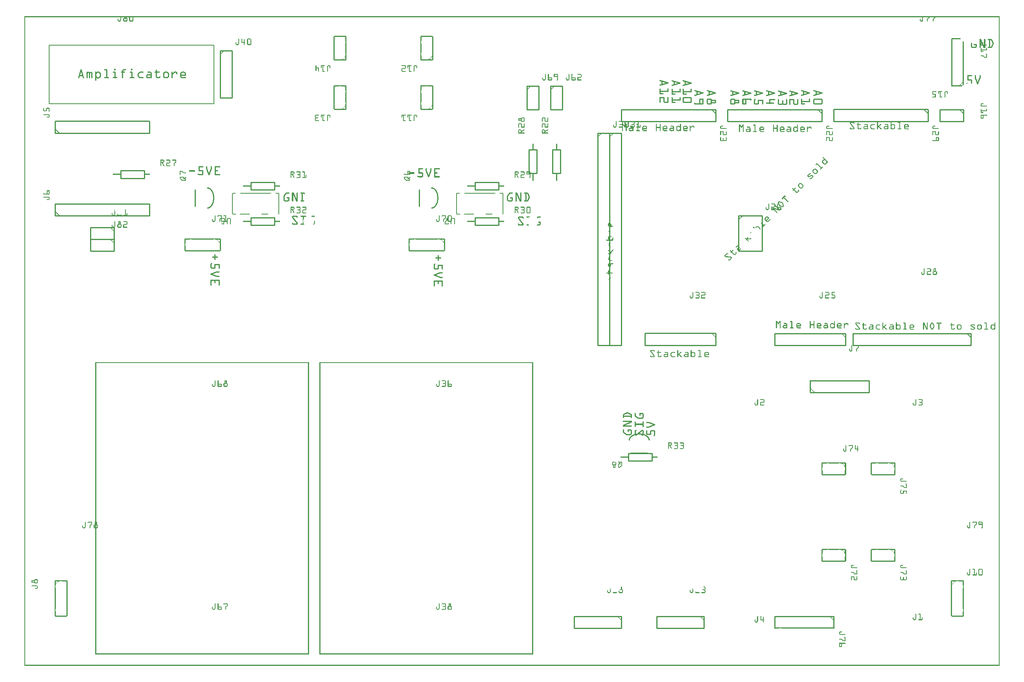
<source format=gto>
G04 MADE WITH FRITZING*
G04 WWW.FRITZING.ORG*
G04 DOUBLE SIDED*
G04 HOLES PLATED*
G04 CONTOUR ON CENTER OF CONTOUR VECTOR*
%ASAXBY*%
%FSLAX23Y23*%
%MOIN*%
%OFA0B0*%
%SFA1.0B1.0*%
%ADD10R,1.405380X0.505008X1.389380X0.489008*%
%ADD11C,0.008000*%
%ADD12C,0.010000*%
%ADD13C,0.005000*%
%ADD14R,0.001000X0.001000*%
%LNSILK1*%
G90*
G70*
G54D11*
X208Y5267D02*
X1605Y5267D01*
X1605Y4770D01*
X208Y4770D01*
X208Y5267D01*
D02*
G54D12*
X760Y3622D02*
X560Y3622D01*
D02*
X560Y3622D02*
X560Y3522D01*
D02*
X560Y3522D02*
X760Y3522D01*
D02*
X760Y3522D02*
X760Y3622D01*
D02*
X760Y3722D02*
X560Y3722D01*
D02*
X560Y3722D02*
X560Y3622D01*
D02*
X560Y3622D02*
X760Y3622D01*
D02*
X760Y3622D02*
X760Y3722D01*
D02*
X6860Y422D02*
X6360Y422D01*
D02*
X6360Y422D02*
X6360Y322D01*
D02*
X6860Y322D02*
X6860Y422D01*
D02*
X5760Y422D02*
X5360Y422D01*
D02*
X5360Y422D02*
X5360Y322D01*
D02*
X5360Y322D02*
X5760Y322D01*
D02*
X5760Y322D02*
X5760Y422D01*
D02*
X7860Y5322D02*
X7860Y4922D01*
D02*
X5060Y422D02*
X4660Y422D01*
D02*
X4660Y422D02*
X4660Y322D01*
D02*
X4660Y322D02*
X5060Y322D01*
D02*
X5060Y322D02*
X5060Y422D01*
D02*
X1660Y5222D02*
X1660Y4822D01*
D02*
X1660Y4822D02*
X1760Y4822D01*
D02*
X1760Y4822D02*
X1760Y5222D01*
D02*
X1760Y5222D02*
X1660Y5222D01*
D02*
X260Y3822D02*
X1060Y3822D01*
D02*
X1060Y3822D02*
X1060Y3922D01*
D02*
X1060Y3922D02*
X260Y3922D01*
D02*
X260Y3922D02*
X260Y3822D01*
G54D13*
D02*
X295Y3822D02*
X260Y3857D01*
G54D12*
D02*
X260Y4522D02*
X1060Y4522D01*
D02*
X1060Y4522D02*
X1060Y4622D01*
D02*
X260Y4622D02*
X260Y4522D01*
G54D13*
D02*
X295Y4522D02*
X260Y4557D01*
G54D12*
D02*
X5260Y2822D02*
X5260Y2722D01*
D02*
X5260Y2722D02*
X5860Y2722D01*
D02*
X5860Y2722D02*
X5860Y2822D01*
D02*
X6960Y2822D02*
X6360Y2822D01*
D02*
X6360Y2822D02*
X6360Y2722D01*
D02*
X6360Y2722D02*
X6960Y2722D01*
D02*
X6960Y2722D02*
X6960Y2822D01*
D02*
X8023Y2822D02*
X7023Y2822D01*
D02*
X7023Y2822D02*
X7023Y2722D01*
D02*
X7023Y2722D02*
X8023Y2722D01*
D02*
X8023Y2722D02*
X8023Y2822D01*
G54D13*
D02*
X7988Y2822D02*
X8023Y2787D01*
G54D12*
D02*
X5860Y4722D02*
X5060Y4722D01*
D02*
X5060Y4722D02*
X5060Y4622D01*
D02*
X5060Y4622D02*
X5860Y4622D01*
D02*
X5860Y4622D02*
X5860Y4722D01*
G54D13*
D02*
X5825Y4722D02*
X5860Y4687D01*
G54D12*
D02*
X6760Y4722D02*
X5960Y4722D01*
D02*
X5960Y4722D02*
X5960Y4622D01*
D02*
X5960Y4622D02*
X6760Y4622D01*
D02*
X6760Y4622D02*
X6760Y4722D01*
G54D13*
D02*
X6725Y4722D02*
X6760Y4687D01*
G54D12*
D02*
X4960Y4522D02*
X4960Y2722D01*
D02*
X4960Y2722D02*
X5060Y2722D01*
D02*
X5060Y2722D02*
X5060Y4522D01*
D02*
X5060Y4522D02*
X4960Y4522D01*
D02*
X4860Y4522D02*
X4860Y2722D01*
D02*
X4860Y2722D02*
X4960Y2722D01*
D02*
X4960Y2722D02*
X4960Y4522D01*
D02*
X4960Y4522D02*
X4860Y4522D01*
D02*
X6860Y4722D02*
X6860Y4622D01*
D02*
X6860Y4622D02*
X7660Y4622D01*
D02*
X7660Y4622D02*
X7660Y4722D01*
G54D13*
D02*
X7625Y4722D02*
X7660Y4687D01*
G54D12*
D02*
X7960Y4722D02*
X7760Y4722D01*
D02*
X7760Y4722D02*
X7760Y4622D01*
D02*
X7760Y4622D02*
X7960Y4622D01*
D02*
X7960Y4622D02*
X7960Y4722D01*
D02*
X6053Y3822D02*
X6053Y3522D01*
D02*
X6053Y3522D02*
X6253Y3522D01*
D02*
X6253Y3522D02*
X6253Y3822D01*
D02*
X6253Y3822D02*
X6053Y3822D01*
G54D13*
D02*
X6053Y3787D02*
X6088Y3822D01*
G54D12*
D02*
X4277Y4181D02*
X4277Y4381D01*
D02*
X4277Y4381D02*
X4343Y4381D01*
D02*
X4343Y4381D02*
X4343Y4181D01*
D02*
X4343Y4181D02*
X4277Y4181D01*
D02*
X4477Y4181D02*
X4477Y4381D01*
D02*
X4477Y4381D02*
X4543Y4381D01*
D02*
X4543Y4381D02*
X4543Y4181D01*
D02*
X4543Y4181D02*
X4477Y4181D01*
D02*
X4260Y4922D02*
X4260Y4722D01*
D02*
X4260Y4722D02*
X4360Y4722D01*
D02*
X4360Y4722D02*
X4360Y4922D01*
D02*
X4360Y4922D02*
X4260Y4922D01*
D02*
X4460Y4922D02*
X4460Y4722D01*
D02*
X4460Y4722D02*
X4560Y4722D01*
D02*
X4560Y4722D02*
X4560Y4922D01*
D02*
X4560Y4922D02*
X4460Y4922D01*
D02*
X5280Y1808D02*
X5140Y1808D01*
D02*
X3346Y3902D02*
X3346Y4042D01*
D02*
X3820Y4105D02*
X4020Y4105D01*
D02*
X4020Y4105D02*
X4020Y4039D01*
D02*
X4020Y4039D02*
X3820Y4039D01*
D02*
X3820Y4039D02*
X3820Y4105D01*
D02*
X3820Y3805D02*
X4020Y3805D01*
D02*
X4020Y3805D02*
X4020Y3739D01*
D02*
X4020Y3739D02*
X3820Y3739D01*
D02*
X3820Y3739D02*
X3820Y3805D01*
D02*
X816Y4204D02*
X1016Y4204D01*
D02*
X1016Y4204D02*
X1016Y4138D01*
D02*
X1016Y4138D02*
X816Y4138D01*
D02*
X816Y4138D02*
X816Y4204D01*
D02*
X1446Y3902D02*
X1446Y4042D01*
D02*
X1920Y4105D02*
X2120Y4105D01*
D02*
X2120Y4105D02*
X2120Y4039D01*
D02*
X2120Y4039D02*
X1920Y4039D01*
D02*
X1920Y4039D02*
X1920Y4105D01*
D02*
X5120Y1805D02*
X5320Y1805D01*
D02*
X5320Y1805D02*
X5320Y1739D01*
D02*
X5320Y1739D02*
X5120Y1739D01*
D02*
X5120Y1739D02*
X5120Y1805D01*
D02*
X1920Y3805D02*
X2120Y3805D01*
D02*
X2120Y3805D02*
X2120Y3739D01*
D02*
X2120Y3739D02*
X1920Y3739D01*
D02*
X1920Y3739D02*
X1920Y3805D01*
D02*
X6660Y2322D02*
X7160Y2322D01*
D02*
X7160Y2322D02*
X7160Y2422D01*
D02*
X7160Y2422D02*
X6660Y2422D01*
G54D14*
X0Y5512D02*
X8266Y5512D01*
X0Y5511D02*
X8266Y5511D01*
X0Y5510D02*
X8266Y5510D01*
X0Y5509D02*
X8266Y5509D01*
X0Y5508D02*
X8266Y5508D01*
X0Y5507D02*
X8266Y5507D01*
X0Y5506D02*
X8266Y5506D01*
X0Y5505D02*
X8266Y5505D01*
X0Y5504D02*
X7Y5504D01*
X812Y5504D02*
X818Y5504D01*
X845Y5504D02*
X851Y5504D01*
X858Y5504D02*
X864Y5504D01*
X888Y5504D02*
X894Y5504D01*
X915Y5504D02*
X921Y5504D01*
X7611Y5504D02*
X7617Y5504D01*
X7665Y5504D02*
X7671Y5504D01*
X7715Y5504D02*
X7721Y5504D01*
X8259Y5504D02*
X8266Y5504D01*
X0Y5503D02*
X7Y5503D01*
X812Y5503D02*
X818Y5503D01*
X845Y5503D02*
X851Y5503D01*
X858Y5503D02*
X864Y5503D01*
X888Y5503D02*
X894Y5503D01*
X915Y5503D02*
X921Y5503D01*
X7611Y5503D02*
X7617Y5503D01*
X7665Y5503D02*
X7671Y5503D01*
X7715Y5503D02*
X7721Y5503D01*
X8259Y5503D02*
X8266Y5503D01*
X0Y5502D02*
X7Y5502D01*
X812Y5502D02*
X818Y5502D01*
X845Y5502D02*
X851Y5502D01*
X858Y5502D02*
X864Y5502D01*
X888Y5502D02*
X894Y5502D01*
X915Y5502D02*
X921Y5502D01*
X7611Y5502D02*
X7617Y5502D01*
X7664Y5502D02*
X7671Y5502D01*
X7714Y5502D02*
X7721Y5502D01*
X8259Y5502D02*
X8266Y5502D01*
X0Y5501D02*
X7Y5501D01*
X812Y5501D02*
X818Y5501D01*
X845Y5501D02*
X851Y5501D01*
X858Y5501D02*
X864Y5501D01*
X888Y5501D02*
X894Y5501D01*
X915Y5501D02*
X921Y5501D01*
X7611Y5501D02*
X7617Y5501D01*
X7663Y5501D02*
X7671Y5501D01*
X7713Y5501D02*
X7721Y5501D01*
X8259Y5501D02*
X8266Y5501D01*
X0Y5500D02*
X7Y5500D01*
X812Y5500D02*
X818Y5500D01*
X845Y5500D02*
X851Y5500D01*
X858Y5500D02*
X864Y5500D01*
X888Y5500D02*
X894Y5500D01*
X915Y5500D02*
X921Y5500D01*
X7611Y5500D02*
X7617Y5500D01*
X7662Y5500D02*
X7671Y5500D01*
X7712Y5500D02*
X7721Y5500D01*
X8259Y5500D02*
X8266Y5500D01*
X0Y5499D02*
X7Y5499D01*
X812Y5499D02*
X818Y5499D01*
X845Y5499D02*
X851Y5499D01*
X858Y5499D02*
X865Y5499D01*
X888Y5499D02*
X894Y5499D01*
X915Y5499D02*
X921Y5499D01*
X7611Y5499D02*
X7617Y5499D01*
X7660Y5499D02*
X7670Y5499D01*
X7710Y5499D02*
X7720Y5499D01*
X8259Y5499D02*
X8266Y5499D01*
X0Y5498D02*
X7Y5498D01*
X812Y5498D02*
X818Y5498D01*
X842Y5498D02*
X868Y5498D01*
X888Y5498D02*
X894Y5498D01*
X915Y5498D02*
X921Y5498D01*
X7611Y5498D02*
X7617Y5498D01*
X7659Y5498D02*
X7669Y5498D01*
X7709Y5498D02*
X7719Y5498D01*
X8259Y5498D02*
X8266Y5498D01*
X0Y5497D02*
X7Y5497D01*
X812Y5497D02*
X818Y5497D01*
X840Y5497D02*
X869Y5497D01*
X888Y5497D02*
X894Y5497D01*
X915Y5497D02*
X921Y5497D01*
X7611Y5497D02*
X7617Y5497D01*
X7658Y5497D02*
X7668Y5497D01*
X7708Y5497D02*
X7718Y5497D01*
X8259Y5497D02*
X8266Y5497D01*
X0Y5496D02*
X7Y5496D01*
X812Y5496D02*
X818Y5496D01*
X839Y5496D02*
X870Y5496D01*
X888Y5496D02*
X894Y5496D01*
X915Y5496D02*
X921Y5496D01*
X7611Y5496D02*
X7617Y5496D01*
X7657Y5496D02*
X7667Y5496D01*
X7707Y5496D02*
X7717Y5496D01*
X8259Y5496D02*
X8266Y5496D01*
X0Y5495D02*
X7Y5495D01*
X812Y5495D02*
X818Y5495D01*
X839Y5495D02*
X871Y5495D01*
X888Y5495D02*
X894Y5495D01*
X915Y5495D02*
X921Y5495D01*
X7611Y5495D02*
X7617Y5495D01*
X7656Y5495D02*
X7666Y5495D01*
X7706Y5495D02*
X7716Y5495D01*
X8259Y5495D02*
X8266Y5495D01*
X0Y5494D02*
X7Y5494D01*
X812Y5494D02*
X818Y5494D01*
X838Y5494D02*
X871Y5494D01*
X888Y5494D02*
X894Y5494D01*
X915Y5494D02*
X921Y5494D01*
X7611Y5494D02*
X7617Y5494D01*
X7655Y5494D02*
X7664Y5494D01*
X7705Y5494D02*
X7714Y5494D01*
X8259Y5494D02*
X8266Y5494D01*
X0Y5493D02*
X7Y5493D01*
X812Y5493D02*
X818Y5493D01*
X838Y5493D02*
X871Y5493D01*
X888Y5493D02*
X894Y5493D01*
X915Y5493D02*
X921Y5493D01*
X7611Y5493D02*
X7617Y5493D01*
X7653Y5493D02*
X7663Y5493D01*
X7703Y5493D02*
X7713Y5493D01*
X8259Y5493D02*
X8266Y5493D01*
X0Y5492D02*
X7Y5492D01*
X793Y5492D02*
X796Y5492D01*
X812Y5492D02*
X818Y5492D01*
X838Y5492D02*
X871Y5492D01*
X888Y5492D02*
X894Y5492D01*
X915Y5492D02*
X921Y5492D01*
X7592Y5492D02*
X7595Y5492D01*
X7611Y5492D02*
X7617Y5492D01*
X7652Y5492D02*
X7662Y5492D01*
X7702Y5492D02*
X7712Y5492D01*
X8259Y5492D02*
X8266Y5492D01*
X0Y5491D02*
X7Y5491D01*
X792Y5491D02*
X797Y5491D01*
X812Y5491D02*
X818Y5491D01*
X838Y5491D02*
X844Y5491D01*
X865Y5491D02*
X871Y5491D01*
X888Y5491D02*
X894Y5491D01*
X915Y5491D02*
X921Y5491D01*
X7591Y5491D02*
X7596Y5491D01*
X7611Y5491D02*
X7617Y5491D01*
X7651Y5491D02*
X7661Y5491D01*
X7701Y5491D02*
X7711Y5491D01*
X8259Y5491D02*
X8266Y5491D01*
X0Y5490D02*
X7Y5490D01*
X791Y5490D02*
X797Y5490D01*
X812Y5490D02*
X818Y5490D01*
X838Y5490D02*
X844Y5490D01*
X865Y5490D02*
X871Y5490D01*
X888Y5490D02*
X894Y5490D01*
X915Y5490D02*
X921Y5490D01*
X7591Y5490D02*
X7597Y5490D01*
X7611Y5490D02*
X7617Y5490D01*
X7651Y5490D02*
X7660Y5490D01*
X7701Y5490D02*
X7710Y5490D01*
X8259Y5490D02*
X8266Y5490D01*
X0Y5489D02*
X7Y5489D01*
X791Y5489D02*
X797Y5489D01*
X812Y5489D02*
X818Y5489D01*
X838Y5489D02*
X844Y5489D01*
X865Y5489D02*
X871Y5489D01*
X888Y5489D02*
X894Y5489D01*
X915Y5489D02*
X921Y5489D01*
X7591Y5489D02*
X7597Y5489D01*
X7611Y5489D02*
X7617Y5489D01*
X7651Y5489D02*
X7658Y5489D01*
X7701Y5489D02*
X7708Y5489D01*
X8259Y5489D02*
X8266Y5489D01*
X0Y5488D02*
X7Y5488D01*
X791Y5488D02*
X797Y5488D01*
X812Y5488D02*
X818Y5488D01*
X838Y5488D02*
X844Y5488D01*
X865Y5488D02*
X871Y5488D01*
X888Y5488D02*
X894Y5488D01*
X915Y5488D02*
X921Y5488D01*
X7591Y5488D02*
X7597Y5488D01*
X7611Y5488D02*
X7617Y5488D01*
X7651Y5488D02*
X7657Y5488D01*
X7701Y5488D02*
X7707Y5488D01*
X8259Y5488D02*
X8266Y5488D01*
X0Y5487D02*
X7Y5487D01*
X791Y5487D02*
X797Y5487D01*
X812Y5487D02*
X818Y5487D01*
X838Y5487D02*
X844Y5487D01*
X865Y5487D02*
X871Y5487D01*
X888Y5487D02*
X894Y5487D01*
X915Y5487D02*
X921Y5487D01*
X7591Y5487D02*
X7597Y5487D01*
X7611Y5487D02*
X7617Y5487D01*
X7651Y5487D02*
X7657Y5487D01*
X7701Y5487D02*
X7707Y5487D01*
X8259Y5487D02*
X8266Y5487D01*
X0Y5486D02*
X7Y5486D01*
X791Y5486D02*
X797Y5486D01*
X812Y5486D02*
X818Y5486D01*
X838Y5486D02*
X844Y5486D01*
X865Y5486D02*
X871Y5486D01*
X888Y5486D02*
X894Y5486D01*
X915Y5486D02*
X921Y5486D01*
X7591Y5486D02*
X7597Y5486D01*
X7611Y5486D02*
X7617Y5486D01*
X7651Y5486D02*
X7657Y5486D01*
X7701Y5486D02*
X7707Y5486D01*
X8259Y5486D02*
X8266Y5486D01*
X0Y5485D02*
X7Y5485D01*
X791Y5485D02*
X797Y5485D01*
X812Y5485D02*
X818Y5485D01*
X838Y5485D02*
X844Y5485D01*
X865Y5485D02*
X871Y5485D01*
X888Y5485D02*
X894Y5485D01*
X915Y5485D02*
X921Y5485D01*
X7591Y5485D02*
X7597Y5485D01*
X7611Y5485D02*
X7617Y5485D01*
X7651Y5485D02*
X7657Y5485D01*
X7701Y5485D02*
X7707Y5485D01*
X8259Y5485D02*
X8266Y5485D01*
X0Y5484D02*
X7Y5484D01*
X791Y5484D02*
X797Y5484D01*
X812Y5484D02*
X818Y5484D01*
X838Y5484D02*
X844Y5484D01*
X865Y5484D02*
X871Y5484D01*
X888Y5484D02*
X894Y5484D01*
X915Y5484D02*
X921Y5484D01*
X7591Y5484D02*
X7597Y5484D01*
X7611Y5484D02*
X7617Y5484D01*
X7651Y5484D02*
X7657Y5484D01*
X7701Y5484D02*
X7707Y5484D01*
X8259Y5484D02*
X8266Y5484D01*
X0Y5483D02*
X7Y5483D01*
X791Y5483D02*
X797Y5483D01*
X812Y5483D02*
X818Y5483D01*
X838Y5483D02*
X844Y5483D01*
X865Y5483D02*
X871Y5483D01*
X888Y5483D02*
X894Y5483D01*
X915Y5483D02*
X921Y5483D01*
X7591Y5483D02*
X7597Y5483D01*
X7611Y5483D02*
X7617Y5483D01*
X7651Y5483D02*
X7657Y5483D01*
X7701Y5483D02*
X7707Y5483D01*
X8259Y5483D02*
X8266Y5483D01*
X0Y5482D02*
X7Y5482D01*
X791Y5482D02*
X797Y5482D01*
X812Y5482D02*
X818Y5482D01*
X838Y5482D02*
X844Y5482D01*
X865Y5482D02*
X871Y5482D01*
X888Y5482D02*
X894Y5482D01*
X915Y5482D02*
X921Y5482D01*
X7591Y5482D02*
X7597Y5482D01*
X7611Y5482D02*
X7617Y5482D01*
X7651Y5482D02*
X7657Y5482D01*
X7701Y5482D02*
X7707Y5482D01*
X8259Y5482D02*
X8266Y5482D01*
X0Y5481D02*
X7Y5481D01*
X791Y5481D02*
X797Y5481D01*
X812Y5481D02*
X818Y5481D01*
X838Y5481D02*
X844Y5481D01*
X865Y5481D02*
X871Y5481D01*
X888Y5481D02*
X894Y5481D01*
X915Y5481D02*
X921Y5481D01*
X7591Y5481D02*
X7597Y5481D01*
X7611Y5481D02*
X7617Y5481D01*
X7651Y5481D02*
X7657Y5481D01*
X7701Y5481D02*
X7707Y5481D01*
X8259Y5481D02*
X8266Y5481D01*
X0Y5480D02*
X7Y5480D01*
X791Y5480D02*
X797Y5480D01*
X812Y5480D02*
X818Y5480D01*
X838Y5480D02*
X844Y5480D01*
X865Y5480D02*
X871Y5480D01*
X888Y5480D02*
X894Y5480D01*
X915Y5480D02*
X921Y5480D01*
X7591Y5480D02*
X7597Y5480D01*
X7611Y5480D02*
X7617Y5480D01*
X7651Y5480D02*
X7657Y5480D01*
X7701Y5480D02*
X7707Y5480D01*
X8259Y5480D02*
X8266Y5480D01*
X0Y5479D02*
X7Y5479D01*
X791Y5479D02*
X797Y5479D01*
X812Y5479D02*
X818Y5479D01*
X838Y5479D02*
X844Y5479D01*
X865Y5479D02*
X871Y5479D01*
X888Y5479D02*
X894Y5479D01*
X915Y5479D02*
X921Y5479D01*
X7591Y5479D02*
X7597Y5479D01*
X7611Y5479D02*
X7617Y5479D01*
X7651Y5479D02*
X7657Y5479D01*
X7701Y5479D02*
X7707Y5479D01*
X8259Y5479D02*
X8266Y5479D01*
X0Y5478D02*
X7Y5478D01*
X791Y5478D02*
X797Y5478D01*
X812Y5478D02*
X818Y5478D01*
X838Y5478D02*
X844Y5478D01*
X865Y5478D02*
X871Y5478D01*
X888Y5478D02*
X894Y5478D01*
X915Y5478D02*
X921Y5478D01*
X7591Y5478D02*
X7597Y5478D01*
X7611Y5478D02*
X7617Y5478D01*
X7651Y5478D02*
X7657Y5478D01*
X7701Y5478D02*
X7707Y5478D01*
X8259Y5478D02*
X8266Y5478D01*
X0Y5477D02*
X7Y5477D01*
X791Y5477D02*
X798Y5477D01*
X811Y5477D02*
X818Y5477D01*
X838Y5477D02*
X844Y5477D01*
X865Y5477D02*
X871Y5477D01*
X888Y5477D02*
X894Y5477D01*
X915Y5477D02*
X921Y5477D01*
X7591Y5477D02*
X7597Y5477D01*
X7611Y5477D02*
X7617Y5477D01*
X7651Y5477D02*
X7657Y5477D01*
X7701Y5477D02*
X7707Y5477D01*
X8259Y5477D02*
X8266Y5477D01*
X0Y5476D02*
X7Y5476D01*
X792Y5476D02*
X799Y5476D01*
X811Y5476D02*
X818Y5476D01*
X838Y5476D02*
X844Y5476D01*
X865Y5476D02*
X871Y5476D01*
X888Y5476D02*
X894Y5476D01*
X915Y5476D02*
X921Y5476D01*
X7591Y5476D02*
X7598Y5476D01*
X7610Y5476D02*
X7617Y5476D01*
X7651Y5476D02*
X7657Y5476D01*
X7701Y5476D02*
X7707Y5476D01*
X8259Y5476D02*
X8266Y5476D01*
X0Y5475D02*
X7Y5475D01*
X792Y5475D02*
X817Y5475D01*
X838Y5475D02*
X871Y5475D01*
X888Y5475D02*
X921Y5475D01*
X7591Y5475D02*
X7617Y5475D01*
X7651Y5475D02*
X7657Y5475D01*
X7701Y5475D02*
X7707Y5475D01*
X8259Y5475D02*
X8266Y5475D01*
X0Y5474D02*
X7Y5474D01*
X792Y5474D02*
X817Y5474D01*
X838Y5474D02*
X871Y5474D01*
X888Y5474D02*
X921Y5474D01*
X7592Y5474D02*
X7616Y5474D01*
X7651Y5474D02*
X7657Y5474D01*
X7701Y5474D02*
X7707Y5474D01*
X8259Y5474D02*
X8266Y5474D01*
X0Y5473D02*
X7Y5473D01*
X793Y5473D02*
X816Y5473D01*
X838Y5473D02*
X871Y5473D01*
X888Y5473D02*
X921Y5473D01*
X7592Y5473D02*
X7616Y5473D01*
X7651Y5473D02*
X7657Y5473D01*
X7701Y5473D02*
X7707Y5473D01*
X8259Y5473D02*
X8266Y5473D01*
X0Y5472D02*
X7Y5472D01*
X794Y5472D02*
X815Y5472D01*
X839Y5472D02*
X871Y5472D01*
X889Y5472D02*
X921Y5472D01*
X7593Y5472D02*
X7615Y5472D01*
X7651Y5472D02*
X7657Y5472D01*
X7701Y5472D02*
X7707Y5472D01*
X8259Y5472D02*
X8266Y5472D01*
X0Y5471D02*
X7Y5471D01*
X795Y5471D02*
X814Y5471D01*
X839Y5471D02*
X870Y5471D01*
X889Y5471D02*
X920Y5471D01*
X7594Y5471D02*
X7614Y5471D01*
X7651Y5471D02*
X7657Y5471D01*
X7701Y5471D02*
X7707Y5471D01*
X8259Y5471D02*
X8266Y5471D01*
X0Y5470D02*
X7Y5470D01*
X796Y5470D02*
X813Y5470D01*
X840Y5470D02*
X869Y5470D01*
X890Y5470D02*
X919Y5470D01*
X7595Y5470D02*
X7613Y5470D01*
X7652Y5470D02*
X7657Y5470D01*
X7702Y5470D02*
X7707Y5470D01*
X8259Y5470D02*
X8266Y5470D01*
X0Y5469D02*
X7Y5469D01*
X798Y5469D02*
X811Y5469D01*
X842Y5469D02*
X868Y5469D01*
X892Y5469D02*
X918Y5469D01*
X7597Y5469D02*
X7611Y5469D01*
X7652Y5469D02*
X7656Y5469D01*
X7702Y5469D02*
X7706Y5469D01*
X8259Y5469D02*
X8266Y5469D01*
X0Y5468D02*
X7Y5468D01*
X8259Y5468D02*
X8266Y5468D01*
X0Y5467D02*
X7Y5467D01*
X8259Y5467D02*
X8266Y5467D01*
X0Y5466D02*
X7Y5466D01*
X8259Y5466D02*
X8266Y5466D01*
X0Y5465D02*
X7Y5465D01*
X8259Y5465D02*
X8266Y5465D01*
X0Y5464D02*
X7Y5464D01*
X8259Y5464D02*
X8266Y5464D01*
X0Y5463D02*
X7Y5463D01*
X8259Y5463D02*
X8266Y5463D01*
X0Y5462D02*
X7Y5462D01*
X8259Y5462D02*
X8266Y5462D01*
X0Y5461D02*
X7Y5461D01*
X8259Y5461D02*
X8266Y5461D01*
X0Y5460D02*
X7Y5460D01*
X8259Y5460D02*
X8266Y5460D01*
X0Y5459D02*
X7Y5459D01*
X8259Y5459D02*
X8266Y5459D01*
X0Y5458D02*
X7Y5458D01*
X8259Y5458D02*
X8266Y5458D01*
X0Y5457D02*
X7Y5457D01*
X8259Y5457D02*
X8266Y5457D01*
X0Y5456D02*
X7Y5456D01*
X8259Y5456D02*
X8266Y5456D01*
X0Y5455D02*
X7Y5455D01*
X8259Y5455D02*
X8266Y5455D01*
X0Y5454D02*
X7Y5454D01*
X8259Y5454D02*
X8266Y5454D01*
X0Y5453D02*
X7Y5453D01*
X8259Y5453D02*
X8266Y5453D01*
X0Y5452D02*
X7Y5452D01*
X8259Y5452D02*
X8266Y5452D01*
X0Y5451D02*
X7Y5451D01*
X8259Y5451D02*
X8266Y5451D01*
X0Y5450D02*
X7Y5450D01*
X8259Y5450D02*
X8266Y5450D01*
X0Y5449D02*
X7Y5449D01*
X8259Y5449D02*
X8266Y5449D01*
X0Y5448D02*
X7Y5448D01*
X8259Y5448D02*
X8266Y5448D01*
X0Y5447D02*
X7Y5447D01*
X8259Y5447D02*
X8266Y5447D01*
X0Y5446D02*
X7Y5446D01*
X8259Y5446D02*
X8266Y5446D01*
X0Y5445D02*
X7Y5445D01*
X8259Y5445D02*
X8266Y5445D01*
X0Y5444D02*
X7Y5444D01*
X8259Y5444D02*
X8266Y5444D01*
X0Y5443D02*
X7Y5443D01*
X8259Y5443D02*
X8266Y5443D01*
X0Y5442D02*
X7Y5442D01*
X8259Y5442D02*
X8266Y5442D01*
X0Y5441D02*
X7Y5441D01*
X8259Y5441D02*
X8266Y5441D01*
X0Y5440D02*
X7Y5440D01*
X8259Y5440D02*
X8266Y5440D01*
X0Y5439D02*
X7Y5439D01*
X8259Y5439D02*
X8266Y5439D01*
X0Y5438D02*
X7Y5438D01*
X8259Y5438D02*
X8266Y5438D01*
X0Y5437D02*
X7Y5437D01*
X8259Y5437D02*
X8266Y5437D01*
X0Y5436D02*
X7Y5436D01*
X8259Y5436D02*
X8266Y5436D01*
X0Y5435D02*
X7Y5435D01*
X8259Y5435D02*
X8266Y5435D01*
X0Y5434D02*
X7Y5434D01*
X8259Y5434D02*
X8266Y5434D01*
X0Y5433D02*
X7Y5433D01*
X8259Y5433D02*
X8266Y5433D01*
X0Y5432D02*
X7Y5432D01*
X8259Y5432D02*
X8266Y5432D01*
X0Y5431D02*
X7Y5431D01*
X8259Y5431D02*
X8266Y5431D01*
X0Y5430D02*
X7Y5430D01*
X8259Y5430D02*
X8266Y5430D01*
X0Y5429D02*
X7Y5429D01*
X8259Y5429D02*
X8266Y5429D01*
X0Y5428D02*
X7Y5428D01*
X8259Y5428D02*
X8266Y5428D01*
X0Y5427D02*
X7Y5427D01*
X8259Y5427D02*
X8266Y5427D01*
X0Y5426D02*
X7Y5426D01*
X8259Y5426D02*
X8266Y5426D01*
X0Y5425D02*
X7Y5425D01*
X8259Y5425D02*
X8266Y5425D01*
X0Y5424D02*
X7Y5424D01*
X8259Y5424D02*
X8266Y5424D01*
X0Y5423D02*
X7Y5423D01*
X8259Y5423D02*
X8266Y5423D01*
X0Y5422D02*
X7Y5422D01*
X8259Y5422D02*
X8266Y5422D01*
X0Y5421D02*
X7Y5421D01*
X8259Y5421D02*
X8266Y5421D01*
X0Y5420D02*
X7Y5420D01*
X8259Y5420D02*
X8266Y5420D01*
X0Y5419D02*
X7Y5419D01*
X8259Y5419D02*
X8266Y5419D01*
X0Y5418D02*
X7Y5418D01*
X8259Y5418D02*
X8266Y5418D01*
X0Y5417D02*
X7Y5417D01*
X8259Y5417D02*
X8266Y5417D01*
X0Y5416D02*
X7Y5416D01*
X8259Y5416D02*
X8266Y5416D01*
X0Y5415D02*
X7Y5415D01*
X8259Y5415D02*
X8266Y5415D01*
X0Y5414D02*
X7Y5414D01*
X8259Y5414D02*
X8266Y5414D01*
X0Y5413D02*
X7Y5413D01*
X8259Y5413D02*
X8266Y5413D01*
X0Y5412D02*
X7Y5412D01*
X8259Y5412D02*
X8266Y5412D01*
X0Y5411D02*
X7Y5411D01*
X8259Y5411D02*
X8266Y5411D01*
X0Y5410D02*
X7Y5410D01*
X8259Y5410D02*
X8266Y5410D01*
X0Y5409D02*
X7Y5409D01*
X8259Y5409D02*
X8266Y5409D01*
X0Y5408D02*
X7Y5408D01*
X8259Y5408D02*
X8266Y5408D01*
X0Y5407D02*
X7Y5407D01*
X8259Y5407D02*
X8266Y5407D01*
X0Y5406D02*
X7Y5406D01*
X8259Y5406D02*
X8266Y5406D01*
X0Y5405D02*
X7Y5405D01*
X8259Y5405D02*
X8266Y5405D01*
X0Y5404D02*
X7Y5404D01*
X8259Y5404D02*
X8266Y5404D01*
X0Y5403D02*
X7Y5403D01*
X8259Y5403D02*
X8266Y5403D01*
X0Y5402D02*
X7Y5402D01*
X8259Y5402D02*
X8266Y5402D01*
X0Y5401D02*
X7Y5401D01*
X8259Y5401D02*
X8266Y5401D01*
X0Y5400D02*
X7Y5400D01*
X8259Y5400D02*
X8266Y5400D01*
X0Y5399D02*
X7Y5399D01*
X8259Y5399D02*
X8266Y5399D01*
X0Y5398D02*
X7Y5398D01*
X8259Y5398D02*
X8266Y5398D01*
X0Y5397D02*
X7Y5397D01*
X8259Y5397D02*
X8266Y5397D01*
X0Y5396D02*
X7Y5396D01*
X8259Y5396D02*
X8266Y5396D01*
X0Y5395D02*
X7Y5395D01*
X8259Y5395D02*
X8266Y5395D01*
X0Y5394D02*
X7Y5394D01*
X8259Y5394D02*
X8266Y5394D01*
X0Y5393D02*
X7Y5393D01*
X8259Y5393D02*
X8266Y5393D01*
X0Y5392D02*
X7Y5392D01*
X8259Y5392D02*
X8266Y5392D01*
X0Y5391D02*
X7Y5391D01*
X8259Y5391D02*
X8266Y5391D01*
X0Y5390D02*
X7Y5390D01*
X8259Y5390D02*
X8266Y5390D01*
X0Y5389D02*
X7Y5389D01*
X8259Y5389D02*
X8266Y5389D01*
X0Y5388D02*
X7Y5388D01*
X8259Y5388D02*
X8266Y5388D01*
X0Y5387D02*
X7Y5387D01*
X8259Y5387D02*
X8266Y5387D01*
X0Y5386D02*
X7Y5386D01*
X8259Y5386D02*
X8266Y5386D01*
X0Y5385D02*
X7Y5385D01*
X8259Y5385D02*
X8266Y5385D01*
X0Y5384D02*
X7Y5384D01*
X8259Y5384D02*
X8266Y5384D01*
X0Y5383D02*
X7Y5383D01*
X8259Y5383D02*
X8266Y5383D01*
X0Y5382D02*
X7Y5382D01*
X8259Y5382D02*
X8266Y5382D01*
X0Y5381D02*
X7Y5381D01*
X8259Y5381D02*
X8266Y5381D01*
X0Y5380D02*
X7Y5380D01*
X8259Y5380D02*
X8266Y5380D01*
X0Y5379D02*
X7Y5379D01*
X8259Y5379D02*
X8266Y5379D01*
X0Y5378D02*
X7Y5378D01*
X8259Y5378D02*
X8266Y5378D01*
X0Y5377D02*
X7Y5377D01*
X8259Y5377D02*
X8266Y5377D01*
X0Y5376D02*
X7Y5376D01*
X8259Y5376D02*
X8266Y5376D01*
X0Y5375D02*
X7Y5375D01*
X8259Y5375D02*
X8266Y5375D01*
X0Y5374D02*
X7Y5374D01*
X8259Y5374D02*
X8266Y5374D01*
X0Y5373D02*
X7Y5373D01*
X8259Y5373D02*
X8266Y5373D01*
X0Y5372D02*
X7Y5372D01*
X8259Y5372D02*
X8266Y5372D01*
X0Y5371D02*
X7Y5371D01*
X8259Y5371D02*
X8266Y5371D01*
X0Y5370D02*
X7Y5370D01*
X8259Y5370D02*
X8266Y5370D01*
X0Y5369D02*
X7Y5369D01*
X8259Y5369D02*
X8266Y5369D01*
X0Y5368D02*
X7Y5368D01*
X8259Y5368D02*
X8266Y5368D01*
X0Y5367D02*
X7Y5367D01*
X8259Y5367D02*
X8266Y5367D01*
X0Y5366D02*
X7Y5366D01*
X8259Y5366D02*
X8266Y5366D01*
X0Y5365D02*
X7Y5365D01*
X8259Y5365D02*
X8266Y5365D01*
X0Y5364D02*
X7Y5364D01*
X8259Y5364D02*
X8266Y5364D01*
X0Y5363D02*
X7Y5363D01*
X8259Y5363D02*
X8266Y5363D01*
X0Y5362D02*
X7Y5362D01*
X8259Y5362D02*
X8266Y5362D01*
X0Y5361D02*
X7Y5361D01*
X8259Y5361D02*
X8266Y5361D01*
X0Y5360D02*
X7Y5360D01*
X8259Y5360D02*
X8266Y5360D01*
X0Y5359D02*
X7Y5359D01*
X8259Y5359D02*
X8266Y5359D01*
X0Y5358D02*
X7Y5358D01*
X8259Y5358D02*
X8266Y5358D01*
X0Y5357D02*
X7Y5357D01*
X8259Y5357D02*
X8266Y5357D01*
X0Y5356D02*
X7Y5356D01*
X8259Y5356D02*
X8266Y5356D01*
X0Y5355D02*
X7Y5355D01*
X8259Y5355D02*
X8266Y5355D01*
X0Y5354D02*
X7Y5354D01*
X8259Y5354D02*
X8266Y5354D01*
X0Y5353D02*
X7Y5353D01*
X8259Y5353D02*
X8266Y5353D01*
X0Y5352D02*
X7Y5352D01*
X8259Y5352D02*
X8266Y5352D01*
X0Y5351D02*
X7Y5351D01*
X8259Y5351D02*
X8266Y5351D01*
X0Y5350D02*
X7Y5350D01*
X8259Y5350D02*
X8266Y5350D01*
X0Y5349D02*
X7Y5349D01*
X8259Y5349D02*
X8266Y5349D01*
X0Y5348D02*
X7Y5348D01*
X8259Y5348D02*
X8266Y5348D01*
X0Y5347D02*
X7Y5347D01*
X8259Y5347D02*
X8266Y5347D01*
X0Y5346D02*
X7Y5346D01*
X2625Y5346D02*
X2724Y5346D01*
X3360Y5346D02*
X3459Y5346D01*
X8259Y5346D02*
X8266Y5346D01*
X0Y5345D02*
X7Y5345D01*
X2625Y5345D02*
X2724Y5345D01*
X3360Y5345D02*
X3459Y5345D01*
X8259Y5345D02*
X8266Y5345D01*
X0Y5344D02*
X7Y5344D01*
X2625Y5344D02*
X2724Y5344D01*
X3360Y5344D02*
X3459Y5344D01*
X8259Y5344D02*
X8266Y5344D01*
X0Y5343D02*
X7Y5343D01*
X2625Y5343D02*
X2724Y5343D01*
X3360Y5343D02*
X3459Y5343D01*
X8259Y5343D02*
X8266Y5343D01*
X0Y5342D02*
X7Y5342D01*
X2625Y5342D02*
X2724Y5342D01*
X3360Y5342D02*
X3459Y5342D01*
X8259Y5342D02*
X8266Y5342D01*
X0Y5341D02*
X7Y5341D01*
X2620Y5341D02*
X2729Y5341D01*
X3355Y5341D02*
X3464Y5341D01*
X8259Y5341D02*
X8266Y5341D01*
X0Y5340D02*
X7Y5340D01*
X2620Y5340D02*
X2729Y5340D01*
X3355Y5340D02*
X3464Y5340D01*
X8259Y5340D02*
X8266Y5340D01*
X0Y5339D02*
X7Y5339D01*
X2620Y5339D02*
X2729Y5339D01*
X3355Y5339D02*
X3464Y5339D01*
X8259Y5339D02*
X8266Y5339D01*
X0Y5338D02*
X7Y5338D01*
X2620Y5338D02*
X2669Y5338D01*
X2681Y5338D02*
X2729Y5338D01*
X3355Y5338D02*
X3403Y5338D01*
X3415Y5338D02*
X3464Y5338D01*
X8259Y5338D02*
X8266Y5338D01*
X0Y5337D02*
X7Y5337D01*
X2620Y5337D02*
X2663Y5337D01*
X2686Y5337D02*
X2729Y5337D01*
X3355Y5337D02*
X3398Y5337D01*
X3421Y5337D02*
X3464Y5337D01*
X8259Y5337D02*
X8266Y5337D01*
X0Y5336D02*
X7Y5336D01*
X2620Y5336D02*
X2629Y5336D01*
X2720Y5336D02*
X2729Y5336D01*
X3355Y5336D02*
X3364Y5336D01*
X3455Y5336D02*
X3464Y5336D01*
X8259Y5336D02*
X8266Y5336D01*
X0Y5335D02*
X7Y5335D01*
X2620Y5335D02*
X2629Y5335D01*
X2720Y5335D02*
X2729Y5335D01*
X3355Y5335D02*
X3364Y5335D01*
X3455Y5335D02*
X3464Y5335D01*
X8259Y5335D02*
X8266Y5335D01*
X0Y5334D02*
X7Y5334D01*
X2620Y5334D02*
X2629Y5334D01*
X2720Y5334D02*
X2729Y5334D01*
X3355Y5334D02*
X3364Y5334D01*
X3455Y5334D02*
X3464Y5334D01*
X8259Y5334D02*
X8266Y5334D01*
X0Y5333D02*
X7Y5333D01*
X2620Y5333D02*
X2629Y5333D01*
X2720Y5333D02*
X2729Y5333D01*
X3355Y5333D02*
X3364Y5333D01*
X3455Y5333D02*
X3464Y5333D01*
X8259Y5333D02*
X8266Y5333D01*
X0Y5332D02*
X7Y5332D01*
X2620Y5332D02*
X2629Y5332D01*
X2720Y5332D02*
X2729Y5332D01*
X3355Y5332D02*
X3364Y5332D01*
X3455Y5332D02*
X3464Y5332D01*
X8259Y5332D02*
X8266Y5332D01*
X0Y5331D02*
X7Y5331D01*
X2620Y5331D02*
X2629Y5331D01*
X2720Y5331D02*
X2729Y5331D01*
X3355Y5331D02*
X3364Y5331D01*
X3455Y5331D02*
X3464Y5331D01*
X8259Y5331D02*
X8266Y5331D01*
X0Y5330D02*
X7Y5330D01*
X2620Y5330D02*
X2629Y5330D01*
X2720Y5330D02*
X2729Y5330D01*
X3355Y5330D02*
X3364Y5330D01*
X3455Y5330D02*
X3464Y5330D01*
X8259Y5330D02*
X8266Y5330D01*
X0Y5329D02*
X7Y5329D01*
X2620Y5329D02*
X2629Y5329D01*
X2720Y5329D02*
X2729Y5329D01*
X3355Y5329D02*
X3364Y5329D01*
X3455Y5329D02*
X3464Y5329D01*
X8259Y5329D02*
X8266Y5329D01*
X0Y5328D02*
X7Y5328D01*
X2620Y5328D02*
X2629Y5328D01*
X2720Y5328D02*
X2729Y5328D01*
X3355Y5328D02*
X3364Y5328D01*
X3455Y5328D02*
X3464Y5328D01*
X8259Y5328D02*
X8266Y5328D01*
X0Y5327D02*
X7Y5327D01*
X2620Y5327D02*
X2629Y5327D01*
X2720Y5327D02*
X2729Y5327D01*
X3355Y5327D02*
X3364Y5327D01*
X3455Y5327D02*
X3464Y5327D01*
X7859Y5327D02*
X7931Y5327D01*
X8259Y5327D02*
X8266Y5327D01*
X0Y5326D02*
X7Y5326D01*
X2620Y5326D02*
X2629Y5326D01*
X2720Y5326D02*
X2729Y5326D01*
X3355Y5326D02*
X3364Y5326D01*
X3455Y5326D02*
X3464Y5326D01*
X7859Y5326D02*
X7932Y5326D01*
X8259Y5326D02*
X8266Y5326D01*
X0Y5325D02*
X7Y5325D01*
X2620Y5325D02*
X2629Y5325D01*
X2720Y5325D02*
X2729Y5325D01*
X3355Y5325D02*
X3364Y5325D01*
X3455Y5325D02*
X3464Y5325D01*
X7859Y5325D02*
X7933Y5325D01*
X8259Y5325D02*
X8266Y5325D01*
X0Y5324D02*
X7Y5324D01*
X2620Y5324D02*
X2629Y5324D01*
X2720Y5324D02*
X2729Y5324D01*
X3355Y5324D02*
X3364Y5324D01*
X3455Y5324D02*
X3464Y5324D01*
X7859Y5324D02*
X7933Y5324D01*
X8259Y5324D02*
X8266Y5324D01*
X0Y5323D02*
X7Y5323D01*
X2620Y5323D02*
X2629Y5323D01*
X2720Y5323D02*
X2729Y5323D01*
X3355Y5323D02*
X3364Y5323D01*
X3455Y5323D02*
X3464Y5323D01*
X7859Y5323D02*
X7934Y5323D01*
X8259Y5323D02*
X8266Y5323D01*
X0Y5322D02*
X7Y5322D01*
X1814Y5322D02*
X1816Y5322D01*
X1841Y5322D02*
X1843Y5322D01*
X1893Y5322D02*
X1917Y5322D01*
X2620Y5322D02*
X2629Y5322D01*
X2720Y5322D02*
X2729Y5322D01*
X3355Y5322D02*
X3364Y5322D01*
X3455Y5322D02*
X3464Y5322D01*
X7859Y5322D02*
X7935Y5322D01*
X8259Y5322D02*
X8266Y5322D01*
X0Y5321D02*
X7Y5321D01*
X1813Y5321D02*
X1817Y5321D01*
X1840Y5321D02*
X1845Y5321D01*
X1891Y5321D02*
X1918Y5321D01*
X2620Y5321D02*
X2629Y5321D01*
X2720Y5321D02*
X2729Y5321D01*
X3355Y5321D02*
X3364Y5321D01*
X3455Y5321D02*
X3464Y5321D01*
X7859Y5321D02*
X7935Y5321D01*
X8259Y5321D02*
X8266Y5321D01*
X0Y5320D02*
X7Y5320D01*
X1812Y5320D02*
X1818Y5320D01*
X1840Y5320D02*
X1845Y5320D01*
X1890Y5320D02*
X1920Y5320D01*
X2620Y5320D02*
X2629Y5320D01*
X2720Y5320D02*
X2729Y5320D01*
X3355Y5320D02*
X3364Y5320D01*
X3455Y5320D02*
X3464Y5320D01*
X7859Y5320D02*
X7936Y5320D01*
X8095Y5320D02*
X8107Y5320D01*
X8138Y5320D02*
X8140Y5320D01*
X8170Y5320D02*
X8192Y5320D01*
X8259Y5320D02*
X8266Y5320D01*
X0Y5319D02*
X7Y5319D01*
X1812Y5319D02*
X1818Y5319D01*
X1839Y5319D02*
X1845Y5319D01*
X1889Y5319D02*
X1920Y5319D01*
X2620Y5319D02*
X2629Y5319D01*
X2720Y5319D02*
X2729Y5319D01*
X3355Y5319D02*
X3364Y5319D01*
X3455Y5319D02*
X3464Y5319D01*
X7859Y5319D02*
X7937Y5319D01*
X8095Y5319D02*
X8108Y5319D01*
X8136Y5319D02*
X8142Y5319D01*
X8168Y5319D02*
X8195Y5319D01*
X8259Y5319D02*
X8266Y5319D01*
X0Y5318D02*
X7Y5318D01*
X1812Y5318D02*
X1818Y5318D01*
X1839Y5318D02*
X1845Y5318D01*
X1888Y5318D02*
X1921Y5318D01*
X2620Y5318D02*
X2629Y5318D01*
X2720Y5318D02*
X2729Y5318D01*
X3355Y5318D02*
X3364Y5318D01*
X3455Y5318D02*
X3464Y5318D01*
X7859Y5318D02*
X7937Y5318D01*
X8095Y5318D02*
X8108Y5318D01*
X8135Y5318D02*
X8143Y5318D01*
X8168Y5318D02*
X8197Y5318D01*
X8259Y5318D02*
X8266Y5318D01*
X0Y5317D02*
X7Y5317D01*
X1812Y5317D02*
X1818Y5317D01*
X1839Y5317D02*
X1845Y5317D01*
X1888Y5317D02*
X1921Y5317D01*
X2620Y5317D02*
X2629Y5317D01*
X2720Y5317D02*
X2729Y5317D01*
X3355Y5317D02*
X3364Y5317D01*
X3455Y5317D02*
X3464Y5317D01*
X8095Y5317D02*
X8109Y5317D01*
X8135Y5317D02*
X8143Y5317D01*
X8167Y5317D02*
X8198Y5317D01*
X8259Y5317D02*
X8266Y5317D01*
X0Y5316D02*
X7Y5316D01*
X1812Y5316D02*
X1818Y5316D01*
X1839Y5316D02*
X1845Y5316D01*
X1862Y5316D02*
X1864Y5316D01*
X1888Y5316D02*
X1921Y5316D01*
X2620Y5316D02*
X2629Y5316D01*
X2720Y5316D02*
X2729Y5316D01*
X3355Y5316D02*
X3364Y5316D01*
X3455Y5316D02*
X3464Y5316D01*
X8095Y5316D02*
X8109Y5316D01*
X8135Y5316D02*
X8143Y5316D01*
X8167Y5316D02*
X8200Y5316D01*
X8259Y5316D02*
X8266Y5316D01*
X0Y5315D02*
X7Y5315D01*
X1812Y5315D02*
X1818Y5315D01*
X1839Y5315D02*
X1845Y5315D01*
X1861Y5315D02*
X1865Y5315D01*
X1888Y5315D02*
X1894Y5315D01*
X1915Y5315D02*
X1921Y5315D01*
X2620Y5315D02*
X2629Y5315D01*
X2720Y5315D02*
X2729Y5315D01*
X3355Y5315D02*
X3364Y5315D01*
X3455Y5315D02*
X3464Y5315D01*
X8095Y5315D02*
X8109Y5315D01*
X8134Y5315D02*
X8144Y5315D01*
X8167Y5315D02*
X8201Y5315D01*
X8259Y5315D02*
X8266Y5315D01*
X0Y5314D02*
X7Y5314D01*
X1812Y5314D02*
X1818Y5314D01*
X1839Y5314D02*
X1845Y5314D01*
X1860Y5314D02*
X1866Y5314D01*
X1888Y5314D02*
X1894Y5314D01*
X1915Y5314D02*
X1921Y5314D01*
X2620Y5314D02*
X2629Y5314D01*
X2720Y5314D02*
X2729Y5314D01*
X3355Y5314D02*
X3364Y5314D01*
X3455Y5314D02*
X3464Y5314D01*
X8095Y5314D02*
X8110Y5314D01*
X8134Y5314D02*
X8144Y5314D01*
X8167Y5314D02*
X8202Y5314D01*
X8259Y5314D02*
X8266Y5314D01*
X0Y5313D02*
X7Y5313D01*
X1812Y5313D02*
X1818Y5313D01*
X1839Y5313D02*
X1845Y5313D01*
X1860Y5313D02*
X1866Y5313D01*
X1888Y5313D02*
X1894Y5313D01*
X1915Y5313D02*
X1921Y5313D01*
X2620Y5313D02*
X2629Y5313D01*
X2720Y5313D02*
X2729Y5313D01*
X3355Y5313D02*
X3364Y5313D01*
X3455Y5313D02*
X3464Y5313D01*
X8095Y5313D02*
X8110Y5313D01*
X8134Y5313D02*
X8144Y5313D01*
X8167Y5313D02*
X8202Y5313D01*
X8259Y5313D02*
X8266Y5313D01*
X0Y5312D02*
X7Y5312D01*
X1812Y5312D02*
X1818Y5312D01*
X1839Y5312D02*
X1845Y5312D01*
X1860Y5312D02*
X1866Y5312D01*
X1888Y5312D02*
X1894Y5312D01*
X1915Y5312D02*
X1921Y5312D01*
X2620Y5312D02*
X2629Y5312D01*
X2720Y5312D02*
X2729Y5312D01*
X3355Y5312D02*
X3364Y5312D01*
X3455Y5312D02*
X3464Y5312D01*
X8095Y5312D02*
X8111Y5312D01*
X8134Y5312D02*
X8144Y5312D01*
X8168Y5312D02*
X8203Y5312D01*
X8259Y5312D02*
X8266Y5312D01*
X0Y5311D02*
X7Y5311D01*
X1812Y5311D02*
X1818Y5311D01*
X1839Y5311D02*
X1845Y5311D01*
X1860Y5311D02*
X1866Y5311D01*
X1888Y5311D02*
X1894Y5311D01*
X1915Y5311D02*
X1921Y5311D01*
X2620Y5311D02*
X2629Y5311D01*
X2720Y5311D02*
X2729Y5311D01*
X3355Y5311D02*
X3364Y5311D01*
X3455Y5311D02*
X3464Y5311D01*
X8095Y5311D02*
X8111Y5311D01*
X8134Y5311D02*
X8144Y5311D01*
X8169Y5311D02*
X8203Y5311D01*
X8259Y5311D02*
X8266Y5311D01*
X0Y5310D02*
X7Y5310D01*
X1812Y5310D02*
X1818Y5310D01*
X1839Y5310D02*
X1845Y5310D01*
X1860Y5310D02*
X1866Y5310D01*
X1888Y5310D02*
X1894Y5310D01*
X1915Y5310D02*
X1921Y5310D01*
X2620Y5310D02*
X2629Y5310D01*
X2720Y5310D02*
X2729Y5310D01*
X3355Y5310D02*
X3364Y5310D01*
X3455Y5310D02*
X3464Y5310D01*
X8095Y5310D02*
X8112Y5310D01*
X8134Y5310D02*
X8144Y5310D01*
X8176Y5310D02*
X8186Y5310D01*
X8192Y5310D02*
X8204Y5310D01*
X8259Y5310D02*
X8266Y5310D01*
X0Y5309D02*
X7Y5309D01*
X1812Y5309D02*
X1818Y5309D01*
X1839Y5309D02*
X1845Y5309D01*
X1860Y5309D02*
X1866Y5309D01*
X1888Y5309D02*
X1894Y5309D01*
X1915Y5309D02*
X1921Y5309D01*
X2620Y5309D02*
X2629Y5309D01*
X2720Y5309D02*
X2729Y5309D01*
X3355Y5309D02*
X3364Y5309D01*
X3455Y5309D02*
X3464Y5309D01*
X8095Y5309D02*
X8112Y5309D01*
X8134Y5309D02*
X8144Y5309D01*
X8177Y5309D02*
X8186Y5309D01*
X8194Y5309D02*
X8204Y5309D01*
X8259Y5309D02*
X8266Y5309D01*
X0Y5308D02*
X7Y5308D01*
X1812Y5308D02*
X1818Y5308D01*
X1839Y5308D02*
X1845Y5308D01*
X1860Y5308D02*
X1866Y5308D01*
X1888Y5308D02*
X1894Y5308D01*
X1915Y5308D02*
X1921Y5308D01*
X2620Y5308D02*
X2629Y5308D01*
X2720Y5308D02*
X2729Y5308D01*
X3355Y5308D02*
X3364Y5308D01*
X3455Y5308D02*
X3464Y5308D01*
X8095Y5308D02*
X8112Y5308D01*
X8134Y5308D02*
X8144Y5308D01*
X8177Y5308D02*
X8186Y5308D01*
X8194Y5308D02*
X8205Y5308D01*
X8259Y5308D02*
X8266Y5308D01*
X0Y5307D02*
X7Y5307D01*
X1812Y5307D02*
X1818Y5307D01*
X1839Y5307D02*
X1845Y5307D01*
X1860Y5307D02*
X1866Y5307D01*
X1888Y5307D02*
X1894Y5307D01*
X1915Y5307D02*
X1921Y5307D01*
X2620Y5307D02*
X2629Y5307D01*
X2720Y5307D02*
X2729Y5307D01*
X3355Y5307D02*
X3364Y5307D01*
X3455Y5307D02*
X3464Y5307D01*
X8095Y5307D02*
X8113Y5307D01*
X8134Y5307D02*
X8144Y5307D01*
X8177Y5307D02*
X8186Y5307D01*
X8195Y5307D02*
X8205Y5307D01*
X8259Y5307D02*
X8266Y5307D01*
X0Y5306D02*
X7Y5306D01*
X1812Y5306D02*
X1818Y5306D01*
X1839Y5306D02*
X1845Y5306D01*
X1860Y5306D02*
X1866Y5306D01*
X1888Y5306D02*
X1894Y5306D01*
X1915Y5306D02*
X1921Y5306D01*
X2620Y5306D02*
X2629Y5306D01*
X2720Y5306D02*
X2729Y5306D01*
X3355Y5306D02*
X3364Y5306D01*
X3455Y5306D02*
X3464Y5306D01*
X8095Y5306D02*
X8113Y5306D01*
X8134Y5306D02*
X8144Y5306D01*
X8177Y5306D02*
X8186Y5306D01*
X8195Y5306D02*
X8206Y5306D01*
X8259Y5306D02*
X8266Y5306D01*
X0Y5305D02*
X7Y5305D01*
X1812Y5305D02*
X1818Y5305D01*
X1839Y5305D02*
X1845Y5305D01*
X1860Y5305D02*
X1866Y5305D01*
X1888Y5305D02*
X1894Y5305D01*
X1915Y5305D02*
X1921Y5305D01*
X2620Y5305D02*
X2629Y5305D01*
X2720Y5305D02*
X2729Y5305D01*
X3355Y5305D02*
X3364Y5305D01*
X3455Y5305D02*
X3464Y5305D01*
X8095Y5305D02*
X8114Y5305D01*
X8134Y5305D02*
X8144Y5305D01*
X8177Y5305D02*
X8186Y5305D01*
X8196Y5305D02*
X8206Y5305D01*
X8259Y5305D02*
X8266Y5305D01*
X0Y5304D02*
X7Y5304D01*
X1812Y5304D02*
X1818Y5304D01*
X1839Y5304D02*
X1845Y5304D01*
X1860Y5304D02*
X1866Y5304D01*
X1888Y5304D02*
X1894Y5304D01*
X1915Y5304D02*
X1921Y5304D01*
X2620Y5304D02*
X2629Y5304D01*
X2720Y5304D02*
X2729Y5304D01*
X3355Y5304D02*
X3364Y5304D01*
X3455Y5304D02*
X3464Y5304D01*
X8095Y5304D02*
X8114Y5304D01*
X8134Y5304D02*
X8144Y5304D01*
X8177Y5304D02*
X8186Y5304D01*
X8196Y5304D02*
X8207Y5304D01*
X8259Y5304D02*
X8266Y5304D01*
X0Y5303D02*
X7Y5303D01*
X1812Y5303D02*
X1818Y5303D01*
X1839Y5303D02*
X1845Y5303D01*
X1860Y5303D02*
X1866Y5303D01*
X1888Y5303D02*
X1894Y5303D01*
X1915Y5303D02*
X1921Y5303D01*
X2620Y5303D02*
X2629Y5303D01*
X2721Y5303D02*
X2729Y5303D01*
X3355Y5303D02*
X3364Y5303D01*
X3455Y5303D02*
X3464Y5303D01*
X8095Y5303D02*
X8115Y5303D01*
X8134Y5303D02*
X8144Y5303D01*
X8177Y5303D02*
X8186Y5303D01*
X8197Y5303D02*
X8207Y5303D01*
X8259Y5303D02*
X8266Y5303D01*
X0Y5302D02*
X7Y5302D01*
X1812Y5302D02*
X1818Y5302D01*
X1839Y5302D02*
X1845Y5302D01*
X1860Y5302D02*
X1866Y5302D01*
X1888Y5302D02*
X1894Y5302D01*
X1915Y5302D02*
X1921Y5302D01*
X2620Y5302D02*
X2629Y5302D01*
X2721Y5302D02*
X2729Y5302D01*
X3355Y5302D02*
X3363Y5302D01*
X3455Y5302D02*
X3464Y5302D01*
X8095Y5302D02*
X8115Y5302D01*
X8134Y5302D02*
X8144Y5302D01*
X8177Y5302D02*
X8186Y5302D01*
X8198Y5302D02*
X8208Y5302D01*
X8259Y5302D02*
X8266Y5302D01*
X0Y5301D02*
X7Y5301D01*
X1812Y5301D02*
X1818Y5301D01*
X1839Y5301D02*
X1845Y5301D01*
X1860Y5301D02*
X1866Y5301D01*
X1888Y5301D02*
X1894Y5301D01*
X1915Y5301D02*
X1921Y5301D01*
X2620Y5301D02*
X2629Y5301D01*
X2721Y5301D02*
X2729Y5301D01*
X3355Y5301D02*
X3363Y5301D01*
X3455Y5301D02*
X3464Y5301D01*
X7954Y5301D02*
X7955Y5301D01*
X8095Y5301D02*
X8116Y5301D01*
X8134Y5301D02*
X8144Y5301D01*
X8177Y5301D02*
X8186Y5301D01*
X8198Y5301D02*
X8208Y5301D01*
X8259Y5301D02*
X8266Y5301D01*
X0Y5300D02*
X7Y5300D01*
X1812Y5300D02*
X1818Y5300D01*
X1839Y5300D02*
X1845Y5300D01*
X1860Y5300D02*
X1866Y5300D01*
X1888Y5300D02*
X1894Y5300D01*
X1915Y5300D02*
X1921Y5300D01*
X2620Y5300D02*
X2629Y5300D01*
X2721Y5300D02*
X2729Y5300D01*
X3355Y5300D02*
X3363Y5300D01*
X3456Y5300D02*
X3464Y5300D01*
X7954Y5300D02*
X7956Y5300D01*
X8095Y5300D02*
X8104Y5300D01*
X8106Y5300D02*
X8116Y5300D01*
X8134Y5300D02*
X8144Y5300D01*
X8177Y5300D02*
X8186Y5300D01*
X8199Y5300D02*
X8209Y5300D01*
X8259Y5300D02*
X8266Y5300D01*
X0Y5299D02*
X7Y5299D01*
X1812Y5299D02*
X1818Y5299D01*
X1839Y5299D02*
X1845Y5299D01*
X1860Y5299D02*
X1866Y5299D01*
X1888Y5299D02*
X1894Y5299D01*
X1915Y5299D02*
X1921Y5299D01*
X2620Y5299D02*
X2628Y5299D01*
X2721Y5299D02*
X2729Y5299D01*
X3355Y5299D02*
X3363Y5299D01*
X3456Y5299D02*
X3464Y5299D01*
X7954Y5299D02*
X7957Y5299D01*
X8095Y5299D02*
X8104Y5299D01*
X8106Y5299D02*
X8116Y5299D01*
X8134Y5299D02*
X8144Y5299D01*
X8177Y5299D02*
X8186Y5299D01*
X8199Y5299D02*
X8209Y5299D01*
X8259Y5299D02*
X8266Y5299D01*
X0Y5298D02*
X7Y5298D01*
X1812Y5298D02*
X1818Y5298D01*
X1839Y5298D02*
X1845Y5298D01*
X1860Y5298D02*
X1866Y5298D01*
X1888Y5298D02*
X1894Y5298D01*
X1915Y5298D02*
X1921Y5298D01*
X2620Y5298D02*
X2628Y5298D01*
X2722Y5298D02*
X2729Y5298D01*
X3355Y5298D02*
X3363Y5298D01*
X3456Y5298D02*
X3464Y5298D01*
X7954Y5298D02*
X7959Y5298D01*
X8095Y5298D02*
X8104Y5298D01*
X8107Y5298D02*
X8117Y5298D01*
X8134Y5298D02*
X8144Y5298D01*
X8177Y5298D02*
X8186Y5298D01*
X8200Y5298D02*
X8210Y5298D01*
X8259Y5298D02*
X8266Y5298D01*
X0Y5297D02*
X7Y5297D01*
X1812Y5297D02*
X1818Y5297D01*
X1839Y5297D02*
X1845Y5297D01*
X1860Y5297D02*
X1866Y5297D01*
X1888Y5297D02*
X1894Y5297D01*
X1915Y5297D02*
X1921Y5297D01*
X2620Y5297D02*
X2628Y5297D01*
X2722Y5297D02*
X2729Y5297D01*
X3355Y5297D02*
X3363Y5297D01*
X3456Y5297D02*
X3464Y5297D01*
X7954Y5297D02*
X7960Y5297D01*
X8095Y5297D02*
X8104Y5297D01*
X8107Y5297D02*
X8117Y5297D01*
X8134Y5297D02*
X8144Y5297D01*
X8177Y5297D02*
X8186Y5297D01*
X8200Y5297D02*
X8210Y5297D01*
X8259Y5297D02*
X8266Y5297D01*
X0Y5296D02*
X7Y5296D01*
X1812Y5296D02*
X1818Y5296D01*
X1839Y5296D02*
X1845Y5296D01*
X1860Y5296D02*
X1866Y5296D01*
X1888Y5296D02*
X1894Y5296D01*
X1915Y5296D02*
X1921Y5296D01*
X2620Y5296D02*
X2628Y5296D01*
X2722Y5296D02*
X2729Y5296D01*
X3355Y5296D02*
X3362Y5296D01*
X3456Y5296D02*
X3464Y5296D01*
X7954Y5296D02*
X7962Y5296D01*
X8095Y5296D02*
X8104Y5296D01*
X8108Y5296D02*
X8118Y5296D01*
X8134Y5296D02*
X8144Y5296D01*
X8177Y5296D02*
X8186Y5296D01*
X8201Y5296D02*
X8211Y5296D01*
X8259Y5296D02*
X8266Y5296D01*
X0Y5295D02*
X7Y5295D01*
X1812Y5295D02*
X1818Y5295D01*
X1839Y5295D02*
X1845Y5295D01*
X1860Y5295D02*
X1866Y5295D01*
X1888Y5295D02*
X1894Y5295D01*
X1915Y5295D02*
X1921Y5295D01*
X2620Y5295D02*
X2628Y5295D01*
X2722Y5295D02*
X2729Y5295D01*
X3355Y5295D02*
X3362Y5295D01*
X3456Y5295D02*
X3464Y5295D01*
X7954Y5295D02*
X7963Y5295D01*
X8095Y5295D02*
X8104Y5295D01*
X8108Y5295D02*
X8118Y5295D01*
X8134Y5295D02*
X8144Y5295D01*
X8177Y5295D02*
X8186Y5295D01*
X8201Y5295D02*
X8211Y5295D01*
X8259Y5295D02*
X8266Y5295D01*
X0Y5294D02*
X7Y5294D01*
X1812Y5294D02*
X1818Y5294D01*
X1839Y5294D02*
X1845Y5294D01*
X1860Y5294D02*
X1866Y5294D01*
X1888Y5294D02*
X1894Y5294D01*
X1915Y5294D02*
X1921Y5294D01*
X2620Y5294D02*
X2628Y5294D01*
X2722Y5294D02*
X2729Y5294D01*
X3355Y5294D02*
X3362Y5294D01*
X3456Y5294D02*
X3464Y5294D01*
X7954Y5294D02*
X7963Y5294D01*
X8095Y5294D02*
X8104Y5294D01*
X8109Y5294D02*
X8119Y5294D01*
X8134Y5294D02*
X8144Y5294D01*
X8177Y5294D02*
X8186Y5294D01*
X8202Y5294D02*
X8212Y5294D01*
X8259Y5294D02*
X8266Y5294D01*
X0Y5293D02*
X7Y5293D01*
X1812Y5293D02*
X1818Y5293D01*
X1839Y5293D02*
X1846Y5293D01*
X1860Y5293D02*
X1866Y5293D01*
X1888Y5293D02*
X1894Y5293D01*
X1915Y5293D02*
X1921Y5293D01*
X2620Y5293D02*
X2628Y5293D01*
X2722Y5293D02*
X2729Y5293D01*
X3355Y5293D02*
X3362Y5293D01*
X3456Y5293D02*
X3464Y5293D01*
X7954Y5293D02*
X7963Y5293D01*
X8095Y5293D02*
X8104Y5293D01*
X8109Y5293D02*
X8119Y5293D01*
X8134Y5293D02*
X8144Y5293D01*
X8177Y5293D02*
X8186Y5293D01*
X8202Y5293D02*
X8212Y5293D01*
X8259Y5293D02*
X8266Y5293D01*
X0Y5292D02*
X7Y5292D01*
X1792Y5292D02*
X1796Y5292D01*
X1812Y5292D02*
X1818Y5292D01*
X1839Y5292D02*
X1868Y5292D01*
X1888Y5292D02*
X1894Y5292D01*
X1915Y5292D02*
X1921Y5292D01*
X2620Y5292D02*
X2628Y5292D01*
X2722Y5292D02*
X2729Y5292D01*
X3355Y5292D02*
X3362Y5292D01*
X3456Y5292D02*
X3464Y5292D01*
X7954Y5292D02*
X7963Y5292D01*
X8095Y5292D02*
X8104Y5292D01*
X8109Y5292D02*
X8119Y5292D01*
X8134Y5292D02*
X8144Y5292D01*
X8177Y5292D02*
X8186Y5292D01*
X8203Y5292D02*
X8213Y5292D01*
X8259Y5292D02*
X8266Y5292D01*
X0Y5291D02*
X7Y5291D01*
X1792Y5291D02*
X1797Y5291D01*
X1812Y5291D02*
X1818Y5291D01*
X1839Y5291D02*
X1869Y5291D01*
X1888Y5291D02*
X1894Y5291D01*
X1915Y5291D02*
X1921Y5291D01*
X2620Y5291D02*
X2628Y5291D01*
X2722Y5291D02*
X2729Y5291D01*
X3355Y5291D02*
X3362Y5291D01*
X3456Y5291D02*
X3464Y5291D01*
X7954Y5291D02*
X7963Y5291D01*
X8095Y5291D02*
X8104Y5291D01*
X8110Y5291D02*
X8127Y5291D01*
X8134Y5291D02*
X8144Y5291D01*
X8177Y5291D02*
X8186Y5291D01*
X8203Y5291D02*
X8213Y5291D01*
X8259Y5291D02*
X8266Y5291D01*
X0Y5290D02*
X7Y5290D01*
X1791Y5290D02*
X1797Y5290D01*
X1812Y5290D02*
X1818Y5290D01*
X1839Y5290D02*
X1870Y5290D01*
X1888Y5290D02*
X1894Y5290D01*
X1915Y5290D02*
X1921Y5290D01*
X2620Y5290D02*
X2628Y5290D01*
X2722Y5290D02*
X2729Y5290D01*
X3355Y5290D02*
X3362Y5290D01*
X3456Y5290D02*
X3464Y5290D01*
X7954Y5290D02*
X7963Y5290D01*
X8095Y5290D02*
X8104Y5290D01*
X8110Y5290D02*
X8128Y5290D01*
X8134Y5290D02*
X8144Y5290D01*
X8177Y5290D02*
X8186Y5290D01*
X8204Y5290D02*
X8214Y5290D01*
X8259Y5290D02*
X8266Y5290D01*
X0Y5289D02*
X7Y5289D01*
X1791Y5289D02*
X1797Y5289D01*
X1812Y5289D02*
X1818Y5289D01*
X1839Y5289D02*
X1870Y5289D01*
X1888Y5289D02*
X1894Y5289D01*
X1915Y5289D02*
X1921Y5289D01*
X2620Y5289D02*
X2628Y5289D01*
X2722Y5289D02*
X2729Y5289D01*
X3355Y5289D02*
X3362Y5289D01*
X3456Y5289D02*
X3464Y5289D01*
X7954Y5289D02*
X7963Y5289D01*
X8095Y5289D02*
X8104Y5289D01*
X8109Y5289D02*
X8129Y5289D01*
X8134Y5289D02*
X8144Y5289D01*
X8177Y5289D02*
X8186Y5289D01*
X8204Y5289D02*
X8214Y5289D01*
X8259Y5289D02*
X8266Y5289D01*
X0Y5288D02*
X7Y5288D01*
X1791Y5288D02*
X1797Y5288D01*
X1812Y5288D02*
X1818Y5288D01*
X1839Y5288D02*
X1869Y5288D01*
X1888Y5288D02*
X1894Y5288D01*
X1915Y5288D02*
X1921Y5288D01*
X2620Y5288D02*
X2628Y5288D01*
X2722Y5288D02*
X2729Y5288D01*
X3355Y5288D02*
X3362Y5288D01*
X3456Y5288D02*
X3464Y5288D01*
X7954Y5288D02*
X7963Y5288D01*
X8095Y5288D02*
X8104Y5288D01*
X8108Y5288D02*
X8129Y5288D01*
X8134Y5288D02*
X8144Y5288D01*
X8177Y5288D02*
X8186Y5288D01*
X8205Y5288D02*
X8214Y5288D01*
X8259Y5288D02*
X8266Y5288D01*
X0Y5287D02*
X7Y5287D01*
X1791Y5287D02*
X1797Y5287D01*
X1812Y5287D02*
X1818Y5287D01*
X1839Y5287D02*
X1869Y5287D01*
X1888Y5287D02*
X1894Y5287D01*
X1915Y5287D02*
X1921Y5287D01*
X2620Y5287D02*
X2628Y5287D01*
X2722Y5287D02*
X2729Y5287D01*
X3355Y5287D02*
X3362Y5287D01*
X3456Y5287D02*
X3464Y5287D01*
X7954Y5287D02*
X7963Y5287D01*
X8095Y5287D02*
X8104Y5287D01*
X8107Y5287D02*
X8129Y5287D01*
X8134Y5287D02*
X8144Y5287D01*
X8177Y5287D02*
X8186Y5287D01*
X8205Y5287D02*
X8215Y5287D01*
X8259Y5287D02*
X8266Y5287D01*
X0Y5286D02*
X7Y5286D01*
X1791Y5286D02*
X1797Y5286D01*
X1812Y5286D02*
X1818Y5286D01*
X1840Y5286D02*
X1867Y5286D01*
X1888Y5286D02*
X1894Y5286D01*
X1915Y5286D02*
X1921Y5286D01*
X2620Y5286D02*
X2628Y5286D01*
X2722Y5286D02*
X2729Y5286D01*
X3355Y5286D02*
X3363Y5286D01*
X3456Y5286D02*
X3464Y5286D01*
X7954Y5286D02*
X7963Y5286D01*
X8032Y5286D02*
X8032Y5286D01*
X8095Y5286D02*
X8104Y5286D01*
X8107Y5286D02*
X8128Y5286D01*
X8134Y5286D02*
X8144Y5286D01*
X8177Y5286D02*
X8186Y5286D01*
X8205Y5286D02*
X8215Y5286D01*
X8259Y5286D02*
X8266Y5286D01*
X0Y5285D02*
X7Y5285D01*
X1791Y5285D02*
X1797Y5285D01*
X1812Y5285D02*
X1818Y5285D01*
X1860Y5285D02*
X1866Y5285D01*
X1888Y5285D02*
X1894Y5285D01*
X1915Y5285D02*
X1921Y5285D01*
X2620Y5285D02*
X2628Y5285D01*
X2721Y5285D02*
X2729Y5285D01*
X3355Y5285D02*
X3363Y5285D01*
X3456Y5285D02*
X3464Y5285D01*
X7954Y5285D02*
X7963Y5285D01*
X8028Y5285D02*
X8032Y5285D01*
X8095Y5285D02*
X8104Y5285D01*
X8106Y5285D02*
X8127Y5285D01*
X8134Y5285D02*
X8144Y5285D01*
X8177Y5285D02*
X8186Y5285D01*
X8206Y5285D02*
X8215Y5285D01*
X8259Y5285D02*
X8266Y5285D01*
X0Y5284D02*
X7Y5284D01*
X1791Y5284D02*
X1797Y5284D01*
X1812Y5284D02*
X1818Y5284D01*
X1860Y5284D02*
X1866Y5284D01*
X1888Y5284D02*
X1894Y5284D01*
X1915Y5284D02*
X1921Y5284D01*
X2620Y5284D02*
X2629Y5284D01*
X2721Y5284D02*
X2729Y5284D01*
X3355Y5284D02*
X3363Y5284D01*
X3456Y5284D02*
X3464Y5284D01*
X7954Y5284D02*
X7963Y5284D01*
X8023Y5284D02*
X8032Y5284D01*
X8095Y5284D02*
X8104Y5284D01*
X8106Y5284D02*
X8123Y5284D01*
X8134Y5284D02*
X8144Y5284D01*
X8177Y5284D02*
X8186Y5284D01*
X8206Y5284D02*
X8215Y5284D01*
X8259Y5284D02*
X8266Y5284D01*
X0Y5283D02*
X7Y5283D01*
X1791Y5283D02*
X1797Y5283D01*
X1812Y5283D02*
X1818Y5283D01*
X1860Y5283D02*
X1866Y5283D01*
X1888Y5283D02*
X1894Y5283D01*
X1915Y5283D02*
X1921Y5283D01*
X2620Y5283D02*
X2629Y5283D01*
X2721Y5283D02*
X2729Y5283D01*
X3355Y5283D02*
X3363Y5283D01*
X3456Y5283D02*
X3464Y5283D01*
X7954Y5283D02*
X7963Y5283D01*
X8023Y5283D02*
X8032Y5283D01*
X8095Y5283D02*
X8123Y5283D01*
X8134Y5283D02*
X8144Y5283D01*
X8177Y5283D02*
X8186Y5283D01*
X8206Y5283D02*
X8215Y5283D01*
X8259Y5283D02*
X8266Y5283D01*
X0Y5282D02*
X7Y5282D01*
X1791Y5282D02*
X1797Y5282D01*
X1812Y5282D02*
X1818Y5282D01*
X1860Y5282D02*
X1866Y5282D01*
X1888Y5282D02*
X1894Y5282D01*
X1915Y5282D02*
X1921Y5282D01*
X2620Y5282D02*
X2629Y5282D01*
X2721Y5282D02*
X2729Y5282D01*
X3355Y5282D02*
X3363Y5282D01*
X3455Y5282D02*
X3464Y5282D01*
X7954Y5282D02*
X7963Y5282D01*
X8023Y5282D02*
X8032Y5282D01*
X8095Y5282D02*
X8111Y5282D01*
X8114Y5282D02*
X8124Y5282D01*
X8134Y5282D02*
X8144Y5282D01*
X8177Y5282D02*
X8186Y5282D01*
X8206Y5282D02*
X8216Y5282D01*
X8259Y5282D02*
X8266Y5282D01*
X0Y5281D02*
X7Y5281D01*
X1791Y5281D02*
X1797Y5281D01*
X1812Y5281D02*
X1818Y5281D01*
X1860Y5281D02*
X1866Y5281D01*
X1888Y5281D02*
X1894Y5281D01*
X1915Y5281D02*
X1921Y5281D01*
X2620Y5281D02*
X2629Y5281D01*
X2721Y5281D02*
X2729Y5281D01*
X3355Y5281D02*
X3364Y5281D01*
X3455Y5281D02*
X3464Y5281D01*
X7954Y5281D02*
X7963Y5281D01*
X8023Y5281D02*
X8032Y5281D01*
X8095Y5281D02*
X8111Y5281D01*
X8114Y5281D02*
X8124Y5281D01*
X8134Y5281D02*
X8144Y5281D01*
X8177Y5281D02*
X8186Y5281D01*
X8206Y5281D02*
X8216Y5281D01*
X8259Y5281D02*
X8266Y5281D01*
X0Y5280D02*
X7Y5280D01*
X1791Y5280D02*
X1797Y5280D01*
X1812Y5280D02*
X1818Y5280D01*
X1860Y5280D02*
X1866Y5280D01*
X1888Y5280D02*
X1894Y5280D01*
X1915Y5280D02*
X1921Y5280D01*
X2620Y5280D02*
X2629Y5280D01*
X2720Y5280D02*
X2729Y5280D01*
X3355Y5280D02*
X3364Y5280D01*
X3455Y5280D02*
X3464Y5280D01*
X7954Y5280D02*
X7963Y5280D01*
X8023Y5280D02*
X8032Y5280D01*
X8095Y5280D02*
X8111Y5280D01*
X8115Y5280D02*
X8125Y5280D01*
X8134Y5280D02*
X8144Y5280D01*
X8177Y5280D02*
X8186Y5280D01*
X8206Y5280D02*
X8215Y5280D01*
X8259Y5280D02*
X8266Y5280D01*
X0Y5279D02*
X7Y5279D01*
X1791Y5279D02*
X1797Y5279D01*
X1812Y5279D02*
X1818Y5279D01*
X1860Y5279D02*
X1866Y5279D01*
X1888Y5279D02*
X1894Y5279D01*
X1915Y5279D02*
X1921Y5279D01*
X2620Y5279D02*
X2629Y5279D01*
X2720Y5279D02*
X2729Y5279D01*
X3355Y5279D02*
X3364Y5279D01*
X3455Y5279D02*
X3464Y5279D01*
X7954Y5279D02*
X7963Y5279D01*
X8023Y5279D02*
X8032Y5279D01*
X8095Y5279D02*
X8111Y5279D01*
X8115Y5279D02*
X8125Y5279D01*
X8134Y5279D02*
X8144Y5279D01*
X8177Y5279D02*
X8186Y5279D01*
X8206Y5279D02*
X8215Y5279D01*
X8259Y5279D02*
X8266Y5279D01*
X0Y5278D02*
X7Y5278D01*
X1791Y5278D02*
X1797Y5278D01*
X1812Y5278D02*
X1818Y5278D01*
X1860Y5278D02*
X1866Y5278D01*
X1888Y5278D02*
X1894Y5278D01*
X1915Y5278D02*
X1921Y5278D01*
X2620Y5278D02*
X2629Y5278D01*
X2720Y5278D02*
X2729Y5278D01*
X3355Y5278D02*
X3364Y5278D01*
X3455Y5278D02*
X3464Y5278D01*
X7954Y5278D02*
X7963Y5278D01*
X8023Y5278D02*
X8032Y5278D01*
X8095Y5278D02*
X8111Y5278D01*
X8116Y5278D02*
X8126Y5278D01*
X8134Y5278D02*
X8144Y5278D01*
X8177Y5278D02*
X8186Y5278D01*
X8206Y5278D02*
X8215Y5278D01*
X8259Y5278D02*
X8266Y5278D01*
X0Y5277D02*
X7Y5277D01*
X1791Y5277D02*
X1798Y5277D01*
X1811Y5277D02*
X1818Y5277D01*
X1860Y5277D02*
X1866Y5277D01*
X1888Y5277D02*
X1894Y5277D01*
X1915Y5277D02*
X1921Y5277D01*
X2620Y5277D02*
X2629Y5277D01*
X2720Y5277D02*
X2729Y5277D01*
X3355Y5277D02*
X3364Y5277D01*
X3455Y5277D02*
X3464Y5277D01*
X7954Y5277D02*
X7963Y5277D01*
X8023Y5277D02*
X8032Y5277D01*
X8050Y5277D02*
X8072Y5277D01*
X8095Y5277D02*
X8111Y5277D01*
X8116Y5277D02*
X8126Y5277D01*
X8134Y5277D02*
X8144Y5277D01*
X8177Y5277D02*
X8186Y5277D01*
X8206Y5277D02*
X8215Y5277D01*
X8259Y5277D02*
X8266Y5277D01*
X0Y5276D02*
X7Y5276D01*
X1792Y5276D02*
X1799Y5276D01*
X1810Y5276D02*
X1818Y5276D01*
X1860Y5276D02*
X1866Y5276D01*
X1888Y5276D02*
X1894Y5276D01*
X1915Y5276D02*
X1921Y5276D01*
X2620Y5276D02*
X2629Y5276D01*
X2720Y5276D02*
X2729Y5276D01*
X3355Y5276D02*
X3364Y5276D01*
X3455Y5276D02*
X3464Y5276D01*
X7954Y5276D02*
X7963Y5276D01*
X8023Y5276D02*
X8032Y5276D01*
X8049Y5276D02*
X8072Y5276D01*
X8095Y5276D02*
X8111Y5276D01*
X8116Y5276D02*
X8126Y5276D01*
X8134Y5276D02*
X8144Y5276D01*
X8177Y5276D02*
X8186Y5276D01*
X8205Y5276D02*
X8215Y5276D01*
X8259Y5276D02*
X8266Y5276D01*
X0Y5275D02*
X7Y5275D01*
X1792Y5275D02*
X1817Y5275D01*
X1860Y5275D02*
X1866Y5275D01*
X1888Y5275D02*
X1921Y5275D01*
X2620Y5275D02*
X2629Y5275D01*
X2720Y5275D02*
X2729Y5275D01*
X3355Y5275D02*
X3364Y5275D01*
X3455Y5275D02*
X3464Y5275D01*
X7954Y5275D02*
X7963Y5275D01*
X8023Y5275D02*
X8032Y5275D01*
X8048Y5275D02*
X8072Y5275D01*
X8095Y5275D02*
X8111Y5275D01*
X8117Y5275D02*
X8127Y5275D01*
X8134Y5275D02*
X8144Y5275D01*
X8177Y5275D02*
X8186Y5275D01*
X8205Y5275D02*
X8215Y5275D01*
X8259Y5275D02*
X8266Y5275D01*
X0Y5274D02*
X7Y5274D01*
X1792Y5274D02*
X1817Y5274D01*
X1860Y5274D02*
X1866Y5274D01*
X1888Y5274D02*
X1921Y5274D01*
X2620Y5274D02*
X2629Y5274D01*
X2720Y5274D02*
X2729Y5274D01*
X3355Y5274D02*
X3364Y5274D01*
X3455Y5274D02*
X3464Y5274D01*
X7954Y5274D02*
X7963Y5274D01*
X8023Y5274D02*
X8032Y5274D01*
X8048Y5274D02*
X8072Y5274D01*
X8095Y5274D02*
X8111Y5274D01*
X8117Y5274D02*
X8127Y5274D01*
X8134Y5274D02*
X8144Y5274D01*
X8177Y5274D02*
X8186Y5274D01*
X8204Y5274D02*
X8214Y5274D01*
X8259Y5274D02*
X8266Y5274D01*
X0Y5273D02*
X7Y5273D01*
X1793Y5273D02*
X1816Y5273D01*
X1860Y5273D02*
X1866Y5273D01*
X1888Y5273D02*
X1921Y5273D01*
X2620Y5273D02*
X2629Y5273D01*
X2720Y5273D02*
X2729Y5273D01*
X3355Y5273D02*
X3364Y5273D01*
X3455Y5273D02*
X3464Y5273D01*
X7954Y5273D02*
X7963Y5273D01*
X8023Y5273D02*
X8032Y5273D01*
X8048Y5273D02*
X8072Y5273D01*
X8095Y5273D02*
X8111Y5273D01*
X8118Y5273D02*
X8128Y5273D01*
X8134Y5273D02*
X8144Y5273D01*
X8177Y5273D02*
X8186Y5273D01*
X8204Y5273D02*
X8214Y5273D01*
X8259Y5273D02*
X8266Y5273D01*
X0Y5272D02*
X7Y5272D01*
X1794Y5272D02*
X1815Y5272D01*
X1860Y5272D02*
X1866Y5272D01*
X1889Y5272D02*
X1921Y5272D01*
X2620Y5272D02*
X2629Y5272D01*
X2720Y5272D02*
X2729Y5272D01*
X3355Y5272D02*
X3364Y5272D01*
X3455Y5272D02*
X3464Y5272D01*
X7954Y5272D02*
X7963Y5272D01*
X8023Y5272D02*
X8032Y5272D01*
X8048Y5272D02*
X8072Y5272D01*
X8095Y5272D02*
X8112Y5272D01*
X8118Y5272D02*
X8128Y5272D01*
X8134Y5272D02*
X8144Y5272D01*
X8177Y5272D02*
X8186Y5272D01*
X8203Y5272D02*
X8213Y5272D01*
X8259Y5272D02*
X8266Y5272D01*
X0Y5271D02*
X7Y5271D01*
X1795Y5271D02*
X1814Y5271D01*
X1860Y5271D02*
X1866Y5271D01*
X1889Y5271D02*
X1920Y5271D01*
X2620Y5271D02*
X2629Y5271D01*
X2720Y5271D02*
X2729Y5271D01*
X3355Y5271D02*
X3364Y5271D01*
X3455Y5271D02*
X3464Y5271D01*
X7954Y5271D02*
X7963Y5271D01*
X8023Y5271D02*
X8032Y5271D01*
X8048Y5271D02*
X8072Y5271D01*
X8095Y5271D02*
X8104Y5271D01*
X8106Y5271D02*
X8113Y5271D01*
X8119Y5271D02*
X8129Y5271D01*
X8134Y5271D02*
X8144Y5271D01*
X8177Y5271D02*
X8186Y5271D01*
X8203Y5271D02*
X8213Y5271D01*
X8259Y5271D02*
X8266Y5271D01*
X0Y5270D02*
X7Y5270D01*
X1796Y5270D02*
X1813Y5270D01*
X1861Y5270D02*
X1866Y5270D01*
X1890Y5270D02*
X1919Y5270D01*
X2620Y5270D02*
X2629Y5270D01*
X2720Y5270D02*
X2729Y5270D01*
X3355Y5270D02*
X3364Y5270D01*
X3455Y5270D02*
X3464Y5270D01*
X7954Y5270D02*
X7963Y5270D01*
X8023Y5270D02*
X8032Y5270D01*
X8049Y5270D02*
X8072Y5270D01*
X8095Y5270D02*
X8104Y5270D01*
X8106Y5270D02*
X8157Y5270D01*
X8177Y5270D02*
X8186Y5270D01*
X8202Y5270D02*
X8213Y5270D01*
X8259Y5270D02*
X8266Y5270D01*
X0Y5269D02*
X7Y5269D01*
X1798Y5269D02*
X1811Y5269D01*
X1862Y5269D02*
X1865Y5269D01*
X1892Y5269D02*
X1917Y5269D01*
X2620Y5269D02*
X2629Y5269D01*
X2720Y5269D02*
X2729Y5269D01*
X3355Y5269D02*
X3364Y5269D01*
X3455Y5269D02*
X3464Y5269D01*
X7954Y5269D02*
X7963Y5269D01*
X8023Y5269D02*
X8032Y5269D01*
X8049Y5269D02*
X8072Y5269D01*
X8095Y5269D02*
X8104Y5269D01*
X8106Y5269D02*
X8158Y5269D01*
X8177Y5269D02*
X8186Y5269D01*
X8202Y5269D02*
X8212Y5269D01*
X8259Y5269D02*
X8266Y5269D01*
X0Y5268D02*
X7Y5268D01*
X2620Y5268D02*
X2629Y5268D01*
X2720Y5268D02*
X2729Y5268D01*
X3355Y5268D02*
X3364Y5268D01*
X3455Y5268D02*
X3464Y5268D01*
X7954Y5268D02*
X7963Y5268D01*
X8023Y5268D02*
X8032Y5268D01*
X8052Y5268D02*
X8072Y5268D01*
X8095Y5268D02*
X8104Y5268D01*
X8107Y5268D02*
X8158Y5268D01*
X8177Y5268D02*
X8186Y5268D01*
X8201Y5268D02*
X8212Y5268D01*
X8259Y5268D02*
X8266Y5268D01*
X0Y5267D02*
X7Y5267D01*
X2620Y5267D02*
X2629Y5267D01*
X2720Y5267D02*
X2729Y5267D01*
X3355Y5267D02*
X3364Y5267D01*
X3455Y5267D02*
X3464Y5267D01*
X7954Y5267D02*
X7963Y5267D01*
X8023Y5267D02*
X8032Y5267D01*
X8062Y5267D02*
X8072Y5267D01*
X8095Y5267D02*
X8104Y5267D01*
X8108Y5267D02*
X8158Y5267D01*
X8177Y5267D02*
X8186Y5267D01*
X8201Y5267D02*
X8211Y5267D01*
X8259Y5267D02*
X8266Y5267D01*
X0Y5266D02*
X7Y5266D01*
X2620Y5266D02*
X2629Y5266D01*
X2720Y5266D02*
X2729Y5266D01*
X3355Y5266D02*
X3364Y5266D01*
X3455Y5266D02*
X3464Y5266D01*
X7954Y5266D02*
X7963Y5266D01*
X8023Y5266D02*
X8032Y5266D01*
X8062Y5266D02*
X8072Y5266D01*
X8095Y5266D02*
X8104Y5266D01*
X8109Y5266D02*
X8158Y5266D01*
X8177Y5266D02*
X8186Y5266D01*
X8200Y5266D02*
X8211Y5266D01*
X8259Y5266D02*
X8266Y5266D01*
X0Y5265D02*
X7Y5265D01*
X2620Y5265D02*
X2629Y5265D01*
X2720Y5265D02*
X2729Y5265D01*
X3355Y5265D02*
X3364Y5265D01*
X3455Y5265D02*
X3464Y5265D01*
X7954Y5265D02*
X7963Y5265D01*
X8023Y5265D02*
X8032Y5265D01*
X8062Y5265D02*
X8072Y5265D01*
X8095Y5265D02*
X8104Y5265D01*
X8110Y5265D02*
X8157Y5265D01*
X8177Y5265D02*
X8186Y5265D01*
X8200Y5265D02*
X8210Y5265D01*
X8259Y5265D02*
X8266Y5265D01*
X0Y5264D02*
X7Y5264D01*
X2620Y5264D02*
X2629Y5264D01*
X2720Y5264D02*
X2729Y5264D01*
X3355Y5264D02*
X3364Y5264D01*
X3455Y5264D02*
X3464Y5264D01*
X7954Y5264D02*
X7963Y5264D01*
X8023Y5264D02*
X8032Y5264D01*
X8062Y5264D02*
X8072Y5264D01*
X8095Y5264D02*
X8104Y5264D01*
X8113Y5264D02*
X8156Y5264D01*
X8177Y5264D02*
X8186Y5264D01*
X8199Y5264D02*
X8210Y5264D01*
X8259Y5264D02*
X8266Y5264D01*
X0Y5263D02*
X7Y5263D01*
X2620Y5263D02*
X2629Y5263D01*
X2720Y5263D02*
X2729Y5263D01*
X3355Y5263D02*
X3364Y5263D01*
X3455Y5263D02*
X3464Y5263D01*
X7954Y5263D02*
X7963Y5263D01*
X8023Y5263D02*
X8032Y5263D01*
X8062Y5263D02*
X8072Y5263D01*
X8095Y5263D02*
X8104Y5263D01*
X8122Y5263D02*
X8132Y5263D01*
X8134Y5263D02*
X8144Y5263D01*
X8177Y5263D02*
X8186Y5263D01*
X8199Y5263D02*
X8209Y5263D01*
X8259Y5263D02*
X8266Y5263D01*
X0Y5262D02*
X7Y5262D01*
X2620Y5262D02*
X2629Y5262D01*
X2720Y5262D02*
X2729Y5262D01*
X3355Y5262D02*
X3364Y5262D01*
X3455Y5262D02*
X3464Y5262D01*
X7954Y5262D02*
X7963Y5262D01*
X8023Y5262D02*
X8032Y5262D01*
X8062Y5262D02*
X8072Y5262D01*
X8095Y5262D02*
X8104Y5262D01*
X8123Y5262D02*
X8144Y5262D01*
X8177Y5262D02*
X8186Y5262D01*
X8198Y5262D02*
X8209Y5262D01*
X8259Y5262D02*
X8266Y5262D01*
X0Y5261D02*
X7Y5261D01*
X2620Y5261D02*
X2629Y5261D01*
X2720Y5261D02*
X2729Y5261D01*
X3355Y5261D02*
X3364Y5261D01*
X3455Y5261D02*
X3464Y5261D01*
X7954Y5261D02*
X7963Y5261D01*
X8023Y5261D02*
X8032Y5261D01*
X8062Y5261D02*
X8072Y5261D01*
X8095Y5261D02*
X8104Y5261D01*
X8123Y5261D02*
X8144Y5261D01*
X8177Y5261D02*
X8186Y5261D01*
X8198Y5261D02*
X8208Y5261D01*
X8259Y5261D02*
X8266Y5261D01*
X0Y5260D02*
X7Y5260D01*
X2620Y5260D02*
X2629Y5260D01*
X2720Y5260D02*
X2729Y5260D01*
X3355Y5260D02*
X3364Y5260D01*
X3455Y5260D02*
X3464Y5260D01*
X7954Y5260D02*
X7963Y5260D01*
X8023Y5260D02*
X8032Y5260D01*
X8062Y5260D02*
X8072Y5260D01*
X8095Y5260D02*
X8104Y5260D01*
X8123Y5260D02*
X8144Y5260D01*
X8177Y5260D02*
X8186Y5260D01*
X8197Y5260D02*
X8208Y5260D01*
X8259Y5260D02*
X8266Y5260D01*
X0Y5259D02*
X7Y5259D01*
X2620Y5259D02*
X2629Y5259D01*
X2720Y5259D02*
X2729Y5259D01*
X3355Y5259D02*
X3364Y5259D01*
X3455Y5259D02*
X3464Y5259D01*
X7954Y5259D02*
X7963Y5259D01*
X8023Y5259D02*
X8032Y5259D01*
X8062Y5259D02*
X8072Y5259D01*
X8095Y5259D02*
X8104Y5259D01*
X8124Y5259D02*
X8144Y5259D01*
X8177Y5259D02*
X8186Y5259D01*
X8197Y5259D02*
X8207Y5259D01*
X8259Y5259D02*
X8266Y5259D01*
X0Y5258D02*
X7Y5258D01*
X2620Y5258D02*
X2629Y5258D01*
X2720Y5258D02*
X2729Y5258D01*
X3355Y5258D02*
X3364Y5258D01*
X3455Y5258D02*
X3464Y5258D01*
X7954Y5258D02*
X7963Y5258D01*
X8023Y5258D02*
X8032Y5258D01*
X8062Y5258D02*
X8072Y5258D01*
X8095Y5258D02*
X8104Y5258D01*
X8124Y5258D02*
X8144Y5258D01*
X8177Y5258D02*
X8186Y5258D01*
X8196Y5258D02*
X8207Y5258D01*
X8259Y5258D02*
X8266Y5258D01*
X0Y5257D02*
X7Y5257D01*
X2620Y5257D02*
X2629Y5257D01*
X2720Y5257D02*
X2729Y5257D01*
X3355Y5257D02*
X3364Y5257D01*
X3455Y5257D02*
X3464Y5257D01*
X7954Y5257D02*
X7963Y5257D01*
X8023Y5257D02*
X8032Y5257D01*
X8062Y5257D02*
X8072Y5257D01*
X8095Y5257D02*
X8104Y5257D01*
X8125Y5257D02*
X8144Y5257D01*
X8177Y5257D02*
X8186Y5257D01*
X8196Y5257D02*
X8206Y5257D01*
X8259Y5257D02*
X8266Y5257D01*
X0Y5256D02*
X7Y5256D01*
X2620Y5256D02*
X2629Y5256D01*
X2720Y5256D02*
X2729Y5256D01*
X3355Y5256D02*
X3364Y5256D01*
X3455Y5256D02*
X3464Y5256D01*
X7954Y5256D02*
X7963Y5256D01*
X8023Y5256D02*
X8032Y5256D01*
X8062Y5256D02*
X8071Y5256D01*
X8095Y5256D02*
X8104Y5256D01*
X8125Y5256D02*
X8144Y5256D01*
X8177Y5256D02*
X8186Y5256D01*
X8195Y5256D02*
X8206Y5256D01*
X8259Y5256D02*
X8266Y5256D01*
X0Y5255D02*
X7Y5255D01*
X2620Y5255D02*
X2629Y5255D01*
X2720Y5255D02*
X2729Y5255D01*
X3355Y5255D02*
X3364Y5255D01*
X3455Y5255D02*
X3464Y5255D01*
X7954Y5255D02*
X7963Y5255D01*
X8023Y5255D02*
X8033Y5255D01*
X8062Y5255D02*
X8071Y5255D01*
X8095Y5255D02*
X8104Y5255D01*
X8126Y5255D02*
X8144Y5255D01*
X8177Y5255D02*
X8186Y5255D01*
X8195Y5255D02*
X8205Y5255D01*
X8259Y5255D02*
X8266Y5255D01*
X0Y5254D02*
X7Y5254D01*
X2620Y5254D02*
X2629Y5254D01*
X2720Y5254D02*
X2729Y5254D01*
X3355Y5254D02*
X3364Y5254D01*
X3455Y5254D02*
X3464Y5254D01*
X7954Y5254D02*
X7963Y5254D01*
X8023Y5254D02*
X8033Y5254D01*
X8061Y5254D02*
X8071Y5254D01*
X8095Y5254D02*
X8104Y5254D01*
X8126Y5254D02*
X8144Y5254D01*
X8177Y5254D02*
X8186Y5254D01*
X8194Y5254D02*
X8205Y5254D01*
X8259Y5254D02*
X8266Y5254D01*
X0Y5253D02*
X7Y5253D01*
X2620Y5253D02*
X2629Y5253D01*
X2720Y5253D02*
X2729Y5253D01*
X3355Y5253D02*
X3364Y5253D01*
X3455Y5253D02*
X3464Y5253D01*
X7954Y5253D02*
X7963Y5253D01*
X8023Y5253D02*
X8035Y5253D01*
X8059Y5253D02*
X8071Y5253D01*
X8095Y5253D02*
X8104Y5253D01*
X8126Y5253D02*
X8144Y5253D01*
X8177Y5253D02*
X8186Y5253D01*
X8193Y5253D02*
X8204Y5253D01*
X8259Y5253D02*
X8266Y5253D01*
X0Y5252D02*
X7Y5252D01*
X2620Y5252D02*
X2629Y5252D01*
X2720Y5252D02*
X2729Y5252D01*
X3355Y5252D02*
X3364Y5252D01*
X3455Y5252D02*
X3464Y5252D01*
X7954Y5252D02*
X7963Y5252D01*
X8024Y5252D02*
X8071Y5252D01*
X8095Y5252D02*
X8104Y5252D01*
X8127Y5252D02*
X8144Y5252D01*
X8170Y5252D02*
X8204Y5252D01*
X8259Y5252D02*
X8266Y5252D01*
X0Y5251D02*
X7Y5251D01*
X2620Y5251D02*
X2629Y5251D01*
X2720Y5251D02*
X2729Y5251D01*
X3355Y5251D02*
X3364Y5251D01*
X3455Y5251D02*
X3464Y5251D01*
X7954Y5251D02*
X7963Y5251D01*
X8024Y5251D02*
X8070Y5251D01*
X8095Y5251D02*
X8104Y5251D01*
X8127Y5251D02*
X8144Y5251D01*
X8168Y5251D02*
X8203Y5251D01*
X8259Y5251D02*
X8266Y5251D01*
X0Y5250D02*
X7Y5250D01*
X2620Y5250D02*
X2629Y5250D01*
X2720Y5250D02*
X2729Y5250D01*
X3355Y5250D02*
X3364Y5250D01*
X3455Y5250D02*
X3464Y5250D01*
X7954Y5250D02*
X7963Y5250D01*
X8025Y5250D02*
X8069Y5250D01*
X8095Y5250D02*
X8104Y5250D01*
X8128Y5250D02*
X8144Y5250D01*
X8168Y5250D02*
X8203Y5250D01*
X8259Y5250D02*
X8266Y5250D01*
X0Y5249D02*
X7Y5249D01*
X2620Y5249D02*
X2629Y5249D01*
X2720Y5249D02*
X2729Y5249D01*
X3355Y5249D02*
X3364Y5249D01*
X3455Y5249D02*
X3464Y5249D01*
X7954Y5249D02*
X7963Y5249D01*
X8025Y5249D02*
X8069Y5249D01*
X8095Y5249D02*
X8104Y5249D01*
X8128Y5249D02*
X8144Y5249D01*
X8167Y5249D02*
X8202Y5249D01*
X8259Y5249D02*
X8266Y5249D01*
X0Y5248D02*
X7Y5248D01*
X2620Y5248D02*
X2629Y5248D01*
X2720Y5248D02*
X2729Y5248D01*
X3355Y5248D02*
X3364Y5248D01*
X3455Y5248D02*
X3464Y5248D01*
X7954Y5248D02*
X7963Y5248D01*
X8026Y5248D02*
X8068Y5248D01*
X8095Y5248D02*
X8104Y5248D01*
X8129Y5248D02*
X8144Y5248D01*
X8167Y5248D02*
X8201Y5248D01*
X8259Y5248D02*
X8266Y5248D01*
X0Y5247D02*
X7Y5247D01*
X2620Y5247D02*
X2629Y5247D01*
X2720Y5247D02*
X2729Y5247D01*
X3355Y5247D02*
X3364Y5247D01*
X3455Y5247D02*
X3464Y5247D01*
X7954Y5247D02*
X7963Y5247D01*
X8027Y5247D02*
X8067Y5247D01*
X8095Y5247D02*
X8104Y5247D01*
X8129Y5247D02*
X8144Y5247D01*
X8167Y5247D02*
X8200Y5247D01*
X8259Y5247D02*
X8266Y5247D01*
X0Y5246D02*
X7Y5246D01*
X2620Y5246D02*
X2629Y5246D01*
X2720Y5246D02*
X2729Y5246D01*
X3355Y5246D02*
X3364Y5246D01*
X3455Y5246D02*
X3464Y5246D01*
X7954Y5246D02*
X7963Y5246D01*
X8028Y5246D02*
X8066Y5246D01*
X8095Y5246D02*
X8104Y5246D01*
X8130Y5246D02*
X8144Y5246D01*
X8167Y5246D02*
X8199Y5246D01*
X8259Y5246D02*
X8266Y5246D01*
X0Y5245D02*
X7Y5245D01*
X2620Y5245D02*
X2629Y5245D01*
X2720Y5245D02*
X2729Y5245D01*
X3355Y5245D02*
X3364Y5245D01*
X3455Y5245D02*
X3464Y5245D01*
X7954Y5245D02*
X7963Y5245D01*
X8029Y5245D02*
X8065Y5245D01*
X8095Y5245D02*
X8103Y5245D01*
X8130Y5245D02*
X8144Y5245D01*
X8167Y5245D02*
X8198Y5245D01*
X8259Y5245D02*
X8266Y5245D01*
X0Y5244D02*
X7Y5244D01*
X2620Y5244D02*
X2629Y5244D01*
X2720Y5244D02*
X2729Y5244D01*
X3355Y5244D02*
X3364Y5244D01*
X3455Y5244D02*
X3464Y5244D01*
X7954Y5244D02*
X7963Y5244D01*
X8031Y5244D02*
X8063Y5244D01*
X8096Y5244D02*
X8102Y5244D01*
X8107Y5244D02*
X8110Y5244D01*
X8130Y5244D02*
X8144Y5244D01*
X8154Y5244D02*
X8157Y5244D01*
X8168Y5244D02*
X8196Y5244D01*
X8259Y5244D02*
X8266Y5244D01*
X0Y5243D02*
X7Y5243D01*
X2620Y5243D02*
X2629Y5243D01*
X2720Y5243D02*
X2729Y5243D01*
X3355Y5243D02*
X3364Y5243D01*
X3455Y5243D02*
X3464Y5243D01*
X7954Y5243D02*
X7963Y5243D01*
X8034Y5243D02*
X8061Y5243D01*
X8097Y5243D02*
X8101Y5243D01*
X8106Y5243D02*
X8111Y5243D01*
X8131Y5243D02*
X8144Y5243D01*
X8153Y5243D02*
X8158Y5243D01*
X8169Y5243D02*
X8194Y5243D01*
X8259Y5243D02*
X8266Y5243D01*
X0Y5242D02*
X7Y5242D01*
X2620Y5242D02*
X2629Y5242D01*
X2720Y5242D02*
X2729Y5242D01*
X3355Y5242D02*
X3364Y5242D01*
X3455Y5242D02*
X3464Y5242D01*
X7954Y5242D02*
X7963Y5242D01*
X8105Y5242D02*
X8111Y5242D01*
X8152Y5242D02*
X8158Y5242D01*
X8259Y5242D02*
X8266Y5242D01*
X0Y5241D02*
X7Y5241D01*
X2620Y5241D02*
X2629Y5241D01*
X2720Y5241D02*
X2729Y5241D01*
X3355Y5241D02*
X3364Y5241D01*
X3455Y5241D02*
X3464Y5241D01*
X7954Y5241D02*
X7963Y5241D01*
X8105Y5241D02*
X8111Y5241D01*
X8152Y5241D02*
X8158Y5241D01*
X8259Y5241D02*
X8266Y5241D01*
X0Y5240D02*
X7Y5240D01*
X2620Y5240D02*
X2629Y5240D01*
X2720Y5240D02*
X2729Y5240D01*
X3355Y5240D02*
X3364Y5240D01*
X3455Y5240D02*
X3464Y5240D01*
X7954Y5240D02*
X7963Y5240D01*
X8105Y5240D02*
X8111Y5240D01*
X8152Y5240D02*
X8158Y5240D01*
X8259Y5240D02*
X8266Y5240D01*
X0Y5239D02*
X7Y5239D01*
X2620Y5239D02*
X2629Y5239D01*
X2720Y5239D02*
X2729Y5239D01*
X3355Y5239D02*
X3364Y5239D01*
X3455Y5239D02*
X3464Y5239D01*
X7954Y5239D02*
X7963Y5239D01*
X8105Y5239D02*
X8111Y5239D01*
X8152Y5239D02*
X8158Y5239D01*
X8259Y5239D02*
X8266Y5239D01*
X0Y5238D02*
X7Y5238D01*
X2620Y5238D02*
X2629Y5238D01*
X2720Y5238D02*
X2729Y5238D01*
X3355Y5238D02*
X3364Y5238D01*
X3455Y5238D02*
X3464Y5238D01*
X7954Y5238D02*
X7963Y5238D01*
X8105Y5238D02*
X8111Y5238D01*
X8152Y5238D02*
X8158Y5238D01*
X8259Y5238D02*
X8266Y5238D01*
X0Y5237D02*
X7Y5237D01*
X2620Y5237D02*
X2629Y5237D01*
X2720Y5237D02*
X2729Y5237D01*
X3355Y5237D02*
X3364Y5237D01*
X3455Y5237D02*
X3464Y5237D01*
X7954Y5237D02*
X7963Y5237D01*
X8105Y5237D02*
X8111Y5237D01*
X8152Y5237D02*
X8158Y5237D01*
X8259Y5237D02*
X8266Y5237D01*
X0Y5236D02*
X7Y5236D01*
X2620Y5236D02*
X2629Y5236D01*
X2720Y5236D02*
X2729Y5236D01*
X3355Y5236D02*
X3364Y5236D01*
X3455Y5236D02*
X3464Y5236D01*
X7954Y5236D02*
X7963Y5236D01*
X8105Y5236D02*
X8111Y5236D01*
X8152Y5236D02*
X8158Y5236D01*
X8259Y5236D02*
X8266Y5236D01*
X0Y5235D02*
X7Y5235D01*
X2620Y5235D02*
X2629Y5235D01*
X2720Y5235D02*
X2729Y5235D01*
X3355Y5235D02*
X3364Y5235D01*
X3455Y5235D02*
X3464Y5235D01*
X7954Y5235D02*
X7963Y5235D01*
X8105Y5235D02*
X8111Y5235D01*
X8152Y5235D02*
X8158Y5235D01*
X8259Y5235D02*
X8266Y5235D01*
X0Y5234D02*
X7Y5234D01*
X2620Y5234D02*
X2629Y5234D01*
X2720Y5234D02*
X2729Y5234D01*
X3355Y5234D02*
X3364Y5234D01*
X3455Y5234D02*
X3464Y5234D01*
X7954Y5234D02*
X7963Y5234D01*
X8105Y5234D02*
X8111Y5234D01*
X8152Y5234D02*
X8158Y5234D01*
X8259Y5234D02*
X8266Y5234D01*
X0Y5233D02*
X7Y5233D01*
X2620Y5233D02*
X2629Y5233D01*
X2720Y5233D02*
X2729Y5233D01*
X3355Y5233D02*
X3364Y5233D01*
X3455Y5233D02*
X3464Y5233D01*
X7954Y5233D02*
X7963Y5233D01*
X8105Y5233D02*
X8111Y5233D01*
X8152Y5233D02*
X8158Y5233D01*
X8259Y5233D02*
X8266Y5233D01*
X0Y5232D02*
X7Y5232D01*
X2620Y5232D02*
X2629Y5232D01*
X2720Y5232D02*
X2729Y5232D01*
X3355Y5232D02*
X3364Y5232D01*
X3455Y5232D02*
X3464Y5232D01*
X7954Y5232D02*
X7963Y5232D01*
X8105Y5232D02*
X8111Y5232D01*
X8152Y5232D02*
X8158Y5232D01*
X8259Y5232D02*
X8266Y5232D01*
X0Y5231D02*
X7Y5231D01*
X2620Y5231D02*
X2629Y5231D01*
X2720Y5231D02*
X2729Y5231D01*
X3355Y5231D02*
X3364Y5231D01*
X3455Y5231D02*
X3464Y5231D01*
X7954Y5231D02*
X7963Y5231D01*
X8105Y5231D02*
X8112Y5231D01*
X8152Y5231D02*
X8158Y5231D01*
X8259Y5231D02*
X8266Y5231D01*
X0Y5230D02*
X7Y5230D01*
X2620Y5230D02*
X2629Y5230D01*
X2720Y5230D02*
X2729Y5230D01*
X3355Y5230D02*
X3364Y5230D01*
X3455Y5230D02*
X3464Y5230D01*
X7954Y5230D02*
X7963Y5230D01*
X8105Y5230D02*
X8158Y5230D01*
X8259Y5230D02*
X8266Y5230D01*
X0Y5229D02*
X7Y5229D01*
X2620Y5229D02*
X2629Y5229D01*
X2720Y5229D02*
X2729Y5229D01*
X3355Y5229D02*
X3364Y5229D01*
X3455Y5229D02*
X3464Y5229D01*
X7954Y5229D02*
X7963Y5229D01*
X8105Y5229D02*
X8158Y5229D01*
X8259Y5229D02*
X8266Y5229D01*
X0Y5228D02*
X7Y5228D01*
X2620Y5228D02*
X2629Y5228D01*
X2720Y5228D02*
X2729Y5228D01*
X3355Y5228D02*
X3364Y5228D01*
X3455Y5228D02*
X3464Y5228D01*
X7954Y5228D02*
X7963Y5228D01*
X8105Y5228D02*
X8158Y5228D01*
X8259Y5228D02*
X8266Y5228D01*
X0Y5227D02*
X7Y5227D01*
X2620Y5227D02*
X2629Y5227D01*
X2720Y5227D02*
X2729Y5227D01*
X3355Y5227D02*
X3364Y5227D01*
X3455Y5227D02*
X3464Y5227D01*
X7954Y5227D02*
X7963Y5227D01*
X8105Y5227D02*
X8158Y5227D01*
X8259Y5227D02*
X8266Y5227D01*
X0Y5226D02*
X7Y5226D01*
X2620Y5226D02*
X2629Y5226D01*
X2720Y5226D02*
X2729Y5226D01*
X3355Y5226D02*
X3364Y5226D01*
X3455Y5226D02*
X3464Y5226D01*
X7954Y5226D02*
X7963Y5226D01*
X8105Y5226D02*
X8158Y5226D01*
X8259Y5226D02*
X8266Y5226D01*
X0Y5225D02*
X7Y5225D01*
X2620Y5225D02*
X2629Y5225D01*
X2720Y5225D02*
X2729Y5225D01*
X3355Y5225D02*
X3364Y5225D01*
X3455Y5225D02*
X3464Y5225D01*
X7954Y5225D02*
X7963Y5225D01*
X8105Y5225D02*
X8158Y5225D01*
X8259Y5225D02*
X8266Y5225D01*
X0Y5224D02*
X7Y5224D01*
X2620Y5224D02*
X2629Y5224D01*
X2720Y5224D02*
X2729Y5224D01*
X3355Y5224D02*
X3364Y5224D01*
X3455Y5224D02*
X3464Y5224D01*
X7954Y5224D02*
X7963Y5224D01*
X8105Y5224D02*
X8158Y5224D01*
X8259Y5224D02*
X8266Y5224D01*
X0Y5223D02*
X7Y5223D01*
X1692Y5223D02*
X1694Y5223D01*
X2620Y5223D02*
X2629Y5223D01*
X2720Y5223D02*
X2729Y5223D01*
X3355Y5223D02*
X3364Y5223D01*
X3455Y5223D02*
X3464Y5223D01*
X7954Y5223D02*
X7963Y5223D01*
X8105Y5223D02*
X8111Y5223D01*
X8259Y5223D02*
X8266Y5223D01*
X0Y5222D02*
X7Y5222D01*
X1691Y5222D02*
X1695Y5222D01*
X2620Y5222D02*
X2629Y5222D01*
X2720Y5222D02*
X2729Y5222D01*
X3355Y5222D02*
X3364Y5222D01*
X3455Y5222D02*
X3464Y5222D01*
X7954Y5222D02*
X7963Y5222D01*
X8105Y5222D02*
X8111Y5222D01*
X8259Y5222D02*
X8266Y5222D01*
X0Y5221D02*
X7Y5221D01*
X1690Y5221D02*
X1695Y5221D01*
X2620Y5221D02*
X2629Y5221D01*
X2720Y5221D02*
X2729Y5221D01*
X3355Y5221D02*
X3364Y5221D01*
X3455Y5221D02*
X3464Y5221D01*
X7954Y5221D02*
X7963Y5221D01*
X8105Y5221D02*
X8111Y5221D01*
X8259Y5221D02*
X8266Y5221D01*
X0Y5220D02*
X7Y5220D01*
X1689Y5220D02*
X1695Y5220D01*
X2620Y5220D02*
X2629Y5220D01*
X2720Y5220D02*
X2729Y5220D01*
X3355Y5220D02*
X3364Y5220D01*
X3455Y5220D02*
X3464Y5220D01*
X7954Y5220D02*
X7963Y5220D01*
X8105Y5220D02*
X8111Y5220D01*
X8259Y5220D02*
X8266Y5220D01*
X0Y5219D02*
X7Y5219D01*
X1688Y5219D02*
X1694Y5219D01*
X2620Y5219D02*
X2629Y5219D01*
X2720Y5219D02*
X2729Y5219D01*
X3355Y5219D02*
X3364Y5219D01*
X3455Y5219D02*
X3464Y5219D01*
X7954Y5219D02*
X7963Y5219D01*
X8105Y5219D02*
X8111Y5219D01*
X8259Y5219D02*
X8266Y5219D01*
X0Y5218D02*
X7Y5218D01*
X1687Y5218D02*
X1693Y5218D01*
X2620Y5218D02*
X2629Y5218D01*
X2720Y5218D02*
X2729Y5218D01*
X3355Y5218D02*
X3364Y5218D01*
X3455Y5218D02*
X3464Y5218D01*
X7954Y5218D02*
X7963Y5218D01*
X8105Y5218D02*
X8111Y5218D01*
X8259Y5218D02*
X8266Y5218D01*
X0Y5217D02*
X7Y5217D01*
X1686Y5217D02*
X1692Y5217D01*
X2620Y5217D02*
X2629Y5217D01*
X2720Y5217D02*
X2729Y5217D01*
X3355Y5217D02*
X3364Y5217D01*
X3455Y5217D02*
X3464Y5217D01*
X7954Y5217D02*
X7963Y5217D01*
X8105Y5217D02*
X8126Y5217D01*
X8259Y5217D02*
X8266Y5217D01*
X0Y5216D02*
X7Y5216D01*
X1685Y5216D02*
X1691Y5216D01*
X2620Y5216D02*
X2629Y5216D01*
X2720Y5216D02*
X2729Y5216D01*
X3355Y5216D02*
X3364Y5216D01*
X3455Y5216D02*
X3464Y5216D01*
X7954Y5216D02*
X7963Y5216D01*
X8105Y5216D02*
X8128Y5216D01*
X8259Y5216D02*
X8266Y5216D01*
X0Y5215D02*
X7Y5215D01*
X1684Y5215D02*
X1690Y5215D01*
X2620Y5215D02*
X2629Y5215D01*
X2720Y5215D02*
X2729Y5215D01*
X3355Y5215D02*
X3364Y5215D01*
X3455Y5215D02*
X3464Y5215D01*
X7954Y5215D02*
X7963Y5215D01*
X8105Y5215D02*
X8128Y5215D01*
X8259Y5215D02*
X8266Y5215D01*
X0Y5214D02*
X7Y5214D01*
X1683Y5214D02*
X1689Y5214D01*
X2620Y5214D02*
X2629Y5214D01*
X2720Y5214D02*
X2729Y5214D01*
X3355Y5214D02*
X3364Y5214D01*
X3455Y5214D02*
X3464Y5214D01*
X7954Y5214D02*
X7963Y5214D01*
X8105Y5214D02*
X8129Y5214D01*
X8259Y5214D02*
X8266Y5214D01*
X0Y5213D02*
X7Y5213D01*
X1682Y5213D02*
X1688Y5213D01*
X2620Y5213D02*
X2629Y5213D01*
X2720Y5213D02*
X2729Y5213D01*
X3355Y5213D02*
X3364Y5213D01*
X3455Y5213D02*
X3464Y5213D01*
X7954Y5213D02*
X7963Y5213D01*
X8105Y5213D02*
X8129Y5213D01*
X8259Y5213D02*
X8266Y5213D01*
X0Y5212D02*
X7Y5212D01*
X1681Y5212D02*
X1687Y5212D01*
X2620Y5212D02*
X2629Y5212D01*
X2720Y5212D02*
X2729Y5212D01*
X3355Y5212D02*
X3364Y5212D01*
X3455Y5212D02*
X3464Y5212D01*
X7954Y5212D02*
X7963Y5212D01*
X8106Y5212D02*
X8128Y5212D01*
X8259Y5212D02*
X8266Y5212D01*
X0Y5211D02*
X7Y5211D01*
X1680Y5211D02*
X1686Y5211D01*
X2620Y5211D02*
X2629Y5211D01*
X2720Y5211D02*
X2729Y5211D01*
X3355Y5211D02*
X3364Y5211D01*
X3455Y5211D02*
X3464Y5211D01*
X7954Y5211D02*
X7963Y5211D01*
X8106Y5211D02*
X8128Y5211D01*
X8259Y5211D02*
X8266Y5211D01*
X0Y5210D02*
X7Y5210D01*
X1679Y5210D02*
X1685Y5210D01*
X2620Y5210D02*
X2629Y5210D01*
X2720Y5210D02*
X2729Y5210D01*
X3355Y5210D02*
X3364Y5210D01*
X3455Y5210D02*
X3464Y5210D01*
X7954Y5210D02*
X7963Y5210D01*
X8259Y5210D02*
X8266Y5210D01*
X0Y5209D02*
X7Y5209D01*
X1678Y5209D02*
X1684Y5209D01*
X2620Y5209D02*
X2629Y5209D01*
X2720Y5209D02*
X2729Y5209D01*
X3355Y5209D02*
X3364Y5209D01*
X3455Y5209D02*
X3464Y5209D01*
X7954Y5209D02*
X7963Y5209D01*
X8259Y5209D02*
X8266Y5209D01*
X0Y5208D02*
X7Y5208D01*
X1677Y5208D02*
X1683Y5208D01*
X2620Y5208D02*
X2629Y5208D01*
X2720Y5208D02*
X2729Y5208D01*
X3355Y5208D02*
X3364Y5208D01*
X3455Y5208D02*
X3464Y5208D01*
X7954Y5208D02*
X7963Y5208D01*
X8259Y5208D02*
X8266Y5208D01*
X0Y5207D02*
X7Y5207D01*
X1676Y5207D02*
X1682Y5207D01*
X2620Y5207D02*
X2629Y5207D01*
X2720Y5207D02*
X2729Y5207D01*
X3355Y5207D02*
X3364Y5207D01*
X3455Y5207D02*
X3464Y5207D01*
X7954Y5207D02*
X7963Y5207D01*
X8259Y5207D02*
X8266Y5207D01*
X0Y5206D02*
X7Y5206D01*
X1675Y5206D02*
X1680Y5206D01*
X2620Y5206D02*
X2629Y5206D01*
X2720Y5206D02*
X2729Y5206D01*
X3355Y5206D02*
X3364Y5206D01*
X3455Y5206D02*
X3464Y5206D01*
X7954Y5206D02*
X7963Y5206D01*
X8259Y5206D02*
X8266Y5206D01*
X0Y5205D02*
X7Y5205D01*
X1674Y5205D02*
X1679Y5205D01*
X2620Y5205D02*
X2629Y5205D01*
X2720Y5205D02*
X2729Y5205D01*
X3355Y5205D02*
X3364Y5205D01*
X3455Y5205D02*
X3464Y5205D01*
X7954Y5205D02*
X7963Y5205D01*
X8259Y5205D02*
X8266Y5205D01*
X0Y5204D02*
X7Y5204D01*
X1673Y5204D02*
X1678Y5204D01*
X2620Y5204D02*
X2629Y5204D01*
X2720Y5204D02*
X2729Y5204D01*
X3355Y5204D02*
X3364Y5204D01*
X3455Y5204D02*
X3464Y5204D01*
X7954Y5204D02*
X7963Y5204D01*
X8259Y5204D02*
X8266Y5204D01*
X0Y5203D02*
X7Y5203D01*
X1672Y5203D02*
X1677Y5203D01*
X2620Y5203D02*
X2629Y5203D01*
X2721Y5203D02*
X2729Y5203D01*
X3355Y5203D02*
X3364Y5203D01*
X3455Y5203D02*
X3464Y5203D01*
X7954Y5203D02*
X7963Y5203D01*
X8259Y5203D02*
X8266Y5203D01*
X0Y5202D02*
X7Y5202D01*
X1671Y5202D02*
X1676Y5202D01*
X2620Y5202D02*
X2629Y5202D01*
X2721Y5202D02*
X2729Y5202D01*
X3355Y5202D02*
X3363Y5202D01*
X3455Y5202D02*
X3464Y5202D01*
X7954Y5202D02*
X7963Y5202D01*
X8259Y5202D02*
X8266Y5202D01*
X0Y5201D02*
X7Y5201D01*
X1670Y5201D02*
X1675Y5201D01*
X2620Y5201D02*
X2629Y5201D01*
X2721Y5201D02*
X2729Y5201D01*
X3355Y5201D02*
X3363Y5201D01*
X3455Y5201D02*
X3464Y5201D01*
X7954Y5201D02*
X7963Y5201D01*
X8259Y5201D02*
X8266Y5201D01*
X0Y5200D02*
X7Y5200D01*
X1669Y5200D02*
X1675Y5200D01*
X2620Y5200D02*
X2629Y5200D01*
X2721Y5200D02*
X2729Y5200D01*
X3355Y5200D02*
X3363Y5200D01*
X3456Y5200D02*
X3464Y5200D01*
X7954Y5200D02*
X7963Y5200D01*
X8259Y5200D02*
X8266Y5200D01*
X0Y5199D02*
X7Y5199D01*
X1668Y5199D02*
X1674Y5199D01*
X2620Y5199D02*
X2628Y5199D01*
X2721Y5199D02*
X2729Y5199D01*
X3355Y5199D02*
X3363Y5199D01*
X3456Y5199D02*
X3464Y5199D01*
X7954Y5199D02*
X7963Y5199D01*
X8259Y5199D02*
X8266Y5199D01*
X0Y5198D02*
X7Y5198D01*
X1667Y5198D02*
X1673Y5198D01*
X2620Y5198D02*
X2628Y5198D01*
X2722Y5198D02*
X2729Y5198D01*
X3355Y5198D02*
X3363Y5198D01*
X3456Y5198D02*
X3464Y5198D01*
X7954Y5198D02*
X7963Y5198D01*
X8259Y5198D02*
X8266Y5198D01*
X0Y5197D02*
X7Y5197D01*
X1666Y5197D02*
X1672Y5197D01*
X2620Y5197D02*
X2628Y5197D01*
X2722Y5197D02*
X2729Y5197D01*
X3355Y5197D02*
X3363Y5197D01*
X3456Y5197D02*
X3464Y5197D01*
X7954Y5197D02*
X7963Y5197D01*
X8259Y5197D02*
X8266Y5197D01*
X0Y5196D02*
X7Y5196D01*
X1665Y5196D02*
X1671Y5196D01*
X2620Y5196D02*
X2628Y5196D01*
X2722Y5196D02*
X2729Y5196D01*
X3355Y5196D02*
X3362Y5196D01*
X3456Y5196D02*
X3464Y5196D01*
X7954Y5196D02*
X7963Y5196D01*
X8259Y5196D02*
X8266Y5196D01*
X0Y5195D02*
X7Y5195D01*
X1664Y5195D02*
X1670Y5195D01*
X2620Y5195D02*
X2628Y5195D01*
X2722Y5195D02*
X2729Y5195D01*
X3355Y5195D02*
X3362Y5195D01*
X3456Y5195D02*
X3464Y5195D01*
X7954Y5195D02*
X7963Y5195D01*
X8259Y5195D02*
X8266Y5195D01*
X0Y5194D02*
X7Y5194D01*
X1663Y5194D02*
X1669Y5194D01*
X2620Y5194D02*
X2628Y5194D01*
X2722Y5194D02*
X2729Y5194D01*
X3355Y5194D02*
X3362Y5194D01*
X3456Y5194D02*
X3464Y5194D01*
X7954Y5194D02*
X7963Y5194D01*
X8151Y5194D02*
X8157Y5194D01*
X8259Y5194D02*
X8266Y5194D01*
X0Y5193D02*
X7Y5193D01*
X1662Y5193D02*
X1668Y5193D01*
X2620Y5193D02*
X2628Y5193D01*
X2722Y5193D02*
X2729Y5193D01*
X3355Y5193D02*
X3362Y5193D01*
X3456Y5193D02*
X3464Y5193D01*
X7954Y5193D02*
X7963Y5193D01*
X8150Y5193D02*
X8158Y5193D01*
X8259Y5193D02*
X8266Y5193D01*
X0Y5192D02*
X7Y5192D01*
X1661Y5192D02*
X1667Y5192D01*
X2620Y5192D02*
X2628Y5192D01*
X2722Y5192D02*
X2729Y5192D01*
X3355Y5192D02*
X3362Y5192D01*
X3456Y5192D02*
X3464Y5192D01*
X7954Y5192D02*
X7963Y5192D01*
X8149Y5192D02*
X8158Y5192D01*
X8259Y5192D02*
X8266Y5192D01*
X0Y5191D02*
X7Y5191D01*
X1660Y5191D02*
X1666Y5191D01*
X2620Y5191D02*
X2628Y5191D01*
X2722Y5191D02*
X2729Y5191D01*
X3355Y5191D02*
X3362Y5191D01*
X3456Y5191D02*
X3464Y5191D01*
X7954Y5191D02*
X7963Y5191D01*
X8149Y5191D02*
X8158Y5191D01*
X8259Y5191D02*
X8266Y5191D01*
X0Y5190D02*
X7Y5190D01*
X1659Y5190D02*
X1665Y5190D01*
X2620Y5190D02*
X2628Y5190D01*
X2722Y5190D02*
X2729Y5190D01*
X3355Y5190D02*
X3362Y5190D01*
X3456Y5190D02*
X3464Y5190D01*
X7954Y5190D02*
X7963Y5190D01*
X8150Y5190D02*
X8158Y5190D01*
X8259Y5190D02*
X8266Y5190D01*
X0Y5189D02*
X7Y5189D01*
X1659Y5189D02*
X1664Y5189D01*
X2620Y5189D02*
X2628Y5189D01*
X2722Y5189D02*
X2729Y5189D01*
X3355Y5189D02*
X3362Y5189D01*
X3456Y5189D02*
X3464Y5189D01*
X7954Y5189D02*
X7963Y5189D01*
X8150Y5189D02*
X8158Y5189D01*
X8259Y5189D02*
X8266Y5189D01*
X0Y5188D02*
X7Y5188D01*
X1659Y5188D02*
X1663Y5188D01*
X2620Y5188D02*
X2628Y5188D01*
X2722Y5188D02*
X2729Y5188D01*
X3355Y5188D02*
X3362Y5188D01*
X3456Y5188D02*
X3464Y5188D01*
X7954Y5188D02*
X7963Y5188D01*
X8152Y5188D02*
X8158Y5188D01*
X8259Y5188D02*
X8266Y5188D01*
X0Y5187D02*
X7Y5187D01*
X1660Y5187D02*
X1662Y5187D01*
X2620Y5187D02*
X2628Y5187D01*
X2722Y5187D02*
X2729Y5187D01*
X3355Y5187D02*
X3362Y5187D01*
X3456Y5187D02*
X3464Y5187D01*
X7954Y5187D02*
X7963Y5187D01*
X8152Y5187D02*
X8158Y5187D01*
X8259Y5187D02*
X8266Y5187D01*
X0Y5186D02*
X7Y5186D01*
X2620Y5186D02*
X2628Y5186D01*
X2722Y5186D02*
X2729Y5186D01*
X3355Y5186D02*
X3363Y5186D01*
X3456Y5186D02*
X3464Y5186D01*
X7954Y5186D02*
X7963Y5186D01*
X8152Y5186D02*
X8158Y5186D01*
X8259Y5186D02*
X8266Y5186D01*
X0Y5185D02*
X7Y5185D01*
X2620Y5185D02*
X2628Y5185D01*
X2721Y5185D02*
X2729Y5185D01*
X3355Y5185D02*
X3363Y5185D01*
X3456Y5185D02*
X3464Y5185D01*
X7954Y5185D02*
X7963Y5185D01*
X8152Y5185D02*
X8158Y5185D01*
X8259Y5185D02*
X8266Y5185D01*
X0Y5184D02*
X7Y5184D01*
X2620Y5184D02*
X2629Y5184D01*
X2721Y5184D02*
X2729Y5184D01*
X3355Y5184D02*
X3363Y5184D01*
X3456Y5184D02*
X3464Y5184D01*
X7954Y5184D02*
X7963Y5184D01*
X8152Y5184D02*
X8158Y5184D01*
X8259Y5184D02*
X8266Y5184D01*
X0Y5183D02*
X7Y5183D01*
X2620Y5183D02*
X2629Y5183D01*
X2721Y5183D02*
X2729Y5183D01*
X3355Y5183D02*
X3363Y5183D01*
X3456Y5183D02*
X3464Y5183D01*
X7954Y5183D02*
X7963Y5183D01*
X8152Y5183D02*
X8158Y5183D01*
X8259Y5183D02*
X8266Y5183D01*
X0Y5182D02*
X7Y5182D01*
X2620Y5182D02*
X2629Y5182D01*
X2721Y5182D02*
X2729Y5182D01*
X3355Y5182D02*
X3363Y5182D01*
X3455Y5182D02*
X3464Y5182D01*
X7954Y5182D02*
X7963Y5182D01*
X8152Y5182D02*
X8158Y5182D01*
X8259Y5182D02*
X8266Y5182D01*
X0Y5181D02*
X7Y5181D01*
X2620Y5181D02*
X2629Y5181D01*
X2721Y5181D02*
X2729Y5181D01*
X3355Y5181D02*
X3364Y5181D01*
X3455Y5181D02*
X3464Y5181D01*
X7954Y5181D02*
X7963Y5181D01*
X8152Y5181D02*
X8158Y5181D01*
X8259Y5181D02*
X8266Y5181D01*
X0Y5180D02*
X7Y5180D01*
X2620Y5180D02*
X2629Y5180D01*
X2720Y5180D02*
X2729Y5180D01*
X3355Y5180D02*
X3364Y5180D01*
X3455Y5180D02*
X3464Y5180D01*
X7954Y5180D02*
X7963Y5180D01*
X8106Y5180D02*
X8128Y5180D01*
X8152Y5180D02*
X8158Y5180D01*
X8259Y5180D02*
X8266Y5180D01*
X0Y5179D02*
X7Y5179D01*
X2620Y5179D02*
X2629Y5179D01*
X2720Y5179D02*
X2729Y5179D01*
X3355Y5179D02*
X3364Y5179D01*
X3455Y5179D02*
X3464Y5179D01*
X7954Y5179D02*
X7963Y5179D01*
X8106Y5179D02*
X8129Y5179D01*
X8152Y5179D02*
X8158Y5179D01*
X8259Y5179D02*
X8266Y5179D01*
X0Y5178D02*
X7Y5178D01*
X2620Y5178D02*
X2629Y5178D01*
X2720Y5178D02*
X2729Y5178D01*
X3355Y5178D02*
X3364Y5178D01*
X3455Y5178D02*
X3464Y5178D01*
X7954Y5178D02*
X7963Y5178D01*
X8105Y5178D02*
X8129Y5178D01*
X8152Y5178D02*
X8158Y5178D01*
X8259Y5178D02*
X8266Y5178D01*
X0Y5177D02*
X7Y5177D01*
X2620Y5177D02*
X2629Y5177D01*
X2720Y5177D02*
X2729Y5177D01*
X3355Y5177D02*
X3364Y5177D01*
X3455Y5177D02*
X3464Y5177D01*
X7954Y5177D02*
X7963Y5177D01*
X8105Y5177D02*
X8130Y5177D01*
X8152Y5177D02*
X8158Y5177D01*
X8259Y5177D02*
X8266Y5177D01*
X0Y5176D02*
X7Y5176D01*
X2620Y5176D02*
X2629Y5176D01*
X2720Y5176D02*
X2729Y5176D01*
X3355Y5176D02*
X3364Y5176D01*
X3455Y5176D02*
X3464Y5176D01*
X7954Y5176D02*
X7963Y5176D01*
X8105Y5176D02*
X8131Y5176D01*
X8152Y5176D02*
X8158Y5176D01*
X8259Y5176D02*
X8266Y5176D01*
X0Y5175D02*
X7Y5175D01*
X2620Y5175D02*
X2629Y5175D01*
X2720Y5175D02*
X2729Y5175D01*
X3355Y5175D02*
X3364Y5175D01*
X3454Y5175D02*
X3464Y5175D01*
X7954Y5175D02*
X7963Y5175D01*
X8106Y5175D02*
X8132Y5175D01*
X8152Y5175D02*
X8158Y5175D01*
X8259Y5175D02*
X8266Y5175D01*
X0Y5174D02*
X7Y5174D01*
X2620Y5174D02*
X2629Y5174D01*
X2719Y5174D02*
X2729Y5174D01*
X3355Y5174D02*
X3364Y5174D01*
X3453Y5174D02*
X3464Y5174D01*
X7954Y5174D02*
X7963Y5174D01*
X8108Y5174D02*
X8133Y5174D01*
X8152Y5174D02*
X8158Y5174D01*
X8259Y5174D02*
X8266Y5174D01*
X0Y5173D02*
X7Y5173D01*
X2620Y5173D02*
X2629Y5173D01*
X2718Y5173D02*
X2729Y5173D01*
X3355Y5173D02*
X3364Y5173D01*
X3452Y5173D02*
X3464Y5173D01*
X7954Y5173D02*
X7963Y5173D01*
X8125Y5173D02*
X8134Y5173D01*
X8152Y5173D02*
X8158Y5173D01*
X8259Y5173D02*
X8266Y5173D01*
X0Y5172D02*
X7Y5172D01*
X2620Y5172D02*
X2629Y5172D01*
X2718Y5172D02*
X2729Y5172D01*
X3355Y5172D02*
X3364Y5172D01*
X3452Y5172D02*
X3464Y5172D01*
X7954Y5172D02*
X7963Y5172D01*
X8126Y5172D02*
X8135Y5172D01*
X8152Y5172D02*
X8158Y5172D01*
X8259Y5172D02*
X8266Y5172D01*
X0Y5171D02*
X7Y5171D01*
X2620Y5171D02*
X2629Y5171D01*
X2717Y5171D02*
X2729Y5171D01*
X3355Y5171D02*
X3364Y5171D01*
X3451Y5171D02*
X3464Y5171D01*
X7954Y5171D02*
X7963Y5171D01*
X8127Y5171D02*
X8135Y5171D01*
X8152Y5171D02*
X8158Y5171D01*
X8259Y5171D02*
X8266Y5171D01*
X0Y5170D02*
X7Y5170D01*
X2620Y5170D02*
X2629Y5170D01*
X2717Y5170D02*
X2729Y5170D01*
X3355Y5170D02*
X3364Y5170D01*
X3451Y5170D02*
X3464Y5170D01*
X7954Y5170D02*
X7963Y5170D01*
X8128Y5170D02*
X8136Y5170D01*
X8152Y5170D02*
X8158Y5170D01*
X8259Y5170D02*
X8266Y5170D01*
X0Y5169D02*
X7Y5169D01*
X2620Y5169D02*
X2629Y5169D01*
X2716Y5169D02*
X2729Y5169D01*
X3355Y5169D02*
X3364Y5169D01*
X3450Y5169D02*
X3464Y5169D01*
X7954Y5169D02*
X7963Y5169D01*
X8129Y5169D02*
X8137Y5169D01*
X8152Y5169D02*
X8158Y5169D01*
X8259Y5169D02*
X8266Y5169D01*
X0Y5168D02*
X7Y5168D01*
X2620Y5168D02*
X2629Y5168D01*
X2715Y5168D02*
X2729Y5168D01*
X3355Y5168D02*
X3364Y5168D01*
X3450Y5168D02*
X3464Y5168D01*
X7954Y5168D02*
X7963Y5168D01*
X8130Y5168D02*
X8138Y5168D01*
X8152Y5168D02*
X8158Y5168D01*
X8259Y5168D02*
X8266Y5168D01*
X0Y5167D02*
X7Y5167D01*
X2620Y5167D02*
X2629Y5167D01*
X2715Y5167D02*
X2718Y5167D01*
X2720Y5167D02*
X2729Y5167D01*
X3355Y5167D02*
X3364Y5167D01*
X3449Y5167D02*
X3453Y5167D01*
X3455Y5167D02*
X3464Y5167D01*
X7954Y5167D02*
X7963Y5167D01*
X8131Y5167D02*
X8158Y5167D01*
X8259Y5167D02*
X8266Y5167D01*
X0Y5166D02*
X7Y5166D01*
X2620Y5166D02*
X2629Y5166D01*
X2714Y5166D02*
X2717Y5166D01*
X2720Y5166D02*
X2729Y5166D01*
X3355Y5166D02*
X3364Y5166D01*
X3449Y5166D02*
X3452Y5166D01*
X3455Y5166D02*
X3464Y5166D01*
X7954Y5166D02*
X7963Y5166D01*
X8131Y5166D02*
X8158Y5166D01*
X8259Y5166D02*
X8266Y5166D01*
X0Y5165D02*
X7Y5165D01*
X2620Y5165D02*
X2629Y5165D01*
X2714Y5165D02*
X2716Y5165D01*
X2720Y5165D02*
X2729Y5165D01*
X3355Y5165D02*
X3364Y5165D01*
X3448Y5165D02*
X3451Y5165D01*
X3455Y5165D02*
X3464Y5165D01*
X7954Y5165D02*
X7963Y5165D01*
X8132Y5165D02*
X8158Y5165D01*
X8259Y5165D02*
X8266Y5165D01*
X0Y5164D02*
X7Y5164D01*
X2620Y5164D02*
X2629Y5164D01*
X2713Y5164D02*
X2715Y5164D01*
X2720Y5164D02*
X2729Y5164D01*
X3355Y5164D02*
X3364Y5164D01*
X3447Y5164D02*
X3450Y5164D01*
X3455Y5164D02*
X3464Y5164D01*
X7954Y5164D02*
X7963Y5164D01*
X8133Y5164D02*
X8158Y5164D01*
X8259Y5164D02*
X8266Y5164D01*
X0Y5163D02*
X7Y5163D01*
X2620Y5163D02*
X2629Y5163D01*
X2712Y5163D02*
X2714Y5163D01*
X2720Y5163D02*
X2729Y5163D01*
X3355Y5163D02*
X3364Y5163D01*
X3446Y5163D02*
X3449Y5163D01*
X3455Y5163D02*
X3464Y5163D01*
X7954Y5163D02*
X7963Y5163D01*
X8134Y5163D02*
X8158Y5163D01*
X8259Y5163D02*
X8266Y5163D01*
X0Y5162D02*
X7Y5162D01*
X2620Y5162D02*
X2629Y5162D01*
X2711Y5162D02*
X2713Y5162D01*
X2720Y5162D02*
X2729Y5162D01*
X3355Y5162D02*
X3364Y5162D01*
X3446Y5162D02*
X3448Y5162D01*
X3455Y5162D02*
X3464Y5162D01*
X7954Y5162D02*
X7963Y5162D01*
X8135Y5162D02*
X8158Y5162D01*
X8259Y5162D02*
X8266Y5162D01*
X0Y5161D02*
X7Y5161D01*
X2620Y5161D02*
X2629Y5161D01*
X2710Y5161D02*
X2712Y5161D01*
X2720Y5161D02*
X2729Y5161D01*
X3355Y5161D02*
X3364Y5161D01*
X3445Y5161D02*
X3447Y5161D01*
X3455Y5161D02*
X3464Y5161D01*
X7954Y5161D02*
X7963Y5161D01*
X8136Y5161D02*
X8158Y5161D01*
X8259Y5161D02*
X8266Y5161D01*
X0Y5160D02*
X7Y5160D01*
X2620Y5160D02*
X2629Y5160D01*
X2709Y5160D02*
X2711Y5160D01*
X2720Y5160D02*
X2729Y5160D01*
X3355Y5160D02*
X3364Y5160D01*
X3444Y5160D02*
X3446Y5160D01*
X3455Y5160D02*
X3464Y5160D01*
X7954Y5160D02*
X7963Y5160D01*
X8259Y5160D02*
X8266Y5160D01*
X0Y5159D02*
X7Y5159D01*
X2620Y5159D02*
X2629Y5159D01*
X2709Y5159D02*
X2710Y5159D01*
X2720Y5159D02*
X2729Y5159D01*
X3355Y5159D02*
X3364Y5159D01*
X3443Y5159D02*
X3445Y5159D01*
X3455Y5159D02*
X3464Y5159D01*
X7954Y5159D02*
X7963Y5159D01*
X8259Y5159D02*
X8266Y5159D01*
X0Y5158D02*
X7Y5158D01*
X2620Y5158D02*
X2629Y5158D01*
X2708Y5158D02*
X2709Y5158D01*
X2720Y5158D02*
X2729Y5158D01*
X3355Y5158D02*
X3364Y5158D01*
X3442Y5158D02*
X3444Y5158D01*
X3455Y5158D02*
X3464Y5158D01*
X7954Y5158D02*
X7963Y5158D01*
X8259Y5158D02*
X8266Y5158D01*
X0Y5157D02*
X7Y5157D01*
X2620Y5157D02*
X2629Y5157D01*
X2706Y5157D02*
X2708Y5157D01*
X2720Y5157D02*
X2729Y5157D01*
X3355Y5157D02*
X3364Y5157D01*
X3441Y5157D02*
X3443Y5157D01*
X3455Y5157D02*
X3464Y5157D01*
X7954Y5157D02*
X7963Y5157D01*
X8259Y5157D02*
X8266Y5157D01*
X0Y5156D02*
X7Y5156D01*
X2620Y5156D02*
X2629Y5156D01*
X2705Y5156D02*
X2707Y5156D01*
X2720Y5156D02*
X2729Y5156D01*
X3355Y5156D02*
X3364Y5156D01*
X3440Y5156D02*
X3442Y5156D01*
X3455Y5156D02*
X3464Y5156D01*
X7954Y5156D02*
X7963Y5156D01*
X8259Y5156D02*
X8266Y5156D01*
X0Y5155D02*
X7Y5155D01*
X2620Y5155D02*
X2629Y5155D01*
X2704Y5155D02*
X2706Y5155D01*
X2720Y5155D02*
X2729Y5155D01*
X3355Y5155D02*
X3364Y5155D01*
X3438Y5155D02*
X3441Y5155D01*
X3455Y5155D02*
X3464Y5155D01*
X7954Y5155D02*
X7963Y5155D01*
X8259Y5155D02*
X8266Y5155D01*
X0Y5154D02*
X7Y5154D01*
X2620Y5154D02*
X2629Y5154D01*
X2703Y5154D02*
X2705Y5154D01*
X2720Y5154D02*
X2729Y5154D01*
X3355Y5154D02*
X3364Y5154D01*
X3437Y5154D02*
X3440Y5154D01*
X3455Y5154D02*
X3464Y5154D01*
X7954Y5154D02*
X7963Y5154D01*
X8259Y5154D02*
X8266Y5154D01*
X0Y5153D02*
X7Y5153D01*
X2620Y5153D02*
X2629Y5153D01*
X2701Y5153D02*
X2704Y5153D01*
X2720Y5153D02*
X2729Y5153D01*
X3355Y5153D02*
X3364Y5153D01*
X3436Y5153D02*
X3439Y5153D01*
X3455Y5153D02*
X3464Y5153D01*
X7954Y5153D02*
X7963Y5153D01*
X8259Y5153D02*
X8266Y5153D01*
X0Y5152D02*
X7Y5152D01*
X2620Y5152D02*
X2629Y5152D01*
X2700Y5152D02*
X2703Y5152D01*
X2720Y5152D02*
X2729Y5152D01*
X3355Y5152D02*
X3364Y5152D01*
X3434Y5152D02*
X3438Y5152D01*
X3455Y5152D02*
X3464Y5152D01*
X7954Y5152D02*
X7963Y5152D01*
X8259Y5152D02*
X8266Y5152D01*
X0Y5151D02*
X7Y5151D01*
X2620Y5151D02*
X2629Y5151D01*
X2698Y5151D02*
X2702Y5151D01*
X2720Y5151D02*
X2729Y5151D01*
X3355Y5151D02*
X3364Y5151D01*
X3432Y5151D02*
X3437Y5151D01*
X3455Y5151D02*
X3464Y5151D01*
X7954Y5151D02*
X7963Y5151D01*
X8259Y5151D02*
X8266Y5151D01*
X0Y5150D02*
X7Y5150D01*
X2620Y5150D02*
X2629Y5150D01*
X2696Y5150D02*
X2701Y5150D01*
X2720Y5150D02*
X2729Y5150D01*
X3355Y5150D02*
X3364Y5150D01*
X3430Y5150D02*
X3436Y5150D01*
X3455Y5150D02*
X3464Y5150D01*
X7954Y5150D02*
X7963Y5150D01*
X8259Y5150D02*
X8266Y5150D01*
X0Y5149D02*
X7Y5149D01*
X2620Y5149D02*
X2629Y5149D01*
X2694Y5149D02*
X2700Y5149D01*
X2720Y5149D02*
X2729Y5149D01*
X3355Y5149D02*
X3364Y5149D01*
X3428Y5149D02*
X3435Y5149D01*
X3455Y5149D02*
X3464Y5149D01*
X7954Y5149D02*
X7963Y5149D01*
X8259Y5149D02*
X8266Y5149D01*
X0Y5148D02*
X7Y5148D01*
X2620Y5148D02*
X2629Y5148D01*
X2693Y5148D02*
X2699Y5148D01*
X2720Y5148D02*
X2729Y5148D01*
X3355Y5148D02*
X3364Y5148D01*
X3427Y5148D02*
X3434Y5148D01*
X3455Y5148D02*
X3464Y5148D01*
X7954Y5148D02*
X7963Y5148D01*
X8259Y5148D02*
X8266Y5148D01*
X0Y5147D02*
X7Y5147D01*
X2620Y5147D02*
X2629Y5147D01*
X2692Y5147D02*
X2698Y5147D01*
X2720Y5147D02*
X2729Y5147D01*
X3355Y5147D02*
X3364Y5147D01*
X3426Y5147D02*
X3433Y5147D01*
X3455Y5147D02*
X3464Y5147D01*
X7954Y5147D02*
X7963Y5147D01*
X8259Y5147D02*
X8266Y5147D01*
X0Y5146D02*
X7Y5146D01*
X2620Y5146D02*
X2666Y5146D01*
X2684Y5146D02*
X2729Y5146D01*
X3355Y5146D02*
X3400Y5146D01*
X3418Y5146D02*
X3464Y5146D01*
X7954Y5146D02*
X7963Y5146D01*
X8259Y5146D02*
X8266Y5146D01*
X0Y5145D02*
X7Y5145D01*
X2620Y5145D02*
X2729Y5145D01*
X3355Y5145D02*
X3464Y5145D01*
X7954Y5145D02*
X7963Y5145D01*
X8259Y5145D02*
X8266Y5145D01*
X0Y5144D02*
X7Y5144D01*
X2620Y5144D02*
X2729Y5144D01*
X3355Y5144D02*
X3464Y5144D01*
X7954Y5144D02*
X7963Y5144D01*
X8259Y5144D02*
X8266Y5144D01*
X0Y5143D02*
X7Y5143D01*
X2620Y5143D02*
X2729Y5143D01*
X3355Y5143D02*
X3464Y5143D01*
X7954Y5143D02*
X7963Y5143D01*
X8259Y5143D02*
X8266Y5143D01*
X0Y5142D02*
X7Y5142D01*
X2621Y5142D02*
X2729Y5142D01*
X3355Y5142D02*
X3464Y5142D01*
X7954Y5142D02*
X7963Y5142D01*
X8259Y5142D02*
X8266Y5142D01*
X0Y5141D02*
X7Y5141D01*
X2625Y5141D02*
X2724Y5141D01*
X3360Y5141D02*
X3459Y5141D01*
X7954Y5141D02*
X7963Y5141D01*
X8259Y5141D02*
X8266Y5141D01*
X0Y5140D02*
X7Y5140D01*
X2625Y5140D02*
X2724Y5140D01*
X3360Y5140D02*
X3459Y5140D01*
X7954Y5140D02*
X7963Y5140D01*
X8259Y5140D02*
X8266Y5140D01*
X0Y5139D02*
X7Y5139D01*
X2625Y5139D02*
X2724Y5139D01*
X3360Y5139D02*
X3459Y5139D01*
X7954Y5139D02*
X7963Y5139D01*
X8259Y5139D02*
X8266Y5139D01*
X0Y5138D02*
X7Y5138D01*
X2625Y5138D02*
X2724Y5138D01*
X3360Y5138D02*
X3459Y5138D01*
X7954Y5138D02*
X7963Y5138D01*
X8259Y5138D02*
X8266Y5138D01*
X0Y5137D02*
X7Y5137D01*
X2626Y5137D02*
X2724Y5137D01*
X3360Y5137D02*
X3459Y5137D01*
X7954Y5137D02*
X7963Y5137D01*
X8259Y5137D02*
X8266Y5137D01*
X0Y5136D02*
X7Y5136D01*
X7954Y5136D02*
X7963Y5136D01*
X8259Y5136D02*
X8266Y5136D01*
X0Y5135D02*
X7Y5135D01*
X7954Y5135D02*
X7963Y5135D01*
X8259Y5135D02*
X8266Y5135D01*
X0Y5134D02*
X7Y5134D01*
X7954Y5134D02*
X7963Y5134D01*
X8259Y5134D02*
X8266Y5134D01*
X0Y5133D02*
X7Y5133D01*
X7954Y5133D02*
X7963Y5133D01*
X8259Y5133D02*
X8266Y5133D01*
X0Y5132D02*
X7Y5132D01*
X7954Y5132D02*
X7963Y5132D01*
X8259Y5132D02*
X8266Y5132D01*
X0Y5131D02*
X7Y5131D01*
X7954Y5131D02*
X7963Y5131D01*
X8259Y5131D02*
X8266Y5131D01*
X0Y5130D02*
X7Y5130D01*
X7954Y5130D02*
X7963Y5130D01*
X8259Y5130D02*
X8266Y5130D01*
X0Y5129D02*
X7Y5129D01*
X7954Y5129D02*
X7963Y5129D01*
X8259Y5129D02*
X8266Y5129D01*
X0Y5128D02*
X7Y5128D01*
X7954Y5128D02*
X7963Y5128D01*
X8259Y5128D02*
X8266Y5128D01*
X0Y5127D02*
X7Y5127D01*
X7954Y5127D02*
X7963Y5127D01*
X8259Y5127D02*
X8266Y5127D01*
X0Y5126D02*
X7Y5126D01*
X7954Y5126D02*
X7963Y5126D01*
X8259Y5126D02*
X8266Y5126D01*
X0Y5125D02*
X7Y5125D01*
X7954Y5125D02*
X7963Y5125D01*
X8259Y5125D02*
X8266Y5125D01*
X0Y5124D02*
X7Y5124D01*
X7954Y5124D02*
X7963Y5124D01*
X8259Y5124D02*
X8266Y5124D01*
X0Y5123D02*
X7Y5123D01*
X7954Y5123D02*
X7963Y5123D01*
X8259Y5123D02*
X8266Y5123D01*
X0Y5122D02*
X7Y5122D01*
X7954Y5122D02*
X7963Y5122D01*
X8259Y5122D02*
X8266Y5122D01*
X0Y5121D02*
X7Y5121D01*
X7954Y5121D02*
X7963Y5121D01*
X8259Y5121D02*
X8266Y5121D01*
X0Y5120D02*
X7Y5120D01*
X7954Y5120D02*
X7963Y5120D01*
X8259Y5120D02*
X8266Y5120D01*
X0Y5119D02*
X7Y5119D01*
X7954Y5119D02*
X7963Y5119D01*
X8259Y5119D02*
X8266Y5119D01*
X0Y5118D02*
X7Y5118D01*
X7954Y5118D02*
X7963Y5118D01*
X8259Y5118D02*
X8266Y5118D01*
X0Y5117D02*
X7Y5117D01*
X7954Y5117D02*
X7963Y5117D01*
X8259Y5117D02*
X8266Y5117D01*
X0Y5116D02*
X7Y5116D01*
X7954Y5116D02*
X7963Y5116D01*
X8259Y5116D02*
X8266Y5116D01*
X0Y5115D02*
X7Y5115D01*
X7954Y5115D02*
X7963Y5115D01*
X8259Y5115D02*
X8266Y5115D01*
X0Y5114D02*
X7Y5114D01*
X7954Y5114D02*
X7963Y5114D01*
X8259Y5114D02*
X8266Y5114D01*
X0Y5113D02*
X7Y5113D01*
X7954Y5113D02*
X7963Y5113D01*
X8259Y5113D02*
X8266Y5113D01*
X0Y5112D02*
X7Y5112D01*
X7954Y5112D02*
X7963Y5112D01*
X8259Y5112D02*
X8266Y5112D01*
X0Y5111D02*
X7Y5111D01*
X7954Y5111D02*
X7963Y5111D01*
X8259Y5111D02*
X8266Y5111D01*
X0Y5110D02*
X7Y5110D01*
X7954Y5110D02*
X7963Y5110D01*
X8259Y5110D02*
X8266Y5110D01*
X0Y5109D02*
X7Y5109D01*
X7954Y5109D02*
X7963Y5109D01*
X8259Y5109D02*
X8266Y5109D01*
X0Y5108D02*
X7Y5108D01*
X7954Y5108D02*
X7963Y5108D01*
X8259Y5108D02*
X8266Y5108D01*
X0Y5107D02*
X7Y5107D01*
X7954Y5107D02*
X7963Y5107D01*
X8259Y5107D02*
X8266Y5107D01*
X0Y5106D02*
X7Y5106D01*
X7954Y5106D02*
X7963Y5106D01*
X8259Y5106D02*
X8266Y5106D01*
X0Y5105D02*
X7Y5105D01*
X7954Y5105D02*
X7963Y5105D01*
X8259Y5105D02*
X8266Y5105D01*
X0Y5104D02*
X7Y5104D01*
X7954Y5104D02*
X7963Y5104D01*
X8259Y5104D02*
X8266Y5104D01*
X0Y5103D02*
X7Y5103D01*
X7954Y5103D02*
X7963Y5103D01*
X8259Y5103D02*
X8266Y5103D01*
X0Y5102D02*
X7Y5102D01*
X7954Y5102D02*
X7963Y5102D01*
X8259Y5102D02*
X8266Y5102D01*
X0Y5101D02*
X7Y5101D01*
X7954Y5101D02*
X7963Y5101D01*
X8259Y5101D02*
X8266Y5101D01*
X0Y5100D02*
X7Y5100D01*
X7954Y5100D02*
X7963Y5100D01*
X8259Y5100D02*
X8266Y5100D01*
X0Y5099D02*
X7Y5099D01*
X7954Y5099D02*
X7963Y5099D01*
X8259Y5099D02*
X8266Y5099D01*
X0Y5098D02*
X7Y5098D01*
X7954Y5098D02*
X7963Y5098D01*
X8259Y5098D02*
X8266Y5098D01*
X0Y5097D02*
X7Y5097D01*
X7954Y5097D02*
X7963Y5097D01*
X8259Y5097D02*
X8266Y5097D01*
X0Y5096D02*
X7Y5096D01*
X2471Y5096D02*
X2471Y5096D01*
X2516Y5096D02*
X2544Y5096D01*
X2576Y5096D02*
X2584Y5096D01*
X3200Y5096D02*
X3231Y5096D01*
X3250Y5096D02*
X3278Y5096D01*
X3310Y5096D02*
X3318Y5096D01*
X7954Y5096D02*
X7963Y5096D01*
X8259Y5096D02*
X8266Y5096D01*
X0Y5095D02*
X7Y5095D01*
X2469Y5095D02*
X2473Y5095D01*
X2514Y5095D02*
X2546Y5095D01*
X2572Y5095D02*
X2587Y5095D01*
X3198Y5095D02*
X3231Y5095D01*
X3248Y5095D02*
X3280Y5095D01*
X3307Y5095D02*
X3322Y5095D01*
X7954Y5095D02*
X7963Y5095D01*
X8259Y5095D02*
X8266Y5095D01*
X0Y5094D02*
X7Y5094D01*
X2469Y5094D02*
X2474Y5094D01*
X2513Y5094D02*
X2546Y5094D01*
X2571Y5094D02*
X2589Y5094D01*
X3198Y5094D02*
X3231Y5094D01*
X3248Y5094D02*
X3281Y5094D01*
X3305Y5094D02*
X3323Y5094D01*
X7954Y5094D02*
X7963Y5094D01*
X8259Y5094D02*
X8266Y5094D01*
X0Y5093D02*
X7Y5093D01*
X2468Y5093D02*
X2474Y5093D01*
X2513Y5093D02*
X2547Y5093D01*
X2570Y5093D02*
X2590Y5093D01*
X3197Y5093D02*
X3231Y5093D01*
X3247Y5093D02*
X3281Y5093D01*
X3304Y5093D02*
X3324Y5093D01*
X7954Y5093D02*
X7963Y5093D01*
X8259Y5093D02*
X8266Y5093D01*
X0Y5092D02*
X7Y5092D01*
X2468Y5092D02*
X2474Y5092D01*
X2513Y5092D02*
X2546Y5092D01*
X2569Y5092D02*
X2591Y5092D01*
X3198Y5092D02*
X3231Y5092D01*
X3247Y5092D02*
X3281Y5092D01*
X3303Y5092D02*
X3325Y5092D01*
X7954Y5092D02*
X7963Y5092D01*
X8259Y5092D02*
X8266Y5092D01*
X0Y5091D02*
X7Y5091D01*
X2468Y5091D02*
X2474Y5091D01*
X2513Y5091D02*
X2546Y5091D01*
X2568Y5091D02*
X2592Y5091D01*
X3198Y5091D02*
X3231Y5091D01*
X3247Y5091D02*
X3281Y5091D01*
X3302Y5091D02*
X3326Y5091D01*
X7954Y5091D02*
X7963Y5091D01*
X8259Y5091D02*
X8266Y5091D01*
X0Y5090D02*
X7Y5090D01*
X2468Y5090D02*
X2474Y5090D01*
X2513Y5090D02*
X2545Y5090D01*
X2567Y5090D02*
X2592Y5090D01*
X3199Y5090D02*
X3231Y5090D01*
X3247Y5090D02*
X3280Y5090D01*
X3302Y5090D02*
X3327Y5090D01*
X7954Y5090D02*
X7963Y5090D01*
X8259Y5090D02*
X8266Y5090D01*
X0Y5089D02*
X7Y5089D01*
X2468Y5089D02*
X2474Y5089D01*
X2513Y5089D02*
X2519Y5089D01*
X2526Y5089D02*
X2533Y5089D01*
X2567Y5089D02*
X2576Y5089D01*
X2584Y5089D02*
X2593Y5089D01*
X3225Y5089D02*
X3231Y5089D01*
X3247Y5089D02*
X3254Y5089D01*
X3261Y5089D02*
X3268Y5089D01*
X3301Y5089D02*
X3310Y5089D01*
X3318Y5089D02*
X3327Y5089D01*
X7954Y5089D02*
X7963Y5089D01*
X8259Y5089D02*
X8266Y5089D01*
X0Y5088D02*
X7Y5088D01*
X2468Y5088D02*
X2474Y5088D01*
X2513Y5088D02*
X2519Y5088D01*
X2527Y5088D02*
X2533Y5088D01*
X2567Y5088D02*
X2574Y5088D01*
X2586Y5088D02*
X2593Y5088D01*
X3225Y5088D02*
X3231Y5088D01*
X3247Y5088D02*
X3253Y5088D01*
X3261Y5088D02*
X3267Y5088D01*
X3301Y5088D02*
X3308Y5088D01*
X3320Y5088D02*
X3327Y5088D01*
X7954Y5088D02*
X7963Y5088D01*
X8259Y5088D02*
X8266Y5088D01*
X0Y5087D02*
X7Y5087D01*
X2468Y5087D02*
X2474Y5087D01*
X2513Y5087D02*
X2519Y5087D01*
X2527Y5087D02*
X2533Y5087D01*
X2567Y5087D02*
X2573Y5087D01*
X2587Y5087D02*
X2593Y5087D01*
X3225Y5087D02*
X3231Y5087D01*
X3247Y5087D02*
X3253Y5087D01*
X3261Y5087D02*
X3267Y5087D01*
X3301Y5087D02*
X3307Y5087D01*
X3321Y5087D02*
X3327Y5087D01*
X7954Y5087D02*
X7963Y5087D01*
X8259Y5087D02*
X8266Y5087D01*
X0Y5086D02*
X7Y5086D01*
X2468Y5086D02*
X2474Y5086D01*
X2513Y5086D02*
X2519Y5086D01*
X2527Y5086D02*
X2533Y5086D01*
X2567Y5086D02*
X2573Y5086D01*
X2587Y5086D02*
X2593Y5086D01*
X3225Y5086D02*
X3231Y5086D01*
X3247Y5086D02*
X3253Y5086D01*
X3261Y5086D02*
X3267Y5086D01*
X3301Y5086D02*
X3307Y5086D01*
X3321Y5086D02*
X3328Y5086D01*
X7954Y5086D02*
X7963Y5086D01*
X8259Y5086D02*
X8266Y5086D01*
X0Y5085D02*
X7Y5085D01*
X2468Y5085D02*
X2474Y5085D01*
X2513Y5085D02*
X2519Y5085D01*
X2527Y5085D02*
X2533Y5085D01*
X2566Y5085D02*
X2573Y5085D01*
X2587Y5085D02*
X2593Y5085D01*
X3225Y5085D02*
X3231Y5085D01*
X3247Y5085D02*
X3253Y5085D01*
X3261Y5085D02*
X3267Y5085D01*
X3301Y5085D02*
X3307Y5085D01*
X3322Y5085D02*
X3328Y5085D01*
X7954Y5085D02*
X7963Y5085D01*
X8259Y5085D02*
X8266Y5085D01*
X0Y5084D02*
X7Y5084D01*
X2468Y5084D02*
X2474Y5084D01*
X2513Y5084D02*
X2519Y5084D01*
X2527Y5084D02*
X2533Y5084D01*
X2566Y5084D02*
X2573Y5084D01*
X2587Y5084D02*
X2593Y5084D01*
X3225Y5084D02*
X3231Y5084D01*
X3247Y5084D02*
X3253Y5084D01*
X3261Y5084D02*
X3267Y5084D01*
X3301Y5084D02*
X3307Y5084D01*
X3322Y5084D02*
X3328Y5084D01*
X7954Y5084D02*
X7963Y5084D01*
X8259Y5084D02*
X8266Y5084D01*
X0Y5083D02*
X7Y5083D01*
X2468Y5083D02*
X2474Y5083D01*
X2513Y5083D02*
X2519Y5083D01*
X2527Y5083D02*
X2533Y5083D01*
X2566Y5083D02*
X2573Y5083D01*
X2587Y5083D02*
X2593Y5083D01*
X3225Y5083D02*
X3231Y5083D01*
X3247Y5083D02*
X3253Y5083D01*
X3261Y5083D02*
X3267Y5083D01*
X3301Y5083D02*
X3307Y5083D01*
X3322Y5083D02*
X3328Y5083D01*
X7954Y5083D02*
X7963Y5083D01*
X8259Y5083D02*
X8266Y5083D01*
X0Y5082D02*
X7Y5082D01*
X2468Y5082D02*
X2474Y5082D01*
X2513Y5082D02*
X2519Y5082D01*
X2527Y5082D02*
X2533Y5082D01*
X2566Y5082D02*
X2573Y5082D01*
X2587Y5082D02*
X2593Y5082D01*
X3225Y5082D02*
X3231Y5082D01*
X3247Y5082D02*
X3253Y5082D01*
X3261Y5082D02*
X3267Y5082D01*
X3301Y5082D02*
X3307Y5082D01*
X3322Y5082D02*
X3328Y5082D01*
X7954Y5082D02*
X7963Y5082D01*
X8259Y5082D02*
X8266Y5082D01*
X0Y5081D02*
X7Y5081D01*
X2468Y5081D02*
X2474Y5081D01*
X2513Y5081D02*
X2519Y5081D01*
X2527Y5081D02*
X2533Y5081D01*
X2566Y5081D02*
X2573Y5081D01*
X2587Y5081D02*
X2593Y5081D01*
X3225Y5081D02*
X3231Y5081D01*
X3247Y5081D02*
X3253Y5081D01*
X3261Y5081D02*
X3267Y5081D01*
X3301Y5081D02*
X3307Y5081D01*
X3322Y5081D02*
X3328Y5081D01*
X7954Y5081D02*
X7963Y5081D01*
X8259Y5081D02*
X8266Y5081D01*
X0Y5080D02*
X7Y5080D01*
X2468Y5080D02*
X2474Y5080D01*
X2513Y5080D02*
X2519Y5080D01*
X2527Y5080D02*
X2533Y5080D01*
X2566Y5080D02*
X2573Y5080D01*
X2587Y5080D02*
X2593Y5080D01*
X3225Y5080D02*
X3231Y5080D01*
X3247Y5080D02*
X3253Y5080D01*
X3261Y5080D02*
X3267Y5080D01*
X3301Y5080D02*
X3307Y5080D01*
X3322Y5080D02*
X3328Y5080D01*
X7954Y5080D02*
X7963Y5080D01*
X8259Y5080D02*
X8266Y5080D01*
X0Y5079D02*
X7Y5079D01*
X2468Y5079D02*
X2474Y5079D01*
X2513Y5079D02*
X2519Y5079D01*
X2527Y5079D02*
X2533Y5079D01*
X2566Y5079D02*
X2573Y5079D01*
X2587Y5079D02*
X2593Y5079D01*
X3225Y5079D02*
X3231Y5079D01*
X3247Y5079D02*
X3253Y5079D01*
X3261Y5079D02*
X3267Y5079D01*
X3301Y5079D02*
X3307Y5079D01*
X3322Y5079D02*
X3328Y5079D01*
X7954Y5079D02*
X7963Y5079D01*
X8259Y5079D02*
X8266Y5079D01*
X0Y5078D02*
X7Y5078D01*
X2467Y5078D02*
X2495Y5078D01*
X2513Y5078D02*
X2519Y5078D01*
X2527Y5078D02*
X2533Y5078D01*
X2566Y5078D02*
X2573Y5078D01*
X2587Y5078D02*
X2593Y5078D01*
X3225Y5078D02*
X3231Y5078D01*
X3247Y5078D02*
X3253Y5078D01*
X3261Y5078D02*
X3267Y5078D01*
X3301Y5078D02*
X3307Y5078D01*
X3322Y5078D02*
X3328Y5078D01*
X7954Y5078D02*
X7963Y5078D01*
X8259Y5078D02*
X8266Y5078D01*
X0Y5077D02*
X7Y5077D01*
X2465Y5077D02*
X2495Y5077D01*
X2513Y5077D02*
X2519Y5077D01*
X2527Y5077D02*
X2533Y5077D01*
X2566Y5077D02*
X2573Y5077D01*
X2587Y5077D02*
X2593Y5077D01*
X3225Y5077D02*
X3231Y5077D01*
X3247Y5077D02*
X3253Y5077D01*
X3261Y5077D02*
X3267Y5077D01*
X3301Y5077D02*
X3307Y5077D01*
X3322Y5077D02*
X3328Y5077D01*
X7954Y5077D02*
X7963Y5077D01*
X8259Y5077D02*
X8266Y5077D01*
X0Y5076D02*
X7Y5076D01*
X2465Y5076D02*
X2495Y5076D01*
X2513Y5076D02*
X2519Y5076D01*
X2527Y5076D02*
X2533Y5076D01*
X2566Y5076D02*
X2573Y5076D01*
X2587Y5076D02*
X2593Y5076D01*
X3225Y5076D02*
X3231Y5076D01*
X3247Y5076D02*
X3253Y5076D01*
X3261Y5076D02*
X3267Y5076D01*
X3301Y5076D02*
X3307Y5076D01*
X3322Y5076D02*
X3328Y5076D01*
X7954Y5076D02*
X7963Y5076D01*
X8259Y5076D02*
X8266Y5076D01*
X0Y5075D02*
X7Y5075D01*
X2465Y5075D02*
X2495Y5075D01*
X2513Y5075D02*
X2519Y5075D01*
X2527Y5075D02*
X2533Y5075D01*
X2566Y5075D02*
X2573Y5075D01*
X2587Y5075D02*
X2593Y5075D01*
X3225Y5075D02*
X3231Y5075D01*
X3247Y5075D02*
X3253Y5075D01*
X3261Y5075D02*
X3267Y5075D01*
X3301Y5075D02*
X3307Y5075D01*
X3322Y5075D02*
X3328Y5075D01*
X7954Y5075D02*
X7963Y5075D01*
X8259Y5075D02*
X8266Y5075D01*
X0Y5074D02*
X7Y5074D01*
X2465Y5074D02*
X2495Y5074D01*
X2513Y5074D02*
X2519Y5074D01*
X2527Y5074D02*
X2533Y5074D01*
X2566Y5074D02*
X2573Y5074D01*
X2587Y5074D02*
X2593Y5074D01*
X3225Y5074D02*
X3231Y5074D01*
X3248Y5074D02*
X3253Y5074D01*
X3261Y5074D02*
X3267Y5074D01*
X3301Y5074D02*
X3307Y5074D01*
X3322Y5074D02*
X3327Y5074D01*
X7954Y5074D02*
X7963Y5074D01*
X8259Y5074D02*
X8266Y5074D01*
X0Y5073D02*
X7Y5073D01*
X2465Y5073D02*
X2495Y5073D01*
X2514Y5073D02*
X2518Y5073D01*
X2527Y5073D02*
X2533Y5073D01*
X2566Y5073D02*
X2573Y5073D01*
X2588Y5073D02*
X2593Y5073D01*
X3225Y5073D02*
X3231Y5073D01*
X3248Y5073D02*
X3253Y5073D01*
X3261Y5073D02*
X3267Y5073D01*
X3301Y5073D02*
X3307Y5073D01*
X3322Y5073D02*
X3327Y5073D01*
X7954Y5073D02*
X7963Y5073D01*
X8259Y5073D02*
X8266Y5073D01*
X0Y5072D02*
X7Y5072D01*
X2466Y5072D02*
X2495Y5072D01*
X2515Y5072D02*
X2517Y5072D01*
X2527Y5072D02*
X2533Y5072D01*
X2566Y5072D02*
X2573Y5072D01*
X2589Y5072D02*
X2592Y5072D01*
X3202Y5072D02*
X3231Y5072D01*
X3249Y5072D02*
X3252Y5072D01*
X3261Y5072D02*
X3267Y5072D01*
X3301Y5072D02*
X3307Y5072D01*
X3323Y5072D02*
X3326Y5072D01*
X7954Y5072D02*
X7963Y5072D01*
X8259Y5072D02*
X8266Y5072D01*
X0Y5071D02*
X7Y5071D01*
X2468Y5071D02*
X2474Y5071D01*
X2489Y5071D02*
X2495Y5071D01*
X2527Y5071D02*
X2533Y5071D01*
X2566Y5071D02*
X2573Y5071D01*
X3200Y5071D02*
X3231Y5071D01*
X3261Y5071D02*
X3267Y5071D01*
X3301Y5071D02*
X3307Y5071D01*
X7954Y5071D02*
X7963Y5071D01*
X8259Y5071D02*
X8266Y5071D01*
X0Y5070D02*
X7Y5070D01*
X2468Y5070D02*
X2474Y5070D01*
X2489Y5070D02*
X2495Y5070D01*
X2527Y5070D02*
X2533Y5070D01*
X2566Y5070D02*
X2573Y5070D01*
X3199Y5070D02*
X3230Y5070D01*
X3261Y5070D02*
X3267Y5070D01*
X3301Y5070D02*
X3307Y5070D01*
X7954Y5070D02*
X7963Y5070D01*
X8259Y5070D02*
X8266Y5070D01*
X0Y5069D02*
X7Y5069D01*
X2468Y5069D02*
X2474Y5069D01*
X2489Y5069D02*
X2495Y5069D01*
X2527Y5069D02*
X2533Y5069D01*
X2566Y5069D02*
X2573Y5069D01*
X3198Y5069D02*
X3230Y5069D01*
X3261Y5069D02*
X3267Y5069D01*
X3301Y5069D02*
X3307Y5069D01*
X7954Y5069D02*
X7963Y5069D01*
X8259Y5069D02*
X8266Y5069D01*
X0Y5068D02*
X7Y5068D01*
X2468Y5068D02*
X2474Y5068D01*
X2489Y5068D02*
X2495Y5068D01*
X2527Y5068D02*
X2533Y5068D01*
X2566Y5068D02*
X2573Y5068D01*
X3198Y5068D02*
X3229Y5068D01*
X3261Y5068D02*
X3267Y5068D01*
X3301Y5068D02*
X3307Y5068D01*
X7954Y5068D02*
X7963Y5068D01*
X8259Y5068D02*
X8266Y5068D01*
X0Y5067D02*
X7Y5067D01*
X761Y5067D02*
X770Y5067D01*
X905Y5067D02*
X914Y5067D01*
X2468Y5067D02*
X2474Y5067D01*
X2489Y5067D02*
X2495Y5067D01*
X2527Y5067D02*
X2533Y5067D01*
X2566Y5067D02*
X2573Y5067D01*
X3198Y5067D02*
X3228Y5067D01*
X3261Y5067D02*
X3267Y5067D01*
X3301Y5067D02*
X3307Y5067D01*
X7954Y5067D02*
X7963Y5067D01*
X8259Y5067D02*
X8266Y5067D01*
X0Y5066D02*
X7Y5066D01*
X760Y5066D02*
X771Y5066D01*
X904Y5066D02*
X915Y5066D01*
X2468Y5066D02*
X2474Y5066D01*
X2489Y5066D02*
X2495Y5066D01*
X2527Y5066D02*
X2533Y5066D01*
X2566Y5066D02*
X2573Y5066D01*
X3197Y5066D02*
X3226Y5066D01*
X3261Y5066D02*
X3267Y5066D01*
X3301Y5066D02*
X3307Y5066D01*
X7954Y5066D02*
X7963Y5066D01*
X8259Y5066D02*
X8266Y5066D01*
X0Y5065D02*
X7Y5065D01*
X759Y5065D02*
X772Y5065D01*
X903Y5065D02*
X916Y5065D01*
X2468Y5065D02*
X2474Y5065D01*
X2489Y5065D02*
X2495Y5065D01*
X2527Y5065D02*
X2533Y5065D01*
X2566Y5065D02*
X2573Y5065D01*
X3197Y5065D02*
X3203Y5065D01*
X3261Y5065D02*
X3267Y5065D01*
X3301Y5065D02*
X3307Y5065D01*
X7954Y5065D02*
X7963Y5065D01*
X8259Y5065D02*
X8266Y5065D01*
X0Y5064D02*
X7Y5064D01*
X759Y5064D02*
X772Y5064D01*
X903Y5064D02*
X916Y5064D01*
X2468Y5064D02*
X2474Y5064D01*
X2489Y5064D02*
X2495Y5064D01*
X2527Y5064D02*
X2533Y5064D01*
X2566Y5064D02*
X2573Y5064D01*
X3197Y5064D02*
X3203Y5064D01*
X3261Y5064D02*
X3267Y5064D01*
X3301Y5064D02*
X3307Y5064D01*
X7954Y5064D02*
X7963Y5064D01*
X8259Y5064D02*
X8266Y5064D01*
X0Y5063D02*
X7Y5063D01*
X478Y5063D02*
X482Y5063D01*
X680Y5063D02*
X698Y5063D01*
X759Y5063D02*
X773Y5063D01*
X842Y5063D02*
X859Y5063D01*
X903Y5063D02*
X917Y5063D01*
X2468Y5063D02*
X2474Y5063D01*
X2489Y5063D02*
X2495Y5063D01*
X2527Y5063D02*
X2533Y5063D01*
X2566Y5063D02*
X2573Y5063D01*
X3197Y5063D02*
X3203Y5063D01*
X3261Y5063D02*
X3267Y5063D01*
X3301Y5063D02*
X3307Y5063D01*
X7954Y5063D02*
X7963Y5063D01*
X8259Y5063D02*
X8266Y5063D01*
X0Y5062D02*
X7Y5062D01*
X477Y5062D02*
X483Y5062D01*
X678Y5062D02*
X699Y5062D01*
X759Y5062D02*
X773Y5062D01*
X839Y5062D02*
X860Y5062D01*
X902Y5062D02*
X917Y5062D01*
X2468Y5062D02*
X2474Y5062D01*
X2489Y5062D02*
X2495Y5062D01*
X2527Y5062D02*
X2533Y5062D01*
X2566Y5062D02*
X2573Y5062D01*
X3197Y5062D02*
X3203Y5062D01*
X3261Y5062D02*
X3267Y5062D01*
X3301Y5062D02*
X3307Y5062D01*
X7954Y5062D02*
X7963Y5062D01*
X8259Y5062D02*
X8266Y5062D01*
X0Y5061D02*
X7Y5061D01*
X476Y5061D02*
X484Y5061D01*
X677Y5061D02*
X700Y5061D01*
X759Y5061D02*
X773Y5061D01*
X837Y5061D02*
X861Y5061D01*
X902Y5061D02*
X917Y5061D01*
X2468Y5061D02*
X2474Y5061D01*
X2489Y5061D02*
X2495Y5061D01*
X2527Y5061D02*
X2533Y5061D01*
X2566Y5061D02*
X2573Y5061D01*
X3197Y5061D02*
X3203Y5061D01*
X3261Y5061D02*
X3267Y5061D01*
X3301Y5061D02*
X3307Y5061D01*
X7954Y5061D02*
X7963Y5061D01*
X8259Y5061D02*
X8266Y5061D01*
X0Y5060D02*
X7Y5060D01*
X476Y5060D02*
X484Y5060D01*
X677Y5060D02*
X700Y5060D01*
X759Y5060D02*
X773Y5060D01*
X835Y5060D02*
X862Y5060D01*
X902Y5060D02*
X917Y5060D01*
X2468Y5060D02*
X2474Y5060D01*
X2489Y5060D02*
X2495Y5060D01*
X2527Y5060D02*
X2533Y5060D01*
X2566Y5060D02*
X2573Y5060D01*
X3197Y5060D02*
X3203Y5060D01*
X3261Y5060D02*
X3267Y5060D01*
X3301Y5060D02*
X3307Y5060D01*
X7954Y5060D02*
X7963Y5060D01*
X8259Y5060D02*
X8266Y5060D01*
X0Y5059D02*
X7Y5059D01*
X475Y5059D02*
X485Y5059D01*
X677Y5059D02*
X701Y5059D01*
X759Y5059D02*
X773Y5059D01*
X834Y5059D02*
X862Y5059D01*
X902Y5059D02*
X917Y5059D01*
X1117Y5059D02*
X1119Y5059D01*
X2468Y5059D02*
X2474Y5059D01*
X2489Y5059D02*
X2495Y5059D01*
X2527Y5059D02*
X2533Y5059D01*
X2566Y5059D02*
X2573Y5059D01*
X3197Y5059D02*
X3203Y5059D01*
X3261Y5059D02*
X3267Y5059D01*
X3301Y5059D02*
X3307Y5059D01*
X7954Y5059D02*
X7963Y5059D01*
X8259Y5059D02*
X8266Y5059D01*
X0Y5058D02*
X7Y5058D01*
X475Y5058D02*
X485Y5058D01*
X677Y5058D02*
X701Y5058D01*
X759Y5058D02*
X773Y5058D01*
X833Y5058D02*
X862Y5058D01*
X903Y5058D02*
X917Y5058D01*
X1115Y5058D02*
X1121Y5058D01*
X2468Y5058D02*
X2474Y5058D01*
X2489Y5058D02*
X2495Y5058D01*
X2527Y5058D02*
X2533Y5058D01*
X2566Y5058D02*
X2573Y5058D01*
X3197Y5058D02*
X3203Y5058D01*
X3261Y5058D02*
X3267Y5058D01*
X3301Y5058D02*
X3307Y5058D01*
X7954Y5058D02*
X7963Y5058D01*
X8259Y5058D02*
X8266Y5058D01*
X0Y5057D02*
X7Y5057D01*
X475Y5057D02*
X485Y5057D01*
X677Y5057D02*
X701Y5057D01*
X759Y5057D02*
X772Y5057D01*
X832Y5057D02*
X862Y5057D01*
X903Y5057D02*
X916Y5057D01*
X1115Y5057D02*
X1122Y5057D01*
X2468Y5057D02*
X2474Y5057D01*
X2489Y5057D02*
X2495Y5057D01*
X2527Y5057D02*
X2533Y5057D01*
X2566Y5057D02*
X2573Y5057D01*
X3197Y5057D02*
X3203Y5057D01*
X3261Y5057D02*
X3267Y5057D01*
X3301Y5057D02*
X3307Y5057D01*
X7954Y5057D02*
X7963Y5057D01*
X8259Y5057D02*
X8266Y5057D01*
X0Y5056D02*
X7Y5056D01*
X475Y5056D02*
X486Y5056D01*
X677Y5056D02*
X701Y5056D01*
X759Y5056D02*
X772Y5056D01*
X831Y5056D02*
X861Y5056D01*
X903Y5056D02*
X916Y5056D01*
X1114Y5056D02*
X1122Y5056D01*
X2468Y5056D02*
X2474Y5056D01*
X2489Y5056D02*
X2495Y5056D01*
X2527Y5056D02*
X2533Y5056D01*
X2566Y5056D02*
X2573Y5056D01*
X3197Y5056D02*
X3203Y5056D01*
X3261Y5056D02*
X3267Y5056D01*
X3301Y5056D02*
X3307Y5056D01*
X7954Y5056D02*
X7963Y5056D01*
X8259Y5056D02*
X8266Y5056D01*
X0Y5055D02*
X7Y5055D01*
X474Y5055D02*
X486Y5055D01*
X678Y5055D02*
X701Y5055D01*
X760Y5055D02*
X771Y5055D01*
X831Y5055D02*
X860Y5055D01*
X904Y5055D02*
X915Y5055D01*
X1114Y5055D02*
X1123Y5055D01*
X2468Y5055D02*
X2474Y5055D01*
X2489Y5055D02*
X2495Y5055D01*
X2527Y5055D02*
X2533Y5055D01*
X2566Y5055D02*
X2573Y5055D01*
X3197Y5055D02*
X3203Y5055D01*
X3261Y5055D02*
X3267Y5055D01*
X3301Y5055D02*
X3307Y5055D01*
X7954Y5055D02*
X7963Y5055D01*
X8259Y5055D02*
X8266Y5055D01*
X0Y5054D02*
X7Y5054D01*
X474Y5054D02*
X486Y5054D01*
X679Y5054D02*
X701Y5054D01*
X761Y5054D02*
X770Y5054D01*
X830Y5054D02*
X859Y5054D01*
X905Y5054D02*
X914Y5054D01*
X1114Y5054D02*
X1123Y5054D01*
X2468Y5054D02*
X2474Y5054D01*
X2489Y5054D02*
X2495Y5054D01*
X2527Y5054D02*
X2533Y5054D01*
X2566Y5054D02*
X2573Y5054D01*
X3197Y5054D02*
X3203Y5054D01*
X3261Y5054D02*
X3267Y5054D01*
X3301Y5054D02*
X3307Y5054D01*
X7954Y5054D02*
X7963Y5054D01*
X8259Y5054D02*
X8266Y5054D01*
X0Y5053D02*
X7Y5053D01*
X474Y5053D02*
X486Y5053D01*
X691Y5053D02*
X701Y5053D01*
X830Y5053D02*
X842Y5053D01*
X1114Y5053D02*
X1123Y5053D01*
X2468Y5053D02*
X2474Y5053D01*
X2489Y5053D02*
X2495Y5053D01*
X2527Y5053D02*
X2533Y5053D01*
X2566Y5053D02*
X2573Y5053D01*
X3197Y5053D02*
X3203Y5053D01*
X3261Y5053D02*
X3267Y5053D01*
X3301Y5053D02*
X3307Y5053D01*
X7954Y5053D02*
X7963Y5053D01*
X8259Y5053D02*
X8266Y5053D01*
X0Y5052D02*
X7Y5052D01*
X473Y5052D02*
X487Y5052D01*
X692Y5052D02*
X701Y5052D01*
X829Y5052D02*
X840Y5052D01*
X1114Y5052D02*
X1123Y5052D01*
X2468Y5052D02*
X2474Y5052D01*
X2489Y5052D02*
X2495Y5052D01*
X2527Y5052D02*
X2533Y5052D01*
X2566Y5052D02*
X2573Y5052D01*
X3197Y5052D02*
X3203Y5052D01*
X3261Y5052D02*
X3267Y5052D01*
X3301Y5052D02*
X3307Y5052D01*
X7954Y5052D02*
X7963Y5052D01*
X8259Y5052D02*
X8266Y5052D01*
X0Y5051D02*
X7Y5051D01*
X473Y5051D02*
X487Y5051D01*
X692Y5051D02*
X701Y5051D01*
X829Y5051D02*
X839Y5051D01*
X1114Y5051D02*
X1123Y5051D01*
X2468Y5051D02*
X2474Y5051D01*
X2489Y5051D02*
X2495Y5051D01*
X2527Y5051D02*
X2533Y5051D01*
X2566Y5051D02*
X2573Y5051D01*
X3197Y5051D02*
X3203Y5051D01*
X3261Y5051D02*
X3267Y5051D01*
X3301Y5051D02*
X3307Y5051D01*
X7954Y5051D02*
X7963Y5051D01*
X8259Y5051D02*
X8266Y5051D01*
X0Y5050D02*
X7Y5050D01*
X473Y5050D02*
X487Y5050D01*
X692Y5050D02*
X701Y5050D01*
X829Y5050D02*
X838Y5050D01*
X1114Y5050D02*
X1123Y5050D01*
X2469Y5050D02*
X2474Y5050D01*
X2489Y5050D02*
X2495Y5050D01*
X2527Y5050D02*
X2533Y5050D01*
X2566Y5050D02*
X2573Y5050D01*
X3197Y5050D02*
X3203Y5050D01*
X3261Y5050D02*
X3267Y5050D01*
X3301Y5050D02*
X3307Y5050D01*
X7954Y5050D02*
X7963Y5050D01*
X8259Y5050D02*
X8266Y5050D01*
X0Y5049D02*
X7Y5049D01*
X473Y5049D02*
X488Y5049D01*
X692Y5049D02*
X701Y5049D01*
X828Y5049D02*
X838Y5049D01*
X1114Y5049D02*
X1123Y5049D01*
X2469Y5049D02*
X2473Y5049D01*
X2489Y5049D02*
X2495Y5049D01*
X2527Y5049D02*
X2533Y5049D01*
X2566Y5049D02*
X2573Y5049D01*
X3197Y5049D02*
X3204Y5049D01*
X3261Y5049D02*
X3268Y5049D01*
X3301Y5049D02*
X3307Y5049D01*
X7954Y5049D02*
X7963Y5049D01*
X8259Y5049D02*
X8266Y5049D01*
X0Y5048D02*
X7Y5048D01*
X472Y5048D02*
X488Y5048D01*
X692Y5048D02*
X701Y5048D01*
X828Y5048D02*
X837Y5048D01*
X1114Y5048D02*
X1123Y5048D01*
X2471Y5048D02*
X2471Y5048D01*
X2489Y5048D02*
X2495Y5048D01*
X2527Y5048D02*
X2545Y5048D01*
X2566Y5048D02*
X2573Y5048D01*
X3197Y5048D02*
X3230Y5048D01*
X3261Y5048D02*
X3280Y5048D01*
X3301Y5048D02*
X3307Y5048D01*
X7954Y5048D02*
X7963Y5048D01*
X8259Y5048D02*
X8266Y5048D01*
X0Y5047D02*
X7Y5047D01*
X472Y5047D02*
X488Y5047D01*
X692Y5047D02*
X701Y5047D01*
X828Y5047D02*
X837Y5047D01*
X1114Y5047D02*
X1123Y5047D01*
X2489Y5047D02*
X2495Y5047D01*
X2527Y5047D02*
X2546Y5047D01*
X2566Y5047D02*
X2573Y5047D01*
X3198Y5047D02*
X3231Y5047D01*
X3261Y5047D02*
X3281Y5047D01*
X3301Y5047D02*
X3307Y5047D01*
X7954Y5047D02*
X7963Y5047D01*
X8259Y5047D02*
X8266Y5047D01*
X0Y5046D02*
X7Y5046D01*
X472Y5046D02*
X488Y5046D01*
X692Y5046D02*
X701Y5046D01*
X828Y5046D02*
X837Y5046D01*
X1114Y5046D02*
X1123Y5046D01*
X2489Y5046D02*
X2495Y5046D01*
X2527Y5046D02*
X2546Y5046D01*
X2566Y5046D02*
X2573Y5046D01*
X3198Y5046D02*
X3231Y5046D01*
X3261Y5046D02*
X3281Y5046D01*
X3301Y5046D02*
X3307Y5046D01*
X7954Y5046D02*
X7963Y5046D01*
X8259Y5046D02*
X8266Y5046D01*
X0Y5045D02*
X7Y5045D01*
X471Y5045D02*
X489Y5045D01*
X692Y5045D02*
X701Y5045D01*
X828Y5045D02*
X837Y5045D01*
X1114Y5045D02*
X1123Y5045D01*
X2489Y5045D02*
X2495Y5045D01*
X2527Y5045D02*
X2547Y5045D01*
X2567Y5045D02*
X2572Y5045D01*
X3199Y5045D02*
X3231Y5045D01*
X3261Y5045D02*
X3281Y5045D01*
X3301Y5045D02*
X3307Y5045D01*
X7954Y5045D02*
X7963Y5045D01*
X8259Y5045D02*
X8266Y5045D01*
X0Y5044D02*
X7Y5044D01*
X471Y5044D02*
X489Y5044D01*
X603Y5044D02*
X606Y5044D01*
X620Y5044D02*
X628Y5044D01*
X692Y5044D02*
X701Y5044D01*
X828Y5044D02*
X837Y5044D01*
X1114Y5044D02*
X1123Y5044D01*
X2489Y5044D02*
X2495Y5044D01*
X2527Y5044D02*
X2546Y5044D01*
X2567Y5044D02*
X2572Y5044D01*
X3200Y5044D02*
X3231Y5044D01*
X3261Y5044D02*
X3281Y5044D01*
X3301Y5044D02*
X3306Y5044D01*
X7954Y5044D02*
X7963Y5044D01*
X8259Y5044D02*
X8266Y5044D01*
X0Y5043D02*
X7Y5043D01*
X471Y5043D02*
X489Y5043D01*
X601Y5043D02*
X607Y5043D01*
X617Y5043D02*
X631Y5043D01*
X692Y5043D02*
X701Y5043D01*
X828Y5043D02*
X837Y5043D01*
X1114Y5043D02*
X1123Y5043D01*
X2490Y5043D02*
X2494Y5043D01*
X2527Y5043D02*
X2546Y5043D01*
X2568Y5043D02*
X2571Y5043D01*
X3201Y5043D02*
X3230Y5043D01*
X3261Y5043D02*
X3280Y5043D01*
X3302Y5043D02*
X3306Y5043D01*
X7954Y5043D02*
X7963Y5043D01*
X8259Y5043D02*
X8266Y5043D01*
X0Y5042D02*
X7Y5042D01*
X470Y5042D02*
X490Y5042D01*
X530Y5042D02*
X532Y5042D01*
X543Y5042D02*
X547Y5042D01*
X601Y5042D02*
X608Y5042D01*
X616Y5042D02*
X633Y5042D01*
X692Y5042D02*
X701Y5042D01*
X752Y5042D02*
X769Y5042D01*
X822Y5042D02*
X848Y5042D01*
X896Y5042D02*
X913Y5042D01*
X980Y5042D02*
X1005Y5042D01*
X1045Y5042D02*
X1067Y5042D01*
X1107Y5042D02*
X1144Y5042D01*
X1191Y5042D02*
X1209Y5042D01*
X1251Y5042D02*
X1253Y5042D01*
X1271Y5042D02*
X1284Y5042D01*
X1335Y5042D02*
X1353Y5042D01*
X2527Y5042D02*
X2543Y5042D01*
X3204Y5042D02*
X3228Y5042D01*
X3262Y5042D02*
X3278Y5042D01*
X7954Y5042D02*
X7963Y5042D01*
X8259Y5042D02*
X8266Y5042D01*
X0Y5041D02*
X7Y5041D01*
X470Y5041D02*
X490Y5041D01*
X529Y5041D02*
X534Y5041D01*
X540Y5041D02*
X550Y5041D01*
X560Y5041D02*
X568Y5041D01*
X600Y5041D02*
X608Y5041D01*
X614Y5041D02*
X634Y5041D01*
X692Y5041D02*
X701Y5041D01*
X750Y5041D02*
X771Y5041D01*
X820Y5041D02*
X850Y5041D01*
X894Y5041D02*
X915Y5041D01*
X977Y5041D02*
X1007Y5041D01*
X1043Y5041D02*
X1070Y5041D01*
X1105Y5041D02*
X1146Y5041D01*
X1188Y5041D02*
X1212Y5041D01*
X1249Y5041D02*
X1255Y5041D01*
X1269Y5041D02*
X1287Y5041D01*
X1332Y5041D02*
X1356Y5041D01*
X7954Y5041D02*
X7963Y5041D01*
X8259Y5041D02*
X8266Y5041D01*
X0Y5040D02*
X7Y5040D01*
X470Y5040D02*
X490Y5040D01*
X528Y5040D02*
X535Y5040D01*
X538Y5040D02*
X551Y5040D01*
X558Y5040D02*
X570Y5040D01*
X600Y5040D02*
X609Y5040D01*
X613Y5040D02*
X636Y5040D01*
X692Y5040D02*
X701Y5040D01*
X750Y5040D02*
X772Y5040D01*
X819Y5040D02*
X851Y5040D01*
X894Y5040D02*
X916Y5040D01*
X975Y5040D02*
X1008Y5040D01*
X1043Y5040D02*
X1072Y5040D01*
X1105Y5040D02*
X1146Y5040D01*
X1186Y5040D02*
X1214Y5040D01*
X1249Y5040D02*
X1256Y5040D01*
X1268Y5040D02*
X1289Y5040D01*
X1330Y5040D02*
X1358Y5040D01*
X7954Y5040D02*
X7963Y5040D01*
X8259Y5040D02*
X8266Y5040D01*
X0Y5039D02*
X7Y5039D01*
X470Y5039D02*
X479Y5039D01*
X481Y5039D02*
X491Y5039D01*
X527Y5039D02*
X553Y5039D01*
X557Y5039D02*
X572Y5039D01*
X600Y5039D02*
X609Y5039D01*
X612Y5039D02*
X637Y5039D01*
X692Y5039D02*
X701Y5039D01*
X749Y5039D02*
X772Y5039D01*
X818Y5039D02*
X852Y5039D01*
X893Y5039D02*
X916Y5039D01*
X974Y5039D02*
X1008Y5039D01*
X1042Y5039D02*
X1073Y5039D01*
X1104Y5039D02*
X1147Y5039D01*
X1185Y5039D02*
X1215Y5039D01*
X1248Y5039D02*
X1256Y5039D01*
X1267Y5039D02*
X1291Y5039D01*
X1329Y5039D02*
X1359Y5039D01*
X7954Y5039D02*
X7963Y5039D01*
X8259Y5039D02*
X8266Y5039D01*
X0Y5038D02*
X7Y5038D01*
X469Y5038D02*
X479Y5038D01*
X481Y5038D02*
X491Y5038D01*
X527Y5038D02*
X554Y5038D01*
X556Y5038D02*
X573Y5038D01*
X600Y5038D02*
X609Y5038D01*
X611Y5038D02*
X638Y5038D01*
X692Y5038D02*
X701Y5038D01*
X749Y5038D02*
X772Y5038D01*
X818Y5038D02*
X852Y5038D01*
X893Y5038D02*
X916Y5038D01*
X972Y5038D02*
X1008Y5038D01*
X1042Y5038D02*
X1075Y5038D01*
X1104Y5038D02*
X1147Y5038D01*
X1184Y5038D02*
X1216Y5038D01*
X1248Y5038D02*
X1257Y5038D01*
X1266Y5038D02*
X1292Y5038D01*
X1328Y5038D02*
X1360Y5038D01*
X7954Y5038D02*
X7963Y5038D01*
X8259Y5038D02*
X8266Y5038D01*
X0Y5037D02*
X7Y5037D01*
X469Y5037D02*
X479Y5037D01*
X482Y5037D02*
X491Y5037D01*
X527Y5037D02*
X574Y5037D01*
X600Y5037D02*
X639Y5037D01*
X692Y5037D02*
X701Y5037D01*
X749Y5037D02*
X773Y5037D01*
X818Y5037D02*
X852Y5037D01*
X893Y5037D02*
X917Y5037D01*
X971Y5037D02*
X1008Y5037D01*
X1042Y5037D02*
X1076Y5037D01*
X1104Y5037D02*
X1147Y5037D01*
X1183Y5037D02*
X1218Y5037D01*
X1248Y5037D02*
X1257Y5037D01*
X1264Y5037D02*
X1293Y5037D01*
X1327Y5037D02*
X1362Y5037D01*
X7954Y5037D02*
X7963Y5037D01*
X8259Y5037D02*
X8266Y5037D01*
X0Y5036D02*
X7Y5036D01*
X469Y5036D02*
X478Y5036D01*
X482Y5036D02*
X491Y5036D01*
X527Y5036D02*
X574Y5036D01*
X600Y5036D02*
X640Y5036D01*
X692Y5036D02*
X701Y5036D01*
X749Y5036D02*
X773Y5036D01*
X818Y5036D02*
X852Y5036D01*
X893Y5036D02*
X917Y5036D01*
X970Y5036D02*
X1008Y5036D01*
X1042Y5036D02*
X1076Y5036D01*
X1104Y5036D02*
X1147Y5036D01*
X1181Y5036D02*
X1219Y5036D01*
X1248Y5036D02*
X1257Y5036D01*
X1263Y5036D02*
X1294Y5036D01*
X1325Y5036D02*
X1363Y5036D01*
X7954Y5036D02*
X7963Y5036D01*
X8259Y5036D02*
X8266Y5036D01*
X0Y5035D02*
X7Y5035D01*
X468Y5035D02*
X478Y5035D01*
X482Y5035D02*
X492Y5035D01*
X527Y5035D02*
X575Y5035D01*
X600Y5035D02*
X641Y5035D01*
X692Y5035D02*
X701Y5035D01*
X749Y5035D02*
X773Y5035D01*
X819Y5035D02*
X851Y5035D01*
X893Y5035D02*
X917Y5035D01*
X969Y5035D02*
X1008Y5035D01*
X1042Y5035D02*
X1077Y5035D01*
X1104Y5035D02*
X1147Y5035D01*
X1180Y5035D02*
X1220Y5035D01*
X1248Y5035D02*
X1257Y5035D01*
X1262Y5035D02*
X1294Y5035D01*
X1324Y5035D02*
X1364Y5035D01*
X7954Y5035D02*
X7963Y5035D01*
X8259Y5035D02*
X8266Y5035D01*
X0Y5034D02*
X7Y5034D01*
X468Y5034D02*
X478Y5034D01*
X482Y5034D02*
X492Y5034D01*
X527Y5034D02*
X575Y5034D01*
X600Y5034D02*
X621Y5034D01*
X627Y5034D02*
X642Y5034D01*
X692Y5034D02*
X701Y5034D01*
X750Y5034D02*
X773Y5034D01*
X819Y5034D02*
X851Y5034D01*
X894Y5034D02*
X917Y5034D01*
X968Y5034D02*
X1007Y5034D01*
X1043Y5034D02*
X1078Y5034D01*
X1105Y5034D02*
X1146Y5034D01*
X1179Y5034D02*
X1221Y5034D01*
X1248Y5034D02*
X1257Y5034D01*
X1261Y5034D02*
X1295Y5034D01*
X1323Y5034D02*
X1365Y5034D01*
X7954Y5034D02*
X7963Y5034D01*
X8259Y5034D02*
X8266Y5034D01*
X0Y5033D02*
X7Y5033D01*
X468Y5033D02*
X477Y5033D01*
X483Y5033D02*
X492Y5033D01*
X527Y5033D02*
X575Y5033D01*
X600Y5033D02*
X619Y5033D01*
X629Y5033D02*
X644Y5033D01*
X692Y5033D02*
X701Y5033D01*
X751Y5033D02*
X773Y5033D01*
X821Y5033D02*
X850Y5033D01*
X895Y5033D02*
X917Y5033D01*
X967Y5033D02*
X1006Y5033D01*
X1044Y5033D02*
X1078Y5033D01*
X1106Y5033D02*
X1145Y5033D01*
X1179Y5033D02*
X1222Y5033D01*
X1248Y5033D02*
X1257Y5033D01*
X1260Y5033D02*
X1295Y5033D01*
X1323Y5033D02*
X1366Y5033D01*
X7954Y5033D02*
X7963Y5033D01*
X8259Y5033D02*
X8266Y5033D01*
X0Y5032D02*
X7Y5032D01*
X468Y5032D02*
X477Y5032D01*
X483Y5032D02*
X493Y5032D01*
X527Y5032D02*
X543Y5032D01*
X546Y5032D02*
X563Y5032D01*
X566Y5032D02*
X576Y5032D01*
X600Y5032D02*
X618Y5032D01*
X630Y5032D02*
X644Y5032D01*
X692Y5032D02*
X701Y5032D01*
X763Y5032D02*
X773Y5032D01*
X828Y5032D02*
X837Y5032D01*
X907Y5032D02*
X917Y5032D01*
X966Y5032D02*
X981Y5032D01*
X1066Y5032D02*
X1078Y5032D01*
X1113Y5032D02*
X1123Y5032D01*
X1178Y5032D02*
X1192Y5032D01*
X1208Y5032D02*
X1222Y5032D01*
X1248Y5032D02*
X1257Y5032D01*
X1259Y5032D02*
X1273Y5032D01*
X1283Y5032D02*
X1296Y5032D01*
X1322Y5032D02*
X1336Y5032D01*
X1352Y5032D02*
X1366Y5032D01*
X7954Y5032D02*
X7963Y5032D01*
X8259Y5032D02*
X8266Y5032D01*
X0Y5031D02*
X7Y5031D01*
X467Y5031D02*
X477Y5031D01*
X483Y5031D02*
X493Y5031D01*
X527Y5031D02*
X542Y5031D01*
X547Y5031D02*
X562Y5031D01*
X566Y5031D02*
X576Y5031D01*
X600Y5031D02*
X617Y5031D01*
X631Y5031D02*
X645Y5031D01*
X692Y5031D02*
X701Y5031D01*
X764Y5031D02*
X773Y5031D01*
X828Y5031D02*
X837Y5031D01*
X908Y5031D02*
X917Y5031D01*
X965Y5031D02*
X979Y5031D01*
X1068Y5031D02*
X1079Y5031D01*
X1114Y5031D02*
X1123Y5031D01*
X1177Y5031D02*
X1190Y5031D01*
X1210Y5031D02*
X1223Y5031D01*
X1248Y5031D02*
X1272Y5031D01*
X1286Y5031D02*
X1296Y5031D01*
X1321Y5031D02*
X1334Y5031D01*
X1354Y5031D02*
X1367Y5031D01*
X7954Y5031D02*
X7963Y5031D01*
X8259Y5031D02*
X8266Y5031D01*
X0Y5030D02*
X7Y5030D01*
X467Y5030D02*
X477Y5030D01*
X484Y5030D02*
X493Y5030D01*
X527Y5030D02*
X541Y5030D01*
X548Y5030D02*
X561Y5030D01*
X567Y5030D02*
X576Y5030D01*
X600Y5030D02*
X616Y5030D01*
X633Y5030D02*
X646Y5030D01*
X692Y5030D02*
X701Y5030D01*
X764Y5030D02*
X773Y5030D01*
X828Y5030D02*
X837Y5030D01*
X908Y5030D02*
X917Y5030D01*
X964Y5030D02*
X978Y5030D01*
X1069Y5030D02*
X1079Y5030D01*
X1114Y5030D02*
X1123Y5030D01*
X1177Y5030D02*
X1189Y5030D01*
X1212Y5030D02*
X1223Y5030D01*
X1248Y5030D02*
X1271Y5030D01*
X1286Y5030D02*
X1296Y5030D01*
X1321Y5030D02*
X1333Y5030D01*
X1356Y5030D02*
X1367Y5030D01*
X7954Y5030D02*
X7963Y5030D01*
X8259Y5030D02*
X8266Y5030D01*
X0Y5029D02*
X7Y5029D01*
X467Y5029D02*
X476Y5029D01*
X484Y5029D02*
X493Y5029D01*
X527Y5029D02*
X540Y5029D01*
X548Y5029D02*
X560Y5029D01*
X567Y5029D02*
X576Y5029D01*
X600Y5029D02*
X615Y5029D01*
X634Y5029D02*
X647Y5029D01*
X692Y5029D02*
X701Y5029D01*
X764Y5029D02*
X773Y5029D01*
X828Y5029D02*
X837Y5029D01*
X908Y5029D02*
X917Y5029D01*
X963Y5029D02*
X977Y5029D01*
X1070Y5029D02*
X1079Y5029D01*
X1114Y5029D02*
X1123Y5029D01*
X1177Y5029D02*
X1188Y5029D01*
X1213Y5029D02*
X1224Y5029D01*
X1248Y5029D02*
X1270Y5029D01*
X1287Y5029D02*
X1296Y5029D01*
X1321Y5029D02*
X1332Y5029D01*
X1357Y5029D02*
X1368Y5029D01*
X7954Y5029D02*
X7963Y5029D01*
X8259Y5029D02*
X8266Y5029D01*
X0Y5028D02*
X7Y5028D01*
X466Y5028D02*
X476Y5028D01*
X484Y5028D02*
X494Y5028D01*
X527Y5028D02*
X539Y5028D01*
X548Y5028D02*
X559Y5028D01*
X567Y5028D02*
X576Y5028D01*
X600Y5028D02*
X614Y5028D01*
X635Y5028D02*
X647Y5028D01*
X692Y5028D02*
X701Y5028D01*
X764Y5028D02*
X773Y5028D01*
X828Y5028D02*
X837Y5028D01*
X908Y5028D02*
X917Y5028D01*
X962Y5028D02*
X976Y5028D01*
X1070Y5028D02*
X1079Y5028D01*
X1114Y5028D02*
X1123Y5028D01*
X1176Y5028D02*
X1187Y5028D01*
X1214Y5028D02*
X1224Y5028D01*
X1248Y5028D02*
X1268Y5028D01*
X1287Y5028D02*
X1296Y5028D01*
X1320Y5028D02*
X1331Y5028D01*
X1358Y5028D02*
X1368Y5028D01*
X7954Y5028D02*
X7963Y5028D01*
X8259Y5028D02*
X8266Y5028D01*
X0Y5027D02*
X7Y5027D01*
X466Y5027D02*
X476Y5027D01*
X484Y5027D02*
X494Y5027D01*
X527Y5027D02*
X538Y5027D01*
X548Y5027D02*
X557Y5027D01*
X567Y5027D02*
X576Y5027D01*
X600Y5027D02*
X613Y5027D01*
X636Y5027D02*
X648Y5027D01*
X692Y5027D02*
X701Y5027D01*
X764Y5027D02*
X773Y5027D01*
X828Y5027D02*
X837Y5027D01*
X908Y5027D02*
X917Y5027D01*
X961Y5027D02*
X974Y5027D01*
X1070Y5027D02*
X1079Y5027D01*
X1114Y5027D02*
X1123Y5027D01*
X1176Y5027D02*
X1186Y5027D01*
X1214Y5027D02*
X1224Y5027D01*
X1248Y5027D02*
X1267Y5027D01*
X1287Y5027D02*
X1296Y5027D01*
X1320Y5027D02*
X1330Y5027D01*
X1358Y5027D02*
X1368Y5027D01*
X7954Y5027D02*
X7963Y5027D01*
X8259Y5027D02*
X8266Y5027D01*
X0Y5026D02*
X7Y5026D01*
X466Y5026D02*
X475Y5026D01*
X485Y5026D02*
X494Y5026D01*
X527Y5026D02*
X536Y5026D01*
X548Y5026D02*
X557Y5026D01*
X567Y5026D02*
X576Y5026D01*
X600Y5026D02*
X612Y5026D01*
X637Y5026D02*
X648Y5026D01*
X692Y5026D02*
X701Y5026D01*
X764Y5026D02*
X773Y5026D01*
X828Y5026D02*
X837Y5026D01*
X908Y5026D02*
X917Y5026D01*
X961Y5026D02*
X973Y5026D01*
X1070Y5026D02*
X1079Y5026D01*
X1114Y5026D02*
X1123Y5026D01*
X1176Y5026D02*
X1185Y5026D01*
X1215Y5026D02*
X1224Y5026D01*
X1248Y5026D02*
X1266Y5026D01*
X1287Y5026D02*
X1296Y5026D01*
X1320Y5026D02*
X1329Y5026D01*
X1359Y5026D02*
X1368Y5026D01*
X7954Y5026D02*
X7963Y5026D01*
X8259Y5026D02*
X8266Y5026D01*
X0Y5025D02*
X7Y5025D01*
X466Y5025D02*
X475Y5025D01*
X485Y5025D02*
X495Y5025D01*
X527Y5025D02*
X536Y5025D01*
X548Y5025D02*
X557Y5025D01*
X567Y5025D02*
X576Y5025D01*
X600Y5025D02*
X611Y5025D01*
X638Y5025D02*
X648Y5025D01*
X692Y5025D02*
X701Y5025D01*
X764Y5025D02*
X773Y5025D01*
X828Y5025D02*
X837Y5025D01*
X908Y5025D02*
X917Y5025D01*
X961Y5025D02*
X972Y5025D01*
X1070Y5025D02*
X1079Y5025D01*
X1114Y5025D02*
X1123Y5025D01*
X1176Y5025D02*
X1185Y5025D01*
X1215Y5025D02*
X1224Y5025D01*
X1248Y5025D02*
X1265Y5025D01*
X1287Y5025D02*
X1296Y5025D01*
X1320Y5025D02*
X1329Y5025D01*
X1359Y5025D02*
X1368Y5025D01*
X7954Y5025D02*
X7963Y5025D01*
X8259Y5025D02*
X8266Y5025D01*
X0Y5024D02*
X7Y5024D01*
X465Y5024D02*
X475Y5024D01*
X485Y5024D02*
X495Y5024D01*
X527Y5024D02*
X536Y5024D01*
X548Y5024D02*
X557Y5024D01*
X567Y5024D02*
X576Y5024D01*
X600Y5024D02*
X610Y5024D01*
X639Y5024D02*
X648Y5024D01*
X692Y5024D02*
X701Y5024D01*
X764Y5024D02*
X773Y5024D01*
X828Y5024D02*
X837Y5024D01*
X908Y5024D02*
X917Y5024D01*
X960Y5024D02*
X971Y5024D01*
X1070Y5024D02*
X1079Y5024D01*
X1114Y5024D02*
X1123Y5024D01*
X1176Y5024D02*
X1185Y5024D01*
X1215Y5024D02*
X1224Y5024D01*
X1248Y5024D02*
X1264Y5024D01*
X1287Y5024D02*
X1296Y5024D01*
X1320Y5024D02*
X1329Y5024D01*
X1359Y5024D02*
X1368Y5024D01*
X7954Y5024D02*
X7963Y5024D01*
X8259Y5024D02*
X8266Y5024D01*
X0Y5023D02*
X7Y5023D01*
X465Y5023D02*
X474Y5023D01*
X486Y5023D02*
X495Y5023D01*
X527Y5023D02*
X536Y5023D01*
X548Y5023D02*
X557Y5023D01*
X567Y5023D02*
X576Y5023D01*
X600Y5023D02*
X610Y5023D01*
X639Y5023D02*
X648Y5023D01*
X692Y5023D02*
X701Y5023D01*
X764Y5023D02*
X773Y5023D01*
X828Y5023D02*
X837Y5023D01*
X908Y5023D02*
X917Y5023D01*
X960Y5023D02*
X970Y5023D01*
X1070Y5023D02*
X1079Y5023D01*
X1114Y5023D02*
X1123Y5023D01*
X1176Y5023D02*
X1185Y5023D01*
X1215Y5023D02*
X1224Y5023D01*
X1248Y5023D02*
X1263Y5023D01*
X1288Y5023D02*
X1296Y5023D01*
X1320Y5023D02*
X1329Y5023D01*
X1359Y5023D02*
X1368Y5023D01*
X7954Y5023D02*
X7963Y5023D01*
X8259Y5023D02*
X8266Y5023D01*
X0Y5022D02*
X7Y5022D01*
X465Y5022D02*
X474Y5022D01*
X486Y5022D02*
X495Y5022D01*
X527Y5022D02*
X536Y5022D01*
X548Y5022D02*
X557Y5022D01*
X567Y5022D02*
X576Y5022D01*
X600Y5022D02*
X609Y5022D01*
X639Y5022D02*
X649Y5022D01*
X692Y5022D02*
X701Y5022D01*
X764Y5022D02*
X773Y5022D01*
X828Y5022D02*
X837Y5022D01*
X908Y5022D02*
X917Y5022D01*
X960Y5022D02*
X969Y5022D01*
X1070Y5022D02*
X1079Y5022D01*
X1114Y5022D02*
X1123Y5022D01*
X1176Y5022D02*
X1185Y5022D01*
X1215Y5022D02*
X1224Y5022D01*
X1248Y5022D02*
X1262Y5022D01*
X1288Y5022D02*
X1296Y5022D01*
X1320Y5022D02*
X1329Y5022D01*
X1359Y5022D02*
X1368Y5022D01*
X4414Y5022D02*
X4416Y5022D01*
X4439Y5022D02*
X4445Y5022D01*
X4489Y5022D02*
X4519Y5022D01*
X4614Y5022D02*
X4616Y5022D01*
X4639Y5022D02*
X4645Y5022D01*
X4689Y5022D02*
X4716Y5022D01*
X7954Y5022D02*
X7963Y5022D01*
X8259Y5022D02*
X8266Y5022D01*
X0Y5021D02*
X7Y5021D01*
X464Y5021D02*
X474Y5021D01*
X486Y5021D02*
X496Y5021D01*
X527Y5021D02*
X536Y5021D01*
X548Y5021D02*
X557Y5021D01*
X567Y5021D02*
X576Y5021D01*
X600Y5021D02*
X609Y5021D01*
X639Y5021D02*
X649Y5021D01*
X692Y5021D02*
X701Y5021D01*
X764Y5021D02*
X773Y5021D01*
X828Y5021D02*
X837Y5021D01*
X908Y5021D02*
X917Y5021D01*
X960Y5021D02*
X969Y5021D01*
X1046Y5021D02*
X1066Y5021D01*
X1070Y5021D02*
X1079Y5021D01*
X1114Y5021D02*
X1123Y5021D01*
X1176Y5021D02*
X1185Y5021D01*
X1215Y5021D02*
X1224Y5021D01*
X1248Y5021D02*
X1260Y5021D01*
X1289Y5021D02*
X1295Y5021D01*
X1320Y5021D02*
X1329Y5021D01*
X1359Y5021D02*
X1368Y5021D01*
X4412Y5021D02*
X4417Y5021D01*
X4438Y5021D02*
X4446Y5021D01*
X4488Y5021D02*
X4520Y5021D01*
X4612Y5021D02*
X4617Y5021D01*
X4638Y5021D02*
X4646Y5021D01*
X4688Y5021D02*
X4718Y5021D01*
X7954Y5021D02*
X7963Y5021D01*
X8259Y5021D02*
X8266Y5021D01*
X0Y5020D02*
X7Y5020D01*
X464Y5020D02*
X474Y5020D01*
X487Y5020D02*
X496Y5020D01*
X527Y5020D02*
X536Y5020D01*
X548Y5020D02*
X557Y5020D01*
X567Y5020D02*
X576Y5020D01*
X600Y5020D02*
X609Y5020D01*
X639Y5020D02*
X649Y5020D01*
X692Y5020D02*
X701Y5020D01*
X764Y5020D02*
X773Y5020D01*
X828Y5020D02*
X837Y5020D01*
X908Y5020D02*
X917Y5020D01*
X960Y5020D02*
X969Y5020D01*
X1041Y5020D02*
X1079Y5020D01*
X1114Y5020D02*
X1123Y5020D01*
X1176Y5020D02*
X1185Y5020D01*
X1215Y5020D02*
X1224Y5020D01*
X1248Y5020D02*
X1259Y5020D01*
X1290Y5020D02*
X1293Y5020D01*
X1320Y5020D02*
X1329Y5020D01*
X1359Y5020D02*
X1368Y5020D01*
X4412Y5020D02*
X4417Y5020D01*
X4438Y5020D02*
X4447Y5020D01*
X4488Y5020D02*
X4521Y5020D01*
X4612Y5020D02*
X4617Y5020D01*
X4638Y5020D02*
X4647Y5020D01*
X4688Y5020D02*
X4719Y5020D01*
X7954Y5020D02*
X7963Y5020D01*
X8259Y5020D02*
X8266Y5020D01*
X0Y5019D02*
X7Y5019D01*
X464Y5019D02*
X473Y5019D01*
X487Y5019D02*
X496Y5019D01*
X527Y5019D02*
X536Y5019D01*
X548Y5019D02*
X557Y5019D01*
X567Y5019D02*
X576Y5019D01*
X600Y5019D02*
X609Y5019D01*
X639Y5019D02*
X649Y5019D01*
X692Y5019D02*
X701Y5019D01*
X764Y5019D02*
X773Y5019D01*
X828Y5019D02*
X837Y5019D01*
X908Y5019D02*
X917Y5019D01*
X960Y5019D02*
X969Y5019D01*
X1039Y5019D02*
X1079Y5019D01*
X1114Y5019D02*
X1123Y5019D01*
X1176Y5019D02*
X1185Y5019D01*
X1215Y5019D02*
X1224Y5019D01*
X1248Y5019D02*
X1258Y5019D01*
X1320Y5019D02*
X1329Y5019D01*
X1359Y5019D02*
X1368Y5019D01*
X4412Y5019D02*
X4418Y5019D01*
X4438Y5019D02*
X4447Y5019D01*
X4488Y5019D02*
X4521Y5019D01*
X4612Y5019D02*
X4618Y5019D01*
X4638Y5019D02*
X4647Y5019D01*
X4688Y5019D02*
X4720Y5019D01*
X7954Y5019D02*
X7963Y5019D01*
X8259Y5019D02*
X8266Y5019D01*
X0Y5018D02*
X7Y5018D01*
X463Y5018D02*
X473Y5018D01*
X487Y5018D02*
X497Y5018D01*
X527Y5018D02*
X536Y5018D01*
X548Y5018D02*
X557Y5018D01*
X567Y5018D02*
X576Y5018D01*
X600Y5018D02*
X609Y5018D01*
X639Y5018D02*
X649Y5018D01*
X692Y5018D02*
X701Y5018D01*
X764Y5018D02*
X773Y5018D01*
X828Y5018D02*
X837Y5018D01*
X908Y5018D02*
X917Y5018D01*
X960Y5018D02*
X969Y5018D01*
X1038Y5018D02*
X1080Y5018D01*
X1114Y5018D02*
X1123Y5018D01*
X1176Y5018D02*
X1185Y5018D01*
X1215Y5018D02*
X1224Y5018D01*
X1248Y5018D02*
X1257Y5018D01*
X1320Y5018D02*
X1329Y5018D01*
X1359Y5018D02*
X1368Y5018D01*
X4412Y5018D02*
X4418Y5018D01*
X4438Y5018D02*
X4447Y5018D01*
X4488Y5018D02*
X4521Y5018D01*
X4612Y5018D02*
X4618Y5018D01*
X4638Y5018D02*
X4647Y5018D01*
X4688Y5018D02*
X4721Y5018D01*
X7954Y5018D02*
X7963Y5018D01*
X8259Y5018D02*
X8266Y5018D01*
X0Y5017D02*
X7Y5017D01*
X463Y5017D02*
X473Y5017D01*
X487Y5017D02*
X497Y5017D01*
X527Y5017D02*
X536Y5017D01*
X548Y5017D02*
X557Y5017D01*
X567Y5017D02*
X576Y5017D01*
X600Y5017D02*
X609Y5017D01*
X639Y5017D02*
X649Y5017D01*
X692Y5017D02*
X701Y5017D01*
X764Y5017D02*
X773Y5017D01*
X828Y5017D02*
X837Y5017D01*
X908Y5017D02*
X917Y5017D01*
X960Y5017D02*
X969Y5017D01*
X1036Y5017D02*
X1080Y5017D01*
X1114Y5017D02*
X1123Y5017D01*
X1176Y5017D02*
X1185Y5017D01*
X1215Y5017D02*
X1224Y5017D01*
X1248Y5017D02*
X1257Y5017D01*
X1320Y5017D02*
X1329Y5017D01*
X1359Y5017D02*
X1368Y5017D01*
X4412Y5017D02*
X4418Y5017D01*
X4438Y5017D02*
X4446Y5017D01*
X4488Y5017D02*
X4521Y5017D01*
X4612Y5017D02*
X4618Y5017D01*
X4638Y5017D02*
X4646Y5017D01*
X4688Y5017D02*
X4721Y5017D01*
X7954Y5017D02*
X7963Y5017D01*
X8259Y5017D02*
X8266Y5017D01*
X0Y5016D02*
X7Y5016D01*
X463Y5016D02*
X472Y5016D01*
X488Y5016D02*
X497Y5016D01*
X527Y5016D02*
X536Y5016D01*
X548Y5016D02*
X557Y5016D01*
X567Y5016D02*
X576Y5016D01*
X600Y5016D02*
X609Y5016D01*
X639Y5016D02*
X649Y5016D01*
X692Y5016D02*
X701Y5016D01*
X764Y5016D02*
X773Y5016D01*
X828Y5016D02*
X837Y5016D01*
X908Y5016D02*
X917Y5016D01*
X960Y5016D02*
X969Y5016D01*
X1036Y5016D02*
X1080Y5016D01*
X1114Y5016D02*
X1123Y5016D01*
X1176Y5016D02*
X1185Y5016D01*
X1215Y5016D02*
X1224Y5016D01*
X1248Y5016D02*
X1257Y5016D01*
X1320Y5016D02*
X1368Y5016D01*
X4412Y5016D02*
X4418Y5016D01*
X4438Y5016D02*
X4445Y5016D01*
X4488Y5016D02*
X4521Y5016D01*
X4612Y5016D02*
X4618Y5016D01*
X4638Y5016D02*
X4645Y5016D01*
X4689Y5016D02*
X4721Y5016D01*
X7954Y5016D02*
X7963Y5016D01*
X8259Y5016D02*
X8266Y5016D01*
X0Y5015D02*
X7Y5015D01*
X463Y5015D02*
X472Y5015D01*
X488Y5015D02*
X498Y5015D01*
X527Y5015D02*
X536Y5015D01*
X548Y5015D02*
X557Y5015D01*
X567Y5015D02*
X576Y5015D01*
X600Y5015D02*
X609Y5015D01*
X639Y5015D02*
X649Y5015D01*
X692Y5015D02*
X701Y5015D01*
X764Y5015D02*
X773Y5015D01*
X828Y5015D02*
X837Y5015D01*
X908Y5015D02*
X917Y5015D01*
X960Y5015D02*
X969Y5015D01*
X1035Y5015D02*
X1080Y5015D01*
X1114Y5015D02*
X1123Y5015D01*
X1176Y5015D02*
X1185Y5015D01*
X1215Y5015D02*
X1224Y5015D01*
X1248Y5015D02*
X1257Y5015D01*
X1320Y5015D02*
X1368Y5015D01*
X4412Y5015D02*
X4418Y5015D01*
X4438Y5015D02*
X4444Y5015D01*
X4488Y5015D02*
X4494Y5015D01*
X4515Y5015D02*
X4521Y5015D01*
X4612Y5015D02*
X4618Y5015D01*
X4638Y5015D02*
X4644Y5015D01*
X4715Y5015D02*
X4721Y5015D01*
X7954Y5015D02*
X7963Y5015D01*
X8259Y5015D02*
X8266Y5015D01*
X0Y5014D02*
X7Y5014D01*
X462Y5014D02*
X472Y5014D01*
X488Y5014D02*
X498Y5014D01*
X527Y5014D02*
X536Y5014D01*
X548Y5014D02*
X557Y5014D01*
X567Y5014D02*
X576Y5014D01*
X600Y5014D02*
X609Y5014D01*
X639Y5014D02*
X649Y5014D01*
X692Y5014D02*
X701Y5014D01*
X764Y5014D02*
X773Y5014D01*
X828Y5014D02*
X837Y5014D01*
X908Y5014D02*
X917Y5014D01*
X960Y5014D02*
X969Y5014D01*
X1034Y5014D02*
X1080Y5014D01*
X1114Y5014D02*
X1123Y5014D01*
X1176Y5014D02*
X1185Y5014D01*
X1215Y5014D02*
X1224Y5014D01*
X1248Y5014D02*
X1257Y5014D01*
X1320Y5014D02*
X1368Y5014D01*
X4412Y5014D02*
X4418Y5014D01*
X4438Y5014D02*
X4444Y5014D01*
X4488Y5014D02*
X4494Y5014D01*
X4515Y5014D02*
X4521Y5014D01*
X4612Y5014D02*
X4618Y5014D01*
X4638Y5014D02*
X4643Y5014D01*
X4715Y5014D02*
X4721Y5014D01*
X7954Y5014D02*
X7963Y5014D01*
X8259Y5014D02*
X8266Y5014D01*
X0Y5013D02*
X7Y5013D01*
X462Y5013D02*
X472Y5013D01*
X489Y5013D02*
X498Y5013D01*
X527Y5013D02*
X536Y5013D01*
X548Y5013D02*
X557Y5013D01*
X567Y5013D02*
X576Y5013D01*
X600Y5013D02*
X609Y5013D01*
X639Y5013D02*
X649Y5013D01*
X692Y5013D02*
X701Y5013D01*
X764Y5013D02*
X773Y5013D01*
X828Y5013D02*
X837Y5013D01*
X908Y5013D02*
X917Y5013D01*
X960Y5013D02*
X969Y5013D01*
X1033Y5013D02*
X1080Y5013D01*
X1114Y5013D02*
X1123Y5013D01*
X1176Y5013D02*
X1185Y5013D01*
X1215Y5013D02*
X1224Y5013D01*
X1248Y5013D02*
X1257Y5013D01*
X1320Y5013D02*
X1368Y5013D01*
X4412Y5013D02*
X4418Y5013D01*
X4438Y5013D02*
X4444Y5013D01*
X4488Y5013D02*
X4494Y5013D01*
X4515Y5013D02*
X4521Y5013D01*
X4612Y5013D02*
X4618Y5013D01*
X4638Y5013D02*
X4643Y5013D01*
X4715Y5013D02*
X4721Y5013D01*
X7954Y5013D02*
X7963Y5013D01*
X8259Y5013D02*
X8266Y5013D01*
X0Y5012D02*
X7Y5012D01*
X462Y5012D02*
X498Y5012D01*
X527Y5012D02*
X536Y5012D01*
X548Y5012D02*
X557Y5012D01*
X567Y5012D02*
X576Y5012D01*
X600Y5012D02*
X609Y5012D01*
X639Y5012D02*
X649Y5012D01*
X692Y5012D02*
X701Y5012D01*
X764Y5012D02*
X773Y5012D01*
X828Y5012D02*
X837Y5012D01*
X908Y5012D02*
X917Y5012D01*
X960Y5012D02*
X969Y5012D01*
X1033Y5012D02*
X1080Y5012D01*
X1114Y5012D02*
X1123Y5012D01*
X1176Y5012D02*
X1185Y5012D01*
X1215Y5012D02*
X1224Y5012D01*
X1248Y5012D02*
X1257Y5012D01*
X1320Y5012D02*
X1368Y5012D01*
X4412Y5012D02*
X4418Y5012D01*
X4438Y5012D02*
X4444Y5012D01*
X4488Y5012D02*
X4494Y5012D01*
X4515Y5012D02*
X4521Y5012D01*
X4612Y5012D02*
X4618Y5012D01*
X4638Y5012D02*
X4643Y5012D01*
X4715Y5012D02*
X4721Y5012D01*
X7954Y5012D02*
X7963Y5012D01*
X7993Y5012D02*
X8029Y5012D01*
X8058Y5012D02*
X8061Y5012D01*
X8098Y5012D02*
X8101Y5012D01*
X8259Y5012D02*
X8266Y5012D01*
X0Y5011D02*
X7Y5011D01*
X461Y5011D02*
X499Y5011D01*
X527Y5011D02*
X536Y5011D01*
X548Y5011D02*
X557Y5011D01*
X567Y5011D02*
X576Y5011D01*
X600Y5011D02*
X609Y5011D01*
X639Y5011D02*
X649Y5011D01*
X692Y5011D02*
X701Y5011D01*
X764Y5011D02*
X773Y5011D01*
X828Y5011D02*
X837Y5011D01*
X908Y5011D02*
X917Y5011D01*
X960Y5011D02*
X969Y5011D01*
X1033Y5011D02*
X1080Y5011D01*
X1114Y5011D02*
X1123Y5011D01*
X1176Y5011D02*
X1185Y5011D01*
X1215Y5011D02*
X1224Y5011D01*
X1248Y5011D02*
X1257Y5011D01*
X1320Y5011D02*
X1368Y5011D01*
X4412Y5011D02*
X4418Y5011D01*
X4438Y5011D02*
X4444Y5011D01*
X4488Y5011D02*
X4494Y5011D01*
X4515Y5011D02*
X4521Y5011D01*
X4612Y5011D02*
X4618Y5011D01*
X4638Y5011D02*
X4643Y5011D01*
X4715Y5011D02*
X4721Y5011D01*
X7954Y5011D02*
X7963Y5011D01*
X7993Y5011D02*
X8030Y5011D01*
X8057Y5011D02*
X8063Y5011D01*
X8096Y5011D02*
X8102Y5011D01*
X8259Y5011D02*
X8266Y5011D01*
X0Y5010D02*
X7Y5010D01*
X461Y5010D02*
X499Y5010D01*
X527Y5010D02*
X536Y5010D01*
X548Y5010D02*
X557Y5010D01*
X567Y5010D02*
X577Y5010D01*
X600Y5010D02*
X609Y5010D01*
X639Y5010D02*
X649Y5010D01*
X692Y5010D02*
X701Y5010D01*
X764Y5010D02*
X773Y5010D01*
X828Y5010D02*
X837Y5010D01*
X908Y5010D02*
X917Y5010D01*
X960Y5010D02*
X969Y5010D01*
X1032Y5010D02*
X1043Y5010D01*
X1069Y5010D02*
X1080Y5010D01*
X1114Y5010D02*
X1123Y5010D01*
X1176Y5010D02*
X1185Y5010D01*
X1215Y5010D02*
X1224Y5010D01*
X1248Y5010D02*
X1257Y5010D01*
X1320Y5010D02*
X1368Y5010D01*
X4412Y5010D02*
X4418Y5010D01*
X4438Y5010D02*
X4444Y5010D01*
X4488Y5010D02*
X4494Y5010D01*
X4515Y5010D02*
X4521Y5010D01*
X4612Y5010D02*
X4618Y5010D01*
X4638Y5010D02*
X4643Y5010D01*
X4715Y5010D02*
X4721Y5010D01*
X7954Y5010D02*
X7963Y5010D01*
X7993Y5010D02*
X8031Y5010D01*
X8056Y5010D02*
X8064Y5010D01*
X8096Y5010D02*
X8103Y5010D01*
X8259Y5010D02*
X8266Y5010D01*
X0Y5009D02*
X7Y5009D01*
X461Y5009D02*
X499Y5009D01*
X527Y5009D02*
X536Y5009D01*
X548Y5009D02*
X557Y5009D01*
X567Y5009D02*
X577Y5009D01*
X600Y5009D02*
X609Y5009D01*
X639Y5009D02*
X649Y5009D01*
X692Y5009D02*
X701Y5009D01*
X764Y5009D02*
X773Y5009D01*
X828Y5009D02*
X837Y5009D01*
X908Y5009D02*
X917Y5009D01*
X960Y5009D02*
X969Y5009D01*
X1032Y5009D02*
X1042Y5009D01*
X1070Y5009D02*
X1080Y5009D01*
X1114Y5009D02*
X1123Y5009D01*
X1176Y5009D02*
X1185Y5009D01*
X1215Y5009D02*
X1224Y5009D01*
X1248Y5009D02*
X1257Y5009D01*
X1320Y5009D02*
X1368Y5009D01*
X4412Y5009D02*
X4418Y5009D01*
X4438Y5009D02*
X4444Y5009D01*
X4488Y5009D02*
X4494Y5009D01*
X4515Y5009D02*
X4521Y5009D01*
X4612Y5009D02*
X4618Y5009D01*
X4638Y5009D02*
X4643Y5009D01*
X4715Y5009D02*
X4721Y5009D01*
X7954Y5009D02*
X7963Y5009D01*
X7993Y5009D02*
X8032Y5009D01*
X8055Y5009D02*
X8064Y5009D01*
X8095Y5009D02*
X8104Y5009D01*
X8259Y5009D02*
X8266Y5009D01*
X0Y5008D02*
X7Y5008D01*
X461Y5008D02*
X500Y5008D01*
X527Y5008D02*
X536Y5008D01*
X548Y5008D02*
X557Y5008D01*
X568Y5008D02*
X577Y5008D01*
X600Y5008D02*
X609Y5008D01*
X639Y5008D02*
X649Y5008D01*
X692Y5008D02*
X701Y5008D01*
X764Y5008D02*
X773Y5008D01*
X828Y5008D02*
X837Y5008D01*
X908Y5008D02*
X917Y5008D01*
X960Y5008D02*
X969Y5008D01*
X1032Y5008D02*
X1041Y5008D01*
X1070Y5008D02*
X1080Y5008D01*
X1114Y5008D02*
X1123Y5008D01*
X1176Y5008D02*
X1185Y5008D01*
X1215Y5008D02*
X1224Y5008D01*
X1248Y5008D02*
X1257Y5008D01*
X1320Y5008D02*
X1367Y5008D01*
X4412Y5008D02*
X4418Y5008D01*
X4438Y5008D02*
X4444Y5008D01*
X4488Y5008D02*
X4494Y5008D01*
X4515Y5008D02*
X4521Y5008D01*
X4612Y5008D02*
X4618Y5008D01*
X4638Y5008D02*
X4643Y5008D01*
X4715Y5008D02*
X4721Y5008D01*
X7954Y5008D02*
X7963Y5008D01*
X7993Y5008D02*
X8032Y5008D01*
X8055Y5008D02*
X8064Y5008D01*
X8095Y5008D02*
X8104Y5008D01*
X8259Y5008D02*
X8266Y5008D01*
X0Y5007D02*
X7Y5007D01*
X460Y5007D02*
X500Y5007D01*
X527Y5007D02*
X536Y5007D01*
X548Y5007D02*
X557Y5007D01*
X568Y5007D02*
X577Y5007D01*
X600Y5007D02*
X609Y5007D01*
X639Y5007D02*
X649Y5007D01*
X692Y5007D02*
X701Y5007D01*
X764Y5007D02*
X773Y5007D01*
X828Y5007D02*
X837Y5007D01*
X908Y5007D02*
X917Y5007D01*
X960Y5007D02*
X969Y5007D01*
X1032Y5007D02*
X1041Y5007D01*
X1071Y5007D02*
X1080Y5007D01*
X1114Y5007D02*
X1123Y5007D01*
X1176Y5007D02*
X1185Y5007D01*
X1215Y5007D02*
X1224Y5007D01*
X1248Y5007D02*
X1257Y5007D01*
X1320Y5007D02*
X1365Y5007D01*
X4412Y5007D02*
X4418Y5007D01*
X4438Y5007D02*
X4444Y5007D01*
X4488Y5007D02*
X4494Y5007D01*
X4515Y5007D02*
X4521Y5007D01*
X4612Y5007D02*
X4618Y5007D01*
X4638Y5007D02*
X4643Y5007D01*
X4715Y5007D02*
X4721Y5007D01*
X7954Y5007D02*
X7963Y5007D01*
X7993Y5007D02*
X8032Y5007D01*
X8055Y5007D02*
X8064Y5007D01*
X8095Y5007D02*
X8104Y5007D01*
X8259Y5007D02*
X8266Y5007D01*
X0Y5006D02*
X7Y5006D01*
X460Y5006D02*
X500Y5006D01*
X527Y5006D02*
X536Y5006D01*
X548Y5006D02*
X557Y5006D01*
X568Y5006D02*
X577Y5006D01*
X600Y5006D02*
X609Y5006D01*
X639Y5006D02*
X649Y5006D01*
X692Y5006D02*
X701Y5006D01*
X764Y5006D02*
X773Y5006D01*
X828Y5006D02*
X837Y5006D01*
X908Y5006D02*
X917Y5006D01*
X960Y5006D02*
X969Y5006D01*
X1032Y5006D02*
X1041Y5006D01*
X1071Y5006D02*
X1080Y5006D01*
X1114Y5006D02*
X1123Y5006D01*
X1176Y5006D02*
X1185Y5006D01*
X1215Y5006D02*
X1224Y5006D01*
X1248Y5006D02*
X1257Y5006D01*
X1320Y5006D02*
X1329Y5006D01*
X4412Y5006D02*
X4418Y5006D01*
X4438Y5006D02*
X4444Y5006D01*
X4488Y5006D02*
X4494Y5006D01*
X4515Y5006D02*
X4521Y5006D01*
X4612Y5006D02*
X4618Y5006D01*
X4638Y5006D02*
X4643Y5006D01*
X4715Y5006D02*
X4721Y5006D01*
X7954Y5006D02*
X7963Y5006D01*
X7993Y5006D02*
X8032Y5006D01*
X8055Y5006D02*
X8064Y5006D01*
X8095Y5006D02*
X8104Y5006D01*
X8259Y5006D02*
X8266Y5006D01*
X0Y5005D02*
X7Y5005D01*
X460Y5005D02*
X500Y5005D01*
X527Y5005D02*
X536Y5005D01*
X548Y5005D02*
X557Y5005D01*
X568Y5005D02*
X577Y5005D01*
X600Y5005D02*
X609Y5005D01*
X639Y5005D02*
X648Y5005D01*
X692Y5005D02*
X701Y5005D01*
X764Y5005D02*
X773Y5005D01*
X828Y5005D02*
X837Y5005D01*
X908Y5005D02*
X917Y5005D01*
X960Y5005D02*
X970Y5005D01*
X1032Y5005D02*
X1041Y5005D01*
X1071Y5005D02*
X1080Y5005D01*
X1114Y5005D02*
X1123Y5005D01*
X1176Y5005D02*
X1185Y5005D01*
X1215Y5005D02*
X1224Y5005D01*
X1248Y5005D02*
X1257Y5005D01*
X1320Y5005D02*
X1329Y5005D01*
X4412Y5005D02*
X4418Y5005D01*
X4438Y5005D02*
X4444Y5005D01*
X4488Y5005D02*
X4494Y5005D01*
X4515Y5005D02*
X4521Y5005D01*
X4612Y5005D02*
X4618Y5005D01*
X4638Y5005D02*
X4643Y5005D01*
X4715Y5005D02*
X4721Y5005D01*
X7954Y5005D02*
X7963Y5005D01*
X7993Y5005D02*
X8031Y5005D01*
X8055Y5005D02*
X8064Y5005D01*
X8095Y5005D02*
X8104Y5005D01*
X8259Y5005D02*
X8266Y5005D01*
X0Y5004D02*
X7Y5004D01*
X459Y5004D02*
X501Y5004D01*
X527Y5004D02*
X536Y5004D01*
X548Y5004D02*
X557Y5004D01*
X568Y5004D02*
X577Y5004D01*
X600Y5004D02*
X610Y5004D01*
X639Y5004D02*
X648Y5004D01*
X692Y5004D02*
X701Y5004D01*
X764Y5004D02*
X773Y5004D01*
X828Y5004D02*
X837Y5004D01*
X908Y5004D02*
X917Y5004D01*
X960Y5004D02*
X971Y5004D01*
X1032Y5004D02*
X1041Y5004D01*
X1071Y5004D02*
X1080Y5004D01*
X1114Y5004D02*
X1123Y5004D01*
X1148Y5004D02*
X1148Y5004D01*
X1176Y5004D02*
X1185Y5004D01*
X1215Y5004D02*
X1224Y5004D01*
X1248Y5004D02*
X1257Y5004D01*
X1320Y5004D02*
X1329Y5004D01*
X4412Y5004D02*
X4418Y5004D01*
X4438Y5004D02*
X4444Y5004D01*
X4488Y5004D02*
X4521Y5004D01*
X4612Y5004D02*
X4618Y5004D01*
X4638Y5004D02*
X4643Y5004D01*
X4715Y5004D02*
X4721Y5004D01*
X7954Y5004D02*
X7963Y5004D01*
X7993Y5004D02*
X8030Y5004D01*
X8055Y5004D02*
X8064Y5004D01*
X8095Y5004D02*
X8104Y5004D01*
X8259Y5004D02*
X8266Y5004D01*
X0Y5003D02*
X7Y5003D01*
X459Y5003D02*
X501Y5003D01*
X527Y5003D02*
X536Y5003D01*
X548Y5003D02*
X557Y5003D01*
X568Y5003D02*
X577Y5003D01*
X600Y5003D02*
X611Y5003D01*
X638Y5003D02*
X648Y5003D01*
X692Y5003D02*
X701Y5003D01*
X764Y5003D02*
X773Y5003D01*
X828Y5003D02*
X837Y5003D01*
X908Y5003D02*
X917Y5003D01*
X961Y5003D02*
X972Y5003D01*
X1032Y5003D02*
X1041Y5003D01*
X1071Y5003D02*
X1080Y5003D01*
X1114Y5003D02*
X1123Y5003D01*
X1145Y5003D02*
X1150Y5003D01*
X1176Y5003D02*
X1185Y5003D01*
X1215Y5003D02*
X1224Y5003D01*
X1248Y5003D02*
X1257Y5003D01*
X1320Y5003D02*
X1329Y5003D01*
X4412Y5003D02*
X4418Y5003D01*
X4438Y5003D02*
X4444Y5003D01*
X4488Y5003D02*
X4521Y5003D01*
X4612Y5003D02*
X4618Y5003D01*
X4638Y5003D02*
X4643Y5003D01*
X4715Y5003D02*
X4721Y5003D01*
X7954Y5003D02*
X7963Y5003D01*
X7993Y5003D02*
X8029Y5003D01*
X8055Y5003D02*
X8064Y5003D01*
X8095Y5003D02*
X8104Y5003D01*
X8259Y5003D02*
X8266Y5003D01*
X0Y5002D02*
X7Y5002D01*
X459Y5002D02*
X468Y5002D01*
X492Y5002D02*
X501Y5002D01*
X527Y5002D02*
X536Y5002D01*
X548Y5002D02*
X557Y5002D01*
X568Y5002D02*
X577Y5002D01*
X600Y5002D02*
X612Y5002D01*
X638Y5002D02*
X648Y5002D01*
X692Y5002D02*
X701Y5002D01*
X764Y5002D02*
X773Y5002D01*
X828Y5002D02*
X837Y5002D01*
X908Y5002D02*
X917Y5002D01*
X961Y5002D02*
X973Y5002D01*
X1032Y5002D02*
X1041Y5002D01*
X1071Y5002D02*
X1080Y5002D01*
X1114Y5002D02*
X1123Y5002D01*
X1145Y5002D02*
X1151Y5002D01*
X1176Y5002D02*
X1185Y5002D01*
X1215Y5002D02*
X1224Y5002D01*
X1248Y5002D02*
X1257Y5002D01*
X1320Y5002D02*
X1329Y5002D01*
X4412Y5002D02*
X4418Y5002D01*
X4438Y5002D02*
X4444Y5002D01*
X4488Y5002D02*
X4521Y5002D01*
X4612Y5002D02*
X4618Y5002D01*
X4638Y5002D02*
X4643Y5002D01*
X4715Y5002D02*
X4721Y5002D01*
X7954Y5002D02*
X7963Y5002D01*
X7993Y5002D02*
X8002Y5002D01*
X8055Y5002D02*
X8064Y5002D01*
X8095Y5002D02*
X8104Y5002D01*
X8259Y5002D02*
X8266Y5002D01*
X0Y5001D02*
X7Y5001D01*
X458Y5001D02*
X468Y5001D01*
X492Y5001D02*
X502Y5001D01*
X527Y5001D02*
X536Y5001D01*
X548Y5001D02*
X557Y5001D01*
X568Y5001D02*
X577Y5001D01*
X600Y5001D02*
X613Y5001D01*
X636Y5001D02*
X648Y5001D01*
X692Y5001D02*
X701Y5001D01*
X764Y5001D02*
X773Y5001D01*
X828Y5001D02*
X837Y5001D01*
X908Y5001D02*
X917Y5001D01*
X961Y5001D02*
X974Y5001D01*
X1032Y5001D02*
X1041Y5001D01*
X1069Y5001D02*
X1080Y5001D01*
X1114Y5001D02*
X1123Y5001D01*
X1144Y5001D02*
X1152Y5001D01*
X1176Y5001D02*
X1186Y5001D01*
X1214Y5001D02*
X1224Y5001D01*
X1248Y5001D02*
X1257Y5001D01*
X1320Y5001D02*
X1330Y5001D01*
X4412Y5001D02*
X4418Y5001D01*
X4438Y5001D02*
X4444Y5001D01*
X4488Y5001D02*
X4521Y5001D01*
X4612Y5001D02*
X4618Y5001D01*
X4638Y5001D02*
X4643Y5001D01*
X4715Y5001D02*
X4721Y5001D01*
X7954Y5001D02*
X7963Y5001D01*
X7993Y5001D02*
X8002Y5001D01*
X8055Y5001D02*
X8064Y5001D01*
X8095Y5001D02*
X8104Y5001D01*
X8259Y5001D02*
X8266Y5001D01*
X0Y5000D02*
X7Y5000D01*
X458Y5000D02*
X468Y5000D01*
X492Y5000D02*
X502Y5000D01*
X527Y5000D02*
X536Y5000D01*
X548Y5000D02*
X557Y5000D01*
X568Y5000D02*
X577Y5000D01*
X600Y5000D02*
X614Y5000D01*
X635Y5000D02*
X647Y5000D01*
X692Y5000D02*
X701Y5000D01*
X764Y5000D02*
X773Y5000D01*
X828Y5000D02*
X837Y5000D01*
X908Y5000D02*
X917Y5000D01*
X962Y5000D02*
X975Y5000D01*
X1032Y5000D02*
X1041Y5000D01*
X1068Y5000D02*
X1080Y5000D01*
X1114Y5000D02*
X1123Y5000D01*
X1143Y5000D02*
X1152Y5000D01*
X1176Y5000D02*
X1186Y5000D01*
X1214Y5000D02*
X1224Y5000D01*
X1248Y5000D02*
X1257Y5000D01*
X1320Y5000D02*
X1330Y5000D01*
X4412Y5000D02*
X4418Y5000D01*
X4438Y5000D02*
X4444Y5000D01*
X4488Y5000D02*
X4521Y5000D01*
X4612Y5000D02*
X4618Y5000D01*
X4638Y5000D02*
X4643Y5000D01*
X4715Y5000D02*
X4721Y5000D01*
X7954Y5000D02*
X7963Y5000D01*
X7993Y5000D02*
X8002Y5000D01*
X8055Y5000D02*
X8064Y5000D01*
X8095Y5000D02*
X8104Y5000D01*
X8259Y5000D02*
X8266Y5000D01*
X0Y4999D02*
X7Y4999D01*
X458Y4999D02*
X467Y4999D01*
X493Y4999D02*
X502Y4999D01*
X527Y4999D02*
X536Y4999D01*
X548Y4999D02*
X557Y4999D01*
X568Y4999D02*
X577Y4999D01*
X600Y4999D02*
X615Y4999D01*
X634Y4999D02*
X647Y4999D01*
X692Y4999D02*
X701Y4999D01*
X764Y4999D02*
X773Y4999D01*
X828Y4999D02*
X837Y4999D01*
X908Y4999D02*
X917Y4999D01*
X963Y4999D02*
X977Y4999D01*
X1032Y4999D02*
X1041Y4999D01*
X1066Y4999D02*
X1080Y4999D01*
X1114Y4999D02*
X1123Y4999D01*
X1143Y4999D02*
X1152Y4999D01*
X1176Y4999D02*
X1187Y4999D01*
X1213Y4999D02*
X1224Y4999D01*
X1248Y4999D02*
X1257Y4999D01*
X1320Y4999D02*
X1331Y4999D01*
X4412Y4999D02*
X4418Y4999D01*
X4438Y4999D02*
X4444Y4999D01*
X4488Y4999D02*
X4521Y4999D01*
X4612Y4999D02*
X4618Y4999D01*
X4638Y4999D02*
X4643Y4999D01*
X4715Y4999D02*
X4721Y4999D01*
X7954Y4999D02*
X7963Y4999D01*
X7993Y4999D02*
X8002Y4999D01*
X8055Y4999D02*
X8064Y4999D01*
X8095Y4999D02*
X8104Y4999D01*
X8259Y4999D02*
X8266Y4999D01*
X0Y4998D02*
X7Y4998D01*
X458Y4998D02*
X467Y4998D01*
X493Y4998D02*
X502Y4998D01*
X527Y4998D02*
X536Y4998D01*
X548Y4998D02*
X557Y4998D01*
X568Y4998D02*
X577Y4998D01*
X600Y4998D02*
X616Y4998D01*
X633Y4998D02*
X646Y4998D01*
X692Y4998D02*
X701Y4998D01*
X764Y4998D02*
X773Y4998D01*
X828Y4998D02*
X837Y4998D01*
X908Y4998D02*
X917Y4998D01*
X963Y4998D02*
X978Y4998D01*
X1032Y4998D02*
X1042Y4998D01*
X1064Y4998D02*
X1080Y4998D01*
X1114Y4998D02*
X1123Y4998D01*
X1143Y4998D02*
X1152Y4998D01*
X1177Y4998D02*
X1189Y4998D01*
X1211Y4998D02*
X1223Y4998D01*
X1248Y4998D02*
X1257Y4998D01*
X1321Y4998D02*
X1333Y4998D01*
X4412Y4998D02*
X4418Y4998D01*
X4438Y4998D02*
X4444Y4998D01*
X4490Y4998D02*
X4521Y4998D01*
X4612Y4998D02*
X4618Y4998D01*
X4638Y4998D02*
X4643Y4998D01*
X4691Y4998D02*
X4721Y4998D01*
X7954Y4998D02*
X7963Y4998D01*
X7993Y4998D02*
X8002Y4998D01*
X8055Y4998D02*
X8064Y4998D01*
X8095Y4998D02*
X8104Y4998D01*
X8259Y4998D02*
X8266Y4998D01*
X0Y4997D02*
X7Y4997D01*
X457Y4997D02*
X467Y4997D01*
X493Y4997D02*
X503Y4997D01*
X527Y4997D02*
X536Y4997D01*
X548Y4997D02*
X557Y4997D01*
X568Y4997D02*
X577Y4997D01*
X600Y4997D02*
X617Y4997D01*
X632Y4997D02*
X646Y4997D01*
X692Y4997D02*
X701Y4997D01*
X764Y4997D02*
X773Y4997D01*
X828Y4997D02*
X837Y4997D01*
X908Y4997D02*
X917Y4997D01*
X964Y4997D02*
X979Y4997D01*
X1032Y4997D02*
X1042Y4997D01*
X1062Y4997D02*
X1080Y4997D01*
X1114Y4997D02*
X1124Y4997D01*
X1142Y4997D02*
X1152Y4997D01*
X1177Y4997D02*
X1190Y4997D01*
X1210Y4997D02*
X1223Y4997D01*
X1248Y4997D02*
X1257Y4997D01*
X1321Y4997D02*
X1334Y4997D01*
X4412Y4997D02*
X4418Y4997D01*
X4438Y4997D02*
X4444Y4997D01*
X4515Y4997D02*
X4521Y4997D01*
X4612Y4997D02*
X4618Y4997D01*
X4638Y4997D02*
X4643Y4997D01*
X4690Y4997D02*
X4721Y4997D01*
X7954Y4997D02*
X7963Y4997D01*
X7993Y4997D02*
X8002Y4997D01*
X8055Y4997D02*
X8064Y4997D01*
X8095Y4997D02*
X8104Y4997D01*
X8259Y4997D02*
X8266Y4997D01*
X0Y4996D02*
X7Y4996D01*
X457Y4996D02*
X467Y4996D01*
X494Y4996D02*
X503Y4996D01*
X527Y4996D02*
X536Y4996D01*
X548Y4996D02*
X557Y4996D01*
X568Y4996D02*
X577Y4996D01*
X600Y4996D02*
X618Y4996D01*
X631Y4996D02*
X645Y4996D01*
X691Y4996D02*
X701Y4996D01*
X764Y4996D02*
X773Y4996D01*
X828Y4996D02*
X837Y4996D01*
X908Y4996D02*
X917Y4996D01*
X965Y4996D02*
X980Y4996D01*
X1032Y4996D02*
X1044Y4996D01*
X1061Y4996D02*
X1080Y4996D01*
X1114Y4996D02*
X1126Y4996D01*
X1140Y4996D02*
X1152Y4996D01*
X1178Y4996D02*
X1191Y4996D01*
X1209Y4996D02*
X1222Y4996D01*
X1248Y4996D02*
X1257Y4996D01*
X1322Y4996D02*
X1335Y4996D01*
X4412Y4996D02*
X4418Y4996D01*
X4438Y4996D02*
X4444Y4996D01*
X4515Y4996D02*
X4521Y4996D01*
X4612Y4996D02*
X4618Y4996D01*
X4638Y4996D02*
X4643Y4996D01*
X4689Y4996D02*
X4720Y4996D01*
X7954Y4996D02*
X7963Y4996D01*
X7993Y4996D02*
X8002Y4996D01*
X8055Y4996D02*
X8064Y4996D01*
X8095Y4996D02*
X8104Y4996D01*
X8259Y4996D02*
X8266Y4996D01*
X0Y4995D02*
X7Y4995D01*
X457Y4995D02*
X466Y4995D01*
X494Y4995D02*
X503Y4995D01*
X527Y4995D02*
X536Y4995D01*
X548Y4995D02*
X557Y4995D01*
X568Y4995D02*
X577Y4995D01*
X600Y4995D02*
X619Y4995D01*
X629Y4995D02*
X644Y4995D01*
X679Y4995D02*
X713Y4995D01*
X751Y4995D02*
X785Y4995D01*
X828Y4995D02*
X837Y4995D01*
X895Y4995D02*
X929Y4995D01*
X967Y4995D02*
X1006Y4995D01*
X1033Y4995D02*
X1080Y4995D01*
X1115Y4995D02*
X1151Y4995D01*
X1178Y4995D02*
X1222Y4995D01*
X1248Y4995D02*
X1257Y4995D01*
X1322Y4995D02*
X1366Y4995D01*
X4412Y4995D02*
X4418Y4995D01*
X4438Y4995D02*
X4444Y4995D01*
X4515Y4995D02*
X4521Y4995D01*
X4612Y4995D02*
X4618Y4995D01*
X4638Y4995D02*
X4643Y4995D01*
X4688Y4995D02*
X4720Y4995D01*
X7954Y4995D02*
X7963Y4995D01*
X7993Y4995D02*
X8002Y4995D01*
X8055Y4995D02*
X8064Y4995D01*
X8095Y4995D02*
X8104Y4995D01*
X8259Y4995D02*
X8266Y4995D01*
X0Y4994D02*
X7Y4994D01*
X456Y4994D02*
X466Y4994D01*
X494Y4994D02*
X504Y4994D01*
X527Y4994D02*
X536Y4994D01*
X548Y4994D02*
X557Y4994D01*
X568Y4994D02*
X577Y4994D01*
X600Y4994D02*
X621Y4994D01*
X628Y4994D02*
X643Y4994D01*
X678Y4994D02*
X714Y4994D01*
X750Y4994D02*
X786Y4994D01*
X828Y4994D02*
X837Y4994D01*
X894Y4994D02*
X930Y4994D01*
X968Y4994D02*
X1007Y4994D01*
X1033Y4994D02*
X1080Y4994D01*
X1115Y4994D02*
X1151Y4994D01*
X1179Y4994D02*
X1221Y4994D01*
X1248Y4994D02*
X1257Y4994D01*
X1323Y4994D02*
X1367Y4994D01*
X4412Y4994D02*
X4418Y4994D01*
X4438Y4994D02*
X4444Y4994D01*
X4515Y4994D02*
X4521Y4994D01*
X4612Y4994D02*
X4618Y4994D01*
X4638Y4994D02*
X4643Y4994D01*
X4688Y4994D02*
X4719Y4994D01*
X7954Y4994D02*
X7963Y4994D01*
X7993Y4994D02*
X8002Y4994D01*
X8055Y4994D02*
X8064Y4994D01*
X8095Y4994D02*
X8104Y4994D01*
X8259Y4994D02*
X8266Y4994D01*
X0Y4993D02*
X7Y4993D01*
X456Y4993D02*
X466Y4993D01*
X494Y4993D02*
X504Y4993D01*
X527Y4993D02*
X536Y4993D01*
X548Y4993D02*
X557Y4993D01*
X568Y4993D02*
X577Y4993D01*
X600Y4993D02*
X642Y4993D01*
X677Y4993D02*
X715Y4993D01*
X749Y4993D02*
X787Y4993D01*
X828Y4993D02*
X837Y4993D01*
X893Y4993D02*
X931Y4993D01*
X969Y4993D02*
X1008Y4993D01*
X1034Y4993D02*
X1080Y4993D01*
X1116Y4993D02*
X1150Y4993D01*
X1180Y4993D02*
X1220Y4993D01*
X1248Y4993D02*
X1257Y4993D01*
X1324Y4993D02*
X1368Y4993D01*
X4412Y4993D02*
X4418Y4993D01*
X4438Y4993D02*
X4467Y4993D01*
X4515Y4993D02*
X4521Y4993D01*
X4612Y4993D02*
X4618Y4993D01*
X4638Y4993D02*
X4667Y4993D01*
X4688Y4993D02*
X4718Y4993D01*
X7954Y4993D02*
X7963Y4993D01*
X7993Y4993D02*
X8002Y4993D01*
X8055Y4993D02*
X8064Y4993D01*
X8095Y4993D02*
X8104Y4993D01*
X8259Y4993D02*
X8266Y4993D01*
X0Y4992D02*
X7Y4992D01*
X456Y4992D02*
X465Y4992D01*
X495Y4992D02*
X504Y4992D01*
X527Y4992D02*
X536Y4992D01*
X548Y4992D02*
X557Y4992D01*
X568Y4992D02*
X577Y4992D01*
X600Y4992D02*
X640Y4992D01*
X677Y4992D02*
X715Y4992D01*
X749Y4992D02*
X787Y4992D01*
X828Y4992D02*
X837Y4992D01*
X893Y4992D02*
X931Y4992D01*
X970Y4992D02*
X1008Y4992D01*
X1034Y4992D02*
X1080Y4992D01*
X1116Y4992D02*
X1150Y4992D01*
X1181Y4992D02*
X1219Y4992D01*
X1248Y4992D02*
X1257Y4992D01*
X1325Y4992D02*
X1368Y4992D01*
X4392Y4992D02*
X4396Y4992D01*
X4412Y4992D02*
X4418Y4992D01*
X4438Y4992D02*
X4470Y4992D01*
X4515Y4992D02*
X4521Y4992D01*
X4592Y4992D02*
X4596Y4992D01*
X4612Y4992D02*
X4618Y4992D01*
X4638Y4992D02*
X4670Y4992D01*
X4688Y4992D02*
X4715Y4992D01*
X7954Y4992D02*
X7963Y4992D01*
X7993Y4992D02*
X8002Y4992D01*
X8055Y4992D02*
X8064Y4992D01*
X8095Y4992D02*
X8104Y4992D01*
X8259Y4992D02*
X8266Y4992D01*
X0Y4991D02*
X7Y4991D01*
X456Y4991D02*
X465Y4991D01*
X495Y4991D02*
X505Y4991D01*
X527Y4991D02*
X536Y4991D01*
X548Y4991D02*
X557Y4991D01*
X568Y4991D02*
X577Y4991D01*
X600Y4991D02*
X639Y4991D01*
X677Y4991D02*
X715Y4991D01*
X749Y4991D02*
X787Y4991D01*
X828Y4991D02*
X837Y4991D01*
X893Y4991D02*
X931Y4991D01*
X971Y4991D02*
X1008Y4991D01*
X1035Y4991D02*
X1080Y4991D01*
X1117Y4991D02*
X1149Y4991D01*
X1182Y4991D02*
X1218Y4991D01*
X1248Y4991D02*
X1257Y4991D01*
X1326Y4991D02*
X1368Y4991D01*
X4391Y4991D02*
X4397Y4991D01*
X4412Y4991D02*
X4418Y4991D01*
X4438Y4991D02*
X4471Y4991D01*
X4515Y4991D02*
X4521Y4991D01*
X4591Y4991D02*
X4597Y4991D01*
X4612Y4991D02*
X4618Y4991D01*
X4638Y4991D02*
X4671Y4991D01*
X4688Y4991D02*
X4694Y4991D01*
X7954Y4991D02*
X7963Y4991D01*
X7993Y4991D02*
X8002Y4991D01*
X8055Y4991D02*
X8064Y4991D01*
X8095Y4991D02*
X8104Y4991D01*
X8259Y4991D02*
X8266Y4991D01*
X0Y4990D02*
X7Y4990D01*
X456Y4990D02*
X465Y4990D01*
X495Y4990D02*
X505Y4990D01*
X527Y4990D02*
X536Y4990D01*
X548Y4990D02*
X557Y4990D01*
X568Y4990D02*
X577Y4990D01*
X600Y4990D02*
X609Y4990D01*
X611Y4990D02*
X638Y4990D01*
X677Y4990D02*
X715Y4990D01*
X749Y4990D02*
X787Y4990D01*
X828Y4990D02*
X837Y4990D01*
X893Y4990D02*
X931Y4990D01*
X972Y4990D02*
X1008Y4990D01*
X1036Y4990D02*
X1080Y4990D01*
X1118Y4990D02*
X1148Y4990D01*
X1183Y4990D02*
X1217Y4990D01*
X1248Y4990D02*
X1257Y4990D01*
X1327Y4990D02*
X1368Y4990D01*
X4391Y4990D02*
X4397Y4990D01*
X4412Y4990D02*
X4418Y4990D01*
X4438Y4990D02*
X4471Y4990D01*
X4515Y4990D02*
X4521Y4990D01*
X4591Y4990D02*
X4597Y4990D01*
X4612Y4990D02*
X4618Y4990D01*
X4638Y4990D02*
X4671Y4990D01*
X4688Y4990D02*
X4694Y4990D01*
X7954Y4990D02*
X7963Y4990D01*
X7993Y4990D02*
X8002Y4990D01*
X8055Y4990D02*
X8065Y4990D01*
X8094Y4990D02*
X8104Y4990D01*
X8259Y4990D02*
X8266Y4990D01*
X0Y4989D02*
X7Y4989D01*
X456Y4989D02*
X464Y4989D01*
X496Y4989D02*
X504Y4989D01*
X527Y4989D02*
X536Y4989D01*
X548Y4989D02*
X556Y4989D01*
X568Y4989D02*
X577Y4989D01*
X600Y4989D02*
X609Y4989D01*
X612Y4989D02*
X637Y4989D01*
X677Y4989D02*
X715Y4989D01*
X749Y4989D02*
X787Y4989D01*
X828Y4989D02*
X837Y4989D01*
X893Y4989D02*
X931Y4989D01*
X974Y4989D02*
X1008Y4989D01*
X1037Y4989D02*
X1068Y4989D01*
X1072Y4989D02*
X1080Y4989D01*
X1119Y4989D02*
X1147Y4989D01*
X1185Y4989D02*
X1215Y4989D01*
X1248Y4989D02*
X1256Y4989D01*
X1329Y4989D02*
X1368Y4989D01*
X4391Y4989D02*
X4397Y4989D01*
X4412Y4989D02*
X4418Y4989D01*
X4438Y4989D02*
X4471Y4989D01*
X4515Y4989D02*
X4521Y4989D01*
X4591Y4989D02*
X4597Y4989D01*
X4612Y4989D02*
X4618Y4989D01*
X4638Y4989D02*
X4671Y4989D01*
X4688Y4989D02*
X4694Y4989D01*
X7954Y4989D02*
X7963Y4989D01*
X7993Y4989D02*
X8002Y4989D01*
X8055Y4989D02*
X8065Y4989D01*
X8094Y4989D02*
X8104Y4989D01*
X8259Y4989D02*
X8266Y4989D01*
X0Y4988D02*
X7Y4988D01*
X456Y4988D02*
X464Y4988D01*
X496Y4988D02*
X504Y4988D01*
X528Y4988D02*
X535Y4988D01*
X548Y4988D02*
X556Y4988D01*
X569Y4988D02*
X576Y4988D01*
X600Y4988D02*
X609Y4988D01*
X613Y4988D02*
X636Y4988D01*
X677Y4988D02*
X715Y4988D01*
X749Y4988D02*
X787Y4988D01*
X829Y4988D02*
X836Y4988D01*
X893Y4988D02*
X931Y4988D01*
X975Y4988D02*
X1008Y4988D01*
X1038Y4988D02*
X1066Y4988D01*
X1072Y4988D02*
X1080Y4988D01*
X1120Y4988D02*
X1146Y4988D01*
X1186Y4988D02*
X1214Y4988D01*
X1248Y4988D02*
X1256Y4988D01*
X1330Y4988D02*
X1368Y4988D01*
X4391Y4988D02*
X4397Y4988D01*
X4412Y4988D02*
X4418Y4988D01*
X4438Y4988D02*
X4471Y4988D01*
X4515Y4988D02*
X4521Y4988D01*
X4591Y4988D02*
X4597Y4988D01*
X4612Y4988D02*
X4618Y4988D01*
X4638Y4988D02*
X4671Y4988D01*
X4688Y4988D02*
X4694Y4988D01*
X7954Y4988D02*
X7963Y4988D01*
X7993Y4988D02*
X8002Y4988D01*
X8056Y4988D02*
X8066Y4988D01*
X8093Y4988D02*
X8103Y4988D01*
X8259Y4988D02*
X8266Y4988D01*
X0Y4987D02*
X7Y4987D01*
X457Y4987D02*
X463Y4987D01*
X497Y4987D02*
X503Y4987D01*
X528Y4987D02*
X534Y4987D01*
X549Y4987D02*
X555Y4987D01*
X570Y4987D02*
X576Y4987D01*
X600Y4987D02*
X609Y4987D01*
X614Y4987D02*
X635Y4987D01*
X678Y4987D02*
X714Y4987D01*
X750Y4987D02*
X786Y4987D01*
X830Y4987D02*
X836Y4987D01*
X894Y4987D02*
X930Y4987D01*
X977Y4987D02*
X1007Y4987D01*
X1040Y4987D02*
X1064Y4987D01*
X1073Y4987D02*
X1079Y4987D01*
X1122Y4987D02*
X1144Y4987D01*
X1188Y4987D02*
X1212Y4987D01*
X1249Y4987D02*
X1255Y4987D01*
X1332Y4987D02*
X1367Y4987D01*
X4391Y4987D02*
X4397Y4987D01*
X4412Y4987D02*
X4418Y4987D01*
X4438Y4987D02*
X4471Y4987D01*
X4515Y4987D02*
X4521Y4987D01*
X4591Y4987D02*
X4597Y4987D01*
X4612Y4987D02*
X4618Y4987D01*
X4638Y4987D02*
X4671Y4987D01*
X4688Y4987D02*
X4694Y4987D01*
X7954Y4987D02*
X7963Y4987D01*
X7993Y4987D02*
X8002Y4987D01*
X8056Y4987D02*
X8066Y4987D01*
X8093Y4987D02*
X8103Y4987D01*
X8259Y4987D02*
X8266Y4987D01*
X0Y4986D02*
X7Y4986D01*
X459Y4986D02*
X462Y4986D01*
X498Y4986D02*
X502Y4986D01*
X530Y4986D02*
X533Y4986D01*
X551Y4986D02*
X554Y4986D01*
X571Y4986D02*
X574Y4986D01*
X600Y4986D02*
X609Y4986D01*
X615Y4986D02*
X633Y4986D01*
X680Y4986D02*
X713Y4986D01*
X752Y4986D02*
X785Y4986D01*
X831Y4986D02*
X834Y4986D01*
X896Y4986D02*
X928Y4986D01*
X979Y4986D02*
X1005Y4986D01*
X1043Y4986D02*
X1063Y4986D01*
X1074Y4986D02*
X1077Y4986D01*
X1125Y4986D02*
X1141Y4986D01*
X1191Y4986D02*
X1210Y4986D01*
X1251Y4986D02*
X1254Y4986D01*
X1334Y4986D02*
X1365Y4986D01*
X4391Y4986D02*
X4397Y4986D01*
X4412Y4986D02*
X4418Y4986D01*
X4438Y4986D02*
X4471Y4986D01*
X4515Y4986D02*
X4521Y4986D01*
X4591Y4986D02*
X4597Y4986D01*
X4612Y4986D02*
X4618Y4986D01*
X4638Y4986D02*
X4671Y4986D01*
X4688Y4986D02*
X4694Y4986D01*
X7954Y4986D02*
X7963Y4986D01*
X7993Y4986D02*
X8002Y4986D01*
X8057Y4986D02*
X8066Y4986D01*
X8093Y4986D02*
X8103Y4986D01*
X8259Y4986D02*
X8266Y4986D01*
X0Y4985D02*
X7Y4985D01*
X600Y4985D02*
X609Y4985D01*
X617Y4985D02*
X632Y4985D01*
X4391Y4985D02*
X4397Y4985D01*
X4412Y4985D02*
X4418Y4985D01*
X4438Y4985D02*
X4444Y4985D01*
X4465Y4985D02*
X4471Y4985D01*
X4515Y4985D02*
X4521Y4985D01*
X4591Y4985D02*
X4597Y4985D01*
X4612Y4985D02*
X4618Y4985D01*
X4638Y4985D02*
X4643Y4985D01*
X4665Y4985D02*
X4671Y4985D01*
X4688Y4985D02*
X4694Y4985D01*
X7954Y4985D02*
X7963Y4985D01*
X7993Y4985D02*
X8002Y4985D01*
X8057Y4985D02*
X8067Y4985D01*
X8092Y4985D02*
X8102Y4985D01*
X8259Y4985D02*
X8266Y4985D01*
X0Y4984D02*
X7Y4984D01*
X600Y4984D02*
X609Y4984D01*
X620Y4984D02*
X629Y4984D01*
X4391Y4984D02*
X4397Y4984D01*
X4412Y4984D02*
X4418Y4984D01*
X4438Y4984D02*
X4444Y4984D01*
X4465Y4984D02*
X4471Y4984D01*
X4515Y4984D02*
X4521Y4984D01*
X4591Y4984D02*
X4597Y4984D01*
X4612Y4984D02*
X4618Y4984D01*
X4638Y4984D02*
X4643Y4984D01*
X4665Y4984D02*
X4671Y4984D01*
X4688Y4984D02*
X4694Y4984D01*
X7954Y4984D02*
X7963Y4984D01*
X7993Y4984D02*
X8002Y4984D01*
X8057Y4984D02*
X8067Y4984D01*
X8092Y4984D02*
X8102Y4984D01*
X8259Y4984D02*
X8266Y4984D01*
X0Y4983D02*
X7Y4983D01*
X600Y4983D02*
X609Y4983D01*
X4391Y4983D02*
X4397Y4983D01*
X4412Y4983D02*
X4418Y4983D01*
X4438Y4983D02*
X4444Y4983D01*
X4465Y4983D02*
X4471Y4983D01*
X4515Y4983D02*
X4521Y4983D01*
X4591Y4983D02*
X4597Y4983D01*
X4612Y4983D02*
X4618Y4983D01*
X4638Y4983D02*
X4643Y4983D01*
X4665Y4983D02*
X4671Y4983D01*
X4688Y4983D02*
X4694Y4983D01*
X7954Y4983D02*
X7963Y4983D01*
X7993Y4983D02*
X8002Y4983D01*
X8058Y4983D02*
X8068Y4983D01*
X8092Y4983D02*
X8101Y4983D01*
X8259Y4983D02*
X8266Y4983D01*
X0Y4982D02*
X7Y4982D01*
X600Y4982D02*
X609Y4982D01*
X4391Y4982D02*
X4397Y4982D01*
X4412Y4982D02*
X4418Y4982D01*
X4438Y4982D02*
X4444Y4982D01*
X4465Y4982D02*
X4471Y4982D01*
X4515Y4982D02*
X4521Y4982D01*
X4591Y4982D02*
X4597Y4982D01*
X4612Y4982D02*
X4618Y4982D01*
X4638Y4982D02*
X4643Y4982D01*
X4665Y4982D02*
X4671Y4982D01*
X4688Y4982D02*
X4694Y4982D01*
X7954Y4982D02*
X7963Y4982D01*
X7993Y4982D02*
X8002Y4982D01*
X8058Y4982D02*
X8068Y4982D01*
X8091Y4982D02*
X8101Y4982D01*
X8259Y4982D02*
X8266Y4982D01*
X0Y4981D02*
X7Y4981D01*
X600Y4981D02*
X609Y4981D01*
X4391Y4981D02*
X4397Y4981D01*
X4412Y4981D02*
X4418Y4981D01*
X4438Y4981D02*
X4444Y4981D01*
X4465Y4981D02*
X4471Y4981D01*
X4515Y4981D02*
X4521Y4981D01*
X4591Y4981D02*
X4597Y4981D01*
X4612Y4981D02*
X4618Y4981D01*
X4638Y4981D02*
X4643Y4981D01*
X4665Y4981D02*
X4671Y4981D01*
X4688Y4981D02*
X4694Y4981D01*
X7954Y4981D02*
X7963Y4981D01*
X7993Y4981D02*
X8002Y4981D01*
X8058Y4981D02*
X8068Y4981D01*
X8091Y4981D02*
X8101Y4981D01*
X8259Y4981D02*
X8266Y4981D01*
X0Y4980D02*
X7Y4980D01*
X600Y4980D02*
X609Y4980D01*
X4391Y4980D02*
X4397Y4980D01*
X4412Y4980D02*
X4418Y4980D01*
X4438Y4980D02*
X4444Y4980D01*
X4465Y4980D02*
X4471Y4980D01*
X4515Y4980D02*
X4521Y4980D01*
X4591Y4980D02*
X4597Y4980D01*
X4612Y4980D02*
X4618Y4980D01*
X4638Y4980D02*
X4643Y4980D01*
X4665Y4980D02*
X4671Y4980D01*
X4688Y4980D02*
X4694Y4980D01*
X7954Y4980D02*
X7963Y4980D01*
X7993Y4980D02*
X8002Y4980D01*
X8059Y4980D02*
X8069Y4980D01*
X8090Y4980D02*
X8100Y4980D01*
X8259Y4980D02*
X8266Y4980D01*
X0Y4979D02*
X7Y4979D01*
X600Y4979D02*
X609Y4979D01*
X4391Y4979D02*
X4397Y4979D01*
X4412Y4979D02*
X4418Y4979D01*
X4438Y4979D02*
X4444Y4979D01*
X4465Y4979D02*
X4471Y4979D01*
X4515Y4979D02*
X4521Y4979D01*
X4591Y4979D02*
X4597Y4979D01*
X4612Y4979D02*
X4618Y4979D01*
X4638Y4979D02*
X4643Y4979D01*
X4665Y4979D02*
X4671Y4979D01*
X4688Y4979D02*
X4694Y4979D01*
X7954Y4979D02*
X7963Y4979D01*
X7993Y4979D02*
X8002Y4979D01*
X8059Y4979D02*
X8069Y4979D01*
X8090Y4979D02*
X8100Y4979D01*
X8259Y4979D02*
X8266Y4979D01*
X0Y4978D02*
X7Y4978D01*
X600Y4978D02*
X609Y4978D01*
X4391Y4978D02*
X4397Y4978D01*
X4412Y4978D02*
X4418Y4978D01*
X4438Y4978D02*
X4444Y4978D01*
X4465Y4978D02*
X4471Y4978D01*
X4515Y4978D02*
X4521Y4978D01*
X4591Y4978D02*
X4597Y4978D01*
X4611Y4978D02*
X4618Y4978D01*
X4638Y4978D02*
X4643Y4978D01*
X4665Y4978D02*
X4671Y4978D01*
X4688Y4978D02*
X4694Y4978D01*
X7954Y4978D02*
X7963Y4978D01*
X7993Y4978D02*
X8025Y4978D01*
X8060Y4978D02*
X8070Y4978D01*
X8090Y4978D02*
X8099Y4978D01*
X8259Y4978D02*
X8266Y4978D01*
X0Y4977D02*
X7Y4977D01*
X600Y4977D02*
X609Y4977D01*
X4391Y4977D02*
X4398Y4977D01*
X4411Y4977D02*
X4418Y4977D01*
X4438Y4977D02*
X4444Y4977D01*
X4465Y4977D02*
X4471Y4977D01*
X4515Y4977D02*
X4521Y4977D01*
X4591Y4977D02*
X4598Y4977D01*
X4611Y4977D02*
X4617Y4977D01*
X4638Y4977D02*
X4643Y4977D01*
X4665Y4977D02*
X4671Y4977D01*
X4688Y4977D02*
X4694Y4977D01*
X7954Y4977D02*
X7963Y4977D01*
X7993Y4977D02*
X8027Y4977D01*
X8060Y4977D02*
X8070Y4977D01*
X8089Y4977D02*
X8099Y4977D01*
X8259Y4977D02*
X8266Y4977D01*
X0Y4976D02*
X7Y4976D01*
X600Y4976D02*
X609Y4976D01*
X4391Y4976D02*
X4398Y4976D01*
X4410Y4976D02*
X4417Y4976D01*
X4438Y4976D02*
X4444Y4976D01*
X4465Y4976D02*
X4471Y4976D01*
X4515Y4976D02*
X4521Y4976D01*
X4591Y4976D02*
X4598Y4976D01*
X4610Y4976D02*
X4617Y4976D01*
X4638Y4976D02*
X4643Y4976D01*
X4665Y4976D02*
X4671Y4976D01*
X4688Y4976D02*
X4694Y4976D01*
X7954Y4976D02*
X7963Y4976D01*
X7993Y4976D02*
X8029Y4976D01*
X8060Y4976D02*
X8070Y4976D01*
X8089Y4976D02*
X8099Y4976D01*
X8259Y4976D02*
X8266Y4976D01*
X0Y4975D02*
X7Y4975D01*
X600Y4975D02*
X609Y4975D01*
X4392Y4975D02*
X4417Y4975D01*
X4438Y4975D02*
X4471Y4975D01*
X4514Y4975D02*
X4521Y4975D01*
X4592Y4975D02*
X4617Y4975D01*
X4638Y4975D02*
X4671Y4975D01*
X4688Y4975D02*
X4719Y4975D01*
X7954Y4975D02*
X7963Y4975D01*
X7993Y4975D02*
X8029Y4975D01*
X8061Y4975D02*
X8071Y4975D01*
X8088Y4975D02*
X8098Y4975D01*
X8259Y4975D02*
X8266Y4975D01*
X0Y4974D02*
X7Y4974D01*
X600Y4974D02*
X609Y4974D01*
X4392Y4974D02*
X4416Y4974D01*
X4438Y4974D02*
X4471Y4974D01*
X4513Y4974D02*
X4521Y4974D01*
X4592Y4974D02*
X4616Y4974D01*
X4638Y4974D02*
X4671Y4974D01*
X4688Y4974D02*
X4720Y4974D01*
X7954Y4974D02*
X7963Y4974D01*
X7993Y4974D02*
X8030Y4974D01*
X8061Y4974D02*
X8071Y4974D01*
X8088Y4974D02*
X8098Y4974D01*
X8259Y4974D02*
X8266Y4974D01*
X0Y4973D02*
X7Y4973D01*
X600Y4973D02*
X609Y4973D01*
X4393Y4973D02*
X4416Y4973D01*
X4438Y4973D02*
X4471Y4973D01*
X4512Y4973D02*
X4521Y4973D01*
X4593Y4973D02*
X4616Y4973D01*
X4638Y4973D02*
X4671Y4973D01*
X4688Y4973D02*
X4721Y4973D01*
X7954Y4973D02*
X7963Y4973D01*
X7993Y4973D02*
X8031Y4973D01*
X8062Y4973D02*
X8072Y4973D01*
X8088Y4973D02*
X8097Y4973D01*
X8259Y4973D02*
X8266Y4973D01*
X0Y4972D02*
X7Y4972D01*
X600Y4972D02*
X609Y4972D01*
X4394Y4972D02*
X4415Y4972D01*
X4438Y4972D02*
X4471Y4972D01*
X4512Y4972D02*
X4521Y4972D01*
X4594Y4972D02*
X4615Y4972D01*
X4638Y4972D02*
X4671Y4972D01*
X4688Y4972D02*
X4721Y4972D01*
X5386Y4972D02*
X5388Y4972D01*
X7954Y4972D02*
X7963Y4972D01*
X7993Y4972D02*
X8031Y4972D01*
X8062Y4972D02*
X8072Y4972D01*
X8087Y4972D02*
X8097Y4972D01*
X8259Y4972D02*
X8266Y4972D01*
X0Y4971D02*
X7Y4971D01*
X600Y4971D02*
X609Y4971D01*
X4395Y4971D02*
X4414Y4971D01*
X4438Y4971D02*
X4471Y4971D01*
X4512Y4971D02*
X4521Y4971D01*
X4595Y4971D02*
X4614Y4971D01*
X4638Y4971D02*
X4671Y4971D01*
X4688Y4971D02*
X4721Y4971D01*
X5385Y4971D02*
X5392Y4971D01*
X7954Y4971D02*
X7963Y4971D01*
X7993Y4971D02*
X8032Y4971D01*
X8062Y4971D02*
X8072Y4971D01*
X8087Y4971D02*
X8097Y4971D01*
X8259Y4971D02*
X8266Y4971D01*
X0Y4970D02*
X7Y4970D01*
X600Y4970D02*
X609Y4970D01*
X4396Y4970D02*
X4413Y4970D01*
X4438Y4970D02*
X4471Y4970D01*
X4512Y4970D02*
X4521Y4970D01*
X4596Y4970D02*
X4613Y4970D01*
X4638Y4970D02*
X4671Y4970D01*
X4688Y4970D02*
X4721Y4970D01*
X5384Y4970D02*
X5395Y4970D01*
X5488Y4970D02*
X5490Y4970D01*
X5583Y4970D02*
X5584Y4970D01*
X7954Y4970D02*
X7963Y4970D01*
X7993Y4970D02*
X8032Y4970D01*
X8063Y4970D02*
X8073Y4970D01*
X8086Y4970D02*
X8096Y4970D01*
X8259Y4970D02*
X8266Y4970D01*
X0Y4969D02*
X7Y4969D01*
X600Y4969D02*
X609Y4969D01*
X4398Y4969D02*
X4411Y4969D01*
X4439Y4969D02*
X4470Y4969D01*
X4513Y4969D02*
X4520Y4969D01*
X4598Y4969D02*
X4611Y4969D01*
X4639Y4969D02*
X4670Y4969D01*
X4688Y4969D02*
X4720Y4969D01*
X5383Y4969D02*
X5398Y4969D01*
X5487Y4969D02*
X5493Y4969D01*
X5581Y4969D02*
X5588Y4969D01*
X7954Y4969D02*
X7963Y4969D01*
X7993Y4969D02*
X8032Y4969D01*
X8063Y4969D02*
X8073Y4969D01*
X8086Y4969D02*
X8096Y4969D01*
X8259Y4969D02*
X8266Y4969D01*
X0Y4968D02*
X7Y4968D01*
X600Y4968D02*
X609Y4968D01*
X5383Y4968D02*
X5402Y4968D01*
X5486Y4968D02*
X5496Y4968D01*
X5580Y4968D02*
X5591Y4968D01*
X7954Y4968D02*
X7963Y4968D01*
X8023Y4968D02*
X8032Y4968D01*
X8064Y4968D02*
X8073Y4968D01*
X8086Y4968D02*
X8096Y4968D01*
X8259Y4968D02*
X8266Y4968D01*
X0Y4967D02*
X7Y4967D01*
X600Y4967D02*
X608Y4967D01*
X5383Y4967D02*
X5405Y4967D01*
X5485Y4967D02*
X5500Y4967D01*
X5580Y4967D02*
X5594Y4967D01*
X7954Y4967D02*
X7963Y4967D01*
X8023Y4967D02*
X8032Y4967D01*
X8064Y4967D02*
X8074Y4967D01*
X8085Y4967D02*
X8095Y4967D01*
X8259Y4967D02*
X8266Y4967D01*
X0Y4966D02*
X7Y4966D01*
X601Y4966D02*
X607Y4966D01*
X5383Y4966D02*
X5409Y4966D01*
X5485Y4966D02*
X5503Y4966D01*
X5579Y4966D02*
X5598Y4966D01*
X7954Y4966D02*
X7963Y4966D01*
X8023Y4966D02*
X8032Y4966D01*
X8064Y4966D02*
X8074Y4966D01*
X8085Y4966D02*
X8095Y4966D01*
X8259Y4966D02*
X8266Y4966D01*
X0Y4965D02*
X7Y4965D01*
X602Y4965D02*
X606Y4965D01*
X5383Y4965D02*
X5412Y4965D01*
X5485Y4965D02*
X5507Y4965D01*
X5579Y4965D02*
X5601Y4965D01*
X7954Y4965D02*
X7963Y4965D01*
X8023Y4965D02*
X8032Y4965D01*
X8065Y4965D02*
X8075Y4965D01*
X8084Y4965D02*
X8094Y4965D01*
X8259Y4965D02*
X8266Y4965D01*
X0Y4964D02*
X7Y4964D01*
X5384Y4964D02*
X5415Y4964D01*
X5485Y4964D02*
X5510Y4964D01*
X5579Y4964D02*
X5605Y4964D01*
X7954Y4964D02*
X7963Y4964D01*
X8023Y4964D02*
X8032Y4964D01*
X8065Y4964D02*
X8075Y4964D01*
X8084Y4964D02*
X8094Y4964D01*
X8259Y4964D02*
X8266Y4964D01*
X0Y4963D02*
X7Y4963D01*
X5385Y4963D02*
X5419Y4963D01*
X5485Y4963D02*
X5513Y4963D01*
X5580Y4963D02*
X5608Y4963D01*
X7954Y4963D02*
X7963Y4963D01*
X8023Y4963D02*
X8032Y4963D01*
X8065Y4963D02*
X8075Y4963D01*
X8084Y4963D02*
X8094Y4963D01*
X8259Y4963D02*
X8266Y4963D01*
X0Y4962D02*
X7Y4962D01*
X5387Y4962D02*
X5422Y4962D01*
X5486Y4962D02*
X5517Y4962D01*
X5580Y4962D02*
X5611Y4962D01*
X7954Y4962D02*
X7963Y4962D01*
X8023Y4962D02*
X8032Y4962D01*
X8066Y4962D02*
X8076Y4962D01*
X8083Y4962D02*
X8093Y4962D01*
X8259Y4962D02*
X8266Y4962D01*
X0Y4961D02*
X7Y4961D01*
X5391Y4961D02*
X5426Y4961D01*
X5487Y4961D02*
X5520Y4961D01*
X5581Y4961D02*
X5615Y4961D01*
X7954Y4961D02*
X7963Y4961D01*
X8023Y4961D02*
X8032Y4961D01*
X8066Y4961D02*
X8076Y4961D01*
X8083Y4961D02*
X8093Y4961D01*
X8259Y4961D02*
X8266Y4961D01*
X0Y4960D02*
X7Y4960D01*
X5394Y4960D02*
X5429Y4960D01*
X5489Y4960D02*
X5524Y4960D01*
X5583Y4960D02*
X5618Y4960D01*
X7954Y4960D02*
X7963Y4960D01*
X8023Y4960D02*
X8032Y4960D01*
X8067Y4960D02*
X8077Y4960D01*
X8083Y4960D02*
X8092Y4960D01*
X8259Y4960D02*
X8266Y4960D01*
X0Y4959D02*
X7Y4959D01*
X5398Y4959D02*
X5432Y4959D01*
X5492Y4959D02*
X5527Y4959D01*
X5587Y4959D02*
X5622Y4959D01*
X7954Y4959D02*
X7963Y4959D01*
X8023Y4959D02*
X8032Y4959D01*
X8067Y4959D02*
X8077Y4959D01*
X8082Y4959D02*
X8092Y4959D01*
X8259Y4959D02*
X8266Y4959D01*
X0Y4958D02*
X7Y4958D01*
X5400Y4958D02*
X5436Y4958D01*
X5496Y4958D02*
X5530Y4958D01*
X5590Y4958D02*
X5625Y4958D01*
X7954Y4958D02*
X7963Y4958D01*
X8023Y4958D02*
X8032Y4958D01*
X8067Y4958D02*
X8077Y4958D01*
X8082Y4958D02*
X8092Y4958D01*
X8259Y4958D02*
X8266Y4958D01*
X0Y4957D02*
X7Y4957D01*
X5400Y4957D02*
X5439Y4957D01*
X5499Y4957D02*
X5534Y4957D01*
X5594Y4957D02*
X5629Y4957D01*
X7954Y4957D02*
X7963Y4957D01*
X8023Y4957D02*
X8032Y4957D01*
X8068Y4957D02*
X8078Y4957D01*
X8081Y4957D02*
X8091Y4957D01*
X8259Y4957D02*
X8266Y4957D01*
X0Y4956D02*
X7Y4956D01*
X5400Y4956D02*
X5443Y4956D01*
X5501Y4956D02*
X5537Y4956D01*
X5596Y4956D02*
X5632Y4956D01*
X7954Y4956D02*
X7963Y4956D01*
X8023Y4956D02*
X8032Y4956D01*
X8068Y4956D02*
X8078Y4956D01*
X8081Y4956D02*
X8091Y4956D01*
X8259Y4956D02*
X8266Y4956D01*
X0Y4955D02*
X7Y4955D01*
X5400Y4955D02*
X5409Y4955D01*
X5411Y4955D02*
X5446Y4955D01*
X5502Y4955D02*
X5541Y4955D01*
X5596Y4955D02*
X5635Y4955D01*
X7953Y4955D02*
X7963Y4955D01*
X8023Y4955D02*
X8032Y4955D01*
X8069Y4955D02*
X8079Y4955D01*
X8081Y4955D02*
X8090Y4955D01*
X8259Y4955D02*
X8266Y4955D01*
X0Y4954D02*
X7Y4954D01*
X5400Y4954D02*
X5409Y4954D01*
X5415Y4954D02*
X5450Y4954D01*
X5502Y4954D02*
X5544Y4954D01*
X5596Y4954D02*
X5639Y4954D01*
X7952Y4954D02*
X7963Y4954D01*
X8023Y4954D02*
X8032Y4954D01*
X8069Y4954D02*
X8090Y4954D01*
X8259Y4954D02*
X8266Y4954D01*
X0Y4953D02*
X7Y4953D01*
X5400Y4953D02*
X5409Y4953D01*
X5418Y4953D02*
X5453Y4953D01*
X5502Y4953D02*
X5548Y4953D01*
X5596Y4953D02*
X5642Y4953D01*
X7951Y4953D02*
X7963Y4953D01*
X8023Y4953D02*
X8032Y4953D01*
X8069Y4953D02*
X8090Y4953D01*
X8259Y4953D02*
X8266Y4953D01*
X0Y4952D02*
X7Y4952D01*
X5400Y4952D02*
X5409Y4952D01*
X5421Y4952D02*
X5456Y4952D01*
X5502Y4952D02*
X5511Y4952D01*
X5516Y4952D02*
X5551Y4952D01*
X5596Y4952D02*
X5605Y4952D01*
X5611Y4952D02*
X5646Y4952D01*
X7950Y4952D02*
X7963Y4952D01*
X8023Y4952D02*
X8032Y4952D01*
X8070Y4952D02*
X8089Y4952D01*
X8259Y4952D02*
X8266Y4952D01*
X0Y4951D02*
X7Y4951D01*
X5400Y4951D02*
X5409Y4951D01*
X5425Y4951D02*
X5458Y4951D01*
X5502Y4951D02*
X5511Y4951D01*
X5519Y4951D02*
X5554Y4951D01*
X5596Y4951D02*
X5605Y4951D01*
X5614Y4951D02*
X5649Y4951D01*
X7949Y4951D02*
X7963Y4951D01*
X8023Y4951D02*
X8032Y4951D01*
X8070Y4951D02*
X8089Y4951D01*
X8259Y4951D02*
X8266Y4951D01*
X0Y4950D02*
X7Y4950D01*
X5400Y4950D02*
X5409Y4950D01*
X5428Y4950D02*
X5459Y4950D01*
X5502Y4950D02*
X5511Y4950D01*
X5523Y4950D02*
X5558Y4950D01*
X5596Y4950D02*
X5605Y4950D01*
X5617Y4950D02*
X5652Y4950D01*
X7948Y4950D02*
X7963Y4950D01*
X8023Y4950D02*
X8032Y4950D01*
X8071Y4950D02*
X8088Y4950D01*
X8259Y4950D02*
X8266Y4950D01*
X0Y4949D02*
X7Y4949D01*
X5400Y4949D02*
X5409Y4949D01*
X5432Y4949D02*
X5460Y4949D01*
X5502Y4949D02*
X5511Y4949D01*
X5526Y4949D02*
X5560Y4949D01*
X5596Y4949D02*
X5605Y4949D01*
X5621Y4949D02*
X5654Y4949D01*
X7947Y4949D02*
X7963Y4949D01*
X8023Y4949D02*
X8032Y4949D01*
X8071Y4949D02*
X8088Y4949D01*
X8259Y4949D02*
X8266Y4949D01*
X0Y4948D02*
X7Y4948D01*
X5400Y4948D02*
X5409Y4948D01*
X5435Y4948D02*
X5460Y4948D01*
X5502Y4948D02*
X5511Y4948D01*
X5530Y4948D02*
X5561Y4948D01*
X5596Y4948D02*
X5605Y4948D01*
X5624Y4948D02*
X5655Y4948D01*
X7947Y4948D02*
X7952Y4948D01*
X7954Y4948D02*
X7963Y4948D01*
X7985Y4948D02*
X7990Y4948D01*
X8023Y4948D02*
X8032Y4948D01*
X8071Y4948D02*
X8088Y4948D01*
X8259Y4948D02*
X8266Y4948D01*
X0Y4947D02*
X7Y4947D01*
X5400Y4947D02*
X5409Y4947D01*
X5437Y4947D02*
X5460Y4947D01*
X5502Y4947D02*
X5511Y4947D01*
X5533Y4947D02*
X5561Y4947D01*
X5596Y4947D02*
X5605Y4947D01*
X5628Y4947D02*
X5656Y4947D01*
X7946Y4947D02*
X7951Y4947D01*
X7954Y4947D02*
X7963Y4947D01*
X7984Y4947D02*
X7993Y4947D01*
X8023Y4947D02*
X8032Y4947D01*
X8072Y4947D02*
X8087Y4947D01*
X8259Y4947D02*
X8266Y4947D01*
X0Y4946D02*
X7Y4946D01*
X5400Y4946D02*
X5409Y4946D01*
X5434Y4946D02*
X5460Y4946D01*
X5502Y4946D02*
X5511Y4946D01*
X5536Y4946D02*
X5561Y4946D01*
X5596Y4946D02*
X5605Y4946D01*
X5631Y4946D02*
X5656Y4946D01*
X7945Y4946D02*
X7950Y4946D01*
X7954Y4946D02*
X7963Y4946D01*
X7984Y4946D02*
X7995Y4946D01*
X8023Y4946D02*
X8032Y4946D01*
X8072Y4946D02*
X8087Y4946D01*
X8259Y4946D02*
X8266Y4946D01*
X0Y4945D02*
X7Y4945D01*
X5400Y4945D02*
X5409Y4945D01*
X5430Y4945D02*
X5459Y4945D01*
X5502Y4945D02*
X5511Y4945D01*
X5539Y4945D02*
X5562Y4945D01*
X5596Y4945D02*
X5605Y4945D01*
X5633Y4945D02*
X5656Y4945D01*
X7944Y4945D02*
X7949Y4945D01*
X7954Y4945D02*
X7963Y4945D01*
X7983Y4945D02*
X7998Y4945D01*
X8023Y4945D02*
X8032Y4945D01*
X8072Y4945D02*
X8087Y4945D01*
X8259Y4945D02*
X8266Y4945D01*
X0Y4944D02*
X7Y4944D01*
X5400Y4944D02*
X5409Y4944D01*
X5427Y4944D02*
X5459Y4944D01*
X5502Y4944D02*
X5511Y4944D01*
X5536Y4944D02*
X5561Y4944D01*
X5596Y4944D02*
X5605Y4944D01*
X5630Y4944D02*
X5656Y4944D01*
X7944Y4944D02*
X7948Y4944D01*
X7954Y4944D02*
X7963Y4944D01*
X7983Y4944D02*
X8007Y4944D01*
X8011Y4944D02*
X8032Y4944D01*
X8073Y4944D02*
X8086Y4944D01*
X8259Y4944D02*
X8266Y4944D01*
X0Y4943D02*
X7Y4943D01*
X5400Y4943D02*
X5409Y4943D01*
X5423Y4943D02*
X5458Y4943D01*
X5502Y4943D02*
X5511Y4943D01*
X5532Y4943D02*
X5561Y4943D01*
X5596Y4943D02*
X5605Y4943D01*
X5627Y4943D02*
X5656Y4943D01*
X7943Y4943D02*
X7947Y4943D01*
X7954Y4943D02*
X7963Y4943D01*
X7983Y4943D02*
X7996Y4943D01*
X8022Y4943D02*
X8032Y4943D01*
X8073Y4943D02*
X8086Y4943D01*
X8259Y4943D02*
X8266Y4943D01*
X0Y4942D02*
X7Y4942D01*
X5400Y4942D02*
X5409Y4942D01*
X5420Y4942D02*
X5455Y4942D01*
X5502Y4942D02*
X5511Y4942D01*
X5529Y4942D02*
X5560Y4942D01*
X5596Y4942D02*
X5605Y4942D01*
X5624Y4942D02*
X5655Y4942D01*
X7942Y4942D02*
X7946Y4942D01*
X7954Y4942D02*
X7963Y4942D01*
X7984Y4942D02*
X7990Y4942D01*
X8028Y4942D02*
X8032Y4942D01*
X8074Y4942D02*
X8085Y4942D01*
X8259Y4942D02*
X8266Y4942D01*
X0Y4941D02*
X7Y4941D01*
X5400Y4941D02*
X5409Y4941D01*
X5417Y4941D02*
X5452Y4941D01*
X5502Y4941D02*
X5511Y4941D01*
X5525Y4941D02*
X5560Y4941D01*
X5596Y4941D02*
X5605Y4941D01*
X5620Y4941D02*
X5654Y4941D01*
X7941Y4941D02*
X7945Y4941D01*
X7954Y4941D02*
X7963Y4941D01*
X7984Y4941D02*
X7986Y4941D01*
X8074Y4941D02*
X8085Y4941D01*
X8259Y4941D02*
X8266Y4941D01*
X0Y4940D02*
X7Y4940D01*
X5400Y4940D02*
X5409Y4940D01*
X5413Y4940D02*
X5448Y4940D01*
X5502Y4940D02*
X5511Y4940D01*
X5522Y4940D02*
X5557Y4940D01*
X5596Y4940D02*
X5605Y4940D01*
X5617Y4940D02*
X5652Y4940D01*
X7940Y4940D02*
X7944Y4940D01*
X7954Y4940D02*
X7963Y4940D01*
X8074Y4940D02*
X8085Y4940D01*
X8259Y4940D02*
X8266Y4940D01*
X0Y4939D02*
X7Y4939D01*
X5400Y4939D02*
X5445Y4939D01*
X5502Y4939D02*
X5511Y4939D01*
X5519Y4939D02*
X5554Y4939D01*
X5596Y4939D02*
X5605Y4939D01*
X5613Y4939D02*
X5648Y4939D01*
X7939Y4939D02*
X7943Y4939D01*
X7954Y4939D02*
X7963Y4939D01*
X8075Y4939D02*
X8084Y4939D01*
X8259Y4939D02*
X8266Y4939D01*
X0Y4938D02*
X7Y4938D01*
X5400Y4938D02*
X5442Y4938D01*
X5502Y4938D02*
X5511Y4938D01*
X5515Y4938D02*
X5550Y4938D01*
X5596Y4938D02*
X5605Y4938D01*
X5610Y4938D02*
X5645Y4938D01*
X7938Y4938D02*
X7942Y4938D01*
X7954Y4938D02*
X7963Y4938D01*
X8075Y4938D02*
X8084Y4938D01*
X8259Y4938D02*
X8266Y4938D01*
X0Y4937D02*
X7Y4937D01*
X5400Y4937D02*
X5438Y4937D01*
X5502Y4937D02*
X5547Y4937D01*
X5596Y4937D02*
X5642Y4937D01*
X7936Y4937D02*
X7941Y4937D01*
X7954Y4937D02*
X7963Y4937D01*
X8076Y4937D02*
X8083Y4937D01*
X8259Y4937D02*
X8266Y4937D01*
X0Y4936D02*
X7Y4936D01*
X5400Y4936D02*
X5435Y4936D01*
X5502Y4936D02*
X5543Y4936D01*
X5596Y4936D02*
X5638Y4936D01*
X7935Y4936D02*
X7940Y4936D01*
X7954Y4936D02*
X7963Y4936D01*
X8077Y4936D02*
X8083Y4936D01*
X8259Y4936D02*
X8266Y4936D01*
X0Y4935D02*
X7Y4935D01*
X5396Y4935D02*
X5431Y4935D01*
X5502Y4935D02*
X5540Y4935D01*
X5596Y4935D02*
X5635Y4935D01*
X7933Y4935D02*
X7939Y4935D01*
X7954Y4935D02*
X7963Y4935D01*
X8078Y4935D02*
X8081Y4935D01*
X8259Y4935D02*
X8266Y4935D01*
X0Y4934D02*
X7Y4934D01*
X5393Y4934D02*
X5428Y4934D01*
X5501Y4934D02*
X5537Y4934D01*
X5596Y4934D02*
X5631Y4934D01*
X7932Y4934D02*
X7938Y4934D01*
X7954Y4934D02*
X7963Y4934D01*
X8259Y4934D02*
X8266Y4934D01*
X0Y4933D02*
X7Y4933D01*
X5390Y4933D02*
X5424Y4933D01*
X5498Y4933D02*
X5533Y4933D01*
X5593Y4933D02*
X5628Y4933D01*
X7931Y4933D02*
X7937Y4933D01*
X7954Y4933D02*
X7963Y4933D01*
X8259Y4933D02*
X8266Y4933D01*
X0Y4932D02*
X7Y4932D01*
X5386Y4932D02*
X5421Y4932D01*
X5495Y4932D02*
X5530Y4932D01*
X5590Y4932D02*
X5624Y4932D01*
X7930Y4932D02*
X7936Y4932D01*
X7954Y4932D02*
X7963Y4932D01*
X8259Y4932D02*
X8266Y4932D01*
X0Y4931D02*
X7Y4931D01*
X5385Y4931D02*
X5417Y4931D01*
X5491Y4931D02*
X5526Y4931D01*
X5586Y4931D02*
X5621Y4931D01*
X7929Y4931D02*
X7935Y4931D01*
X7954Y4931D02*
X7962Y4931D01*
X8259Y4931D02*
X8266Y4931D01*
X0Y4930D02*
X7Y4930D01*
X5384Y4930D02*
X5414Y4930D01*
X5488Y4930D02*
X5523Y4930D01*
X5583Y4930D02*
X5618Y4930D01*
X7928Y4930D02*
X7934Y4930D01*
X7954Y4930D02*
X7961Y4930D01*
X8259Y4930D02*
X8266Y4930D01*
X0Y4929D02*
X7Y4929D01*
X5383Y4929D02*
X5411Y4929D01*
X5486Y4929D02*
X5519Y4929D01*
X5581Y4929D02*
X5614Y4929D01*
X7927Y4929D02*
X7933Y4929D01*
X7954Y4929D02*
X7959Y4929D01*
X8259Y4929D02*
X8266Y4929D01*
X0Y4928D02*
X7Y4928D01*
X5383Y4928D02*
X5407Y4928D01*
X5485Y4928D02*
X5516Y4928D01*
X5580Y4928D02*
X5611Y4928D01*
X7926Y4928D02*
X7932Y4928D01*
X7954Y4928D02*
X7957Y4928D01*
X8259Y4928D02*
X8266Y4928D01*
X0Y4927D02*
X7Y4927D01*
X2625Y4927D02*
X2724Y4927D01*
X3360Y4927D02*
X3459Y4927D01*
X5383Y4927D02*
X5404Y4927D01*
X5485Y4927D02*
X5513Y4927D01*
X5580Y4927D02*
X5607Y4927D01*
X7859Y4927D02*
X7956Y4927D01*
X8259Y4927D02*
X8266Y4927D01*
X0Y4926D02*
X7Y4926D01*
X2625Y4926D02*
X2724Y4926D01*
X3360Y4926D02*
X3459Y4926D01*
X5383Y4926D02*
X5400Y4926D01*
X5485Y4926D02*
X5509Y4926D01*
X5579Y4926D02*
X5604Y4926D01*
X7859Y4926D02*
X7955Y4926D01*
X8259Y4926D02*
X8266Y4926D01*
X0Y4925D02*
X7Y4925D01*
X2625Y4925D02*
X2724Y4925D01*
X3360Y4925D02*
X3459Y4925D01*
X5384Y4925D02*
X5397Y4925D01*
X5485Y4925D02*
X5506Y4925D01*
X5579Y4925D02*
X5600Y4925D01*
X7859Y4925D02*
X7953Y4925D01*
X8259Y4925D02*
X8266Y4925D01*
X0Y4924D02*
X7Y4924D01*
X2625Y4924D02*
X2724Y4924D01*
X3360Y4924D02*
X3459Y4924D01*
X5384Y4924D02*
X5393Y4924D01*
X5485Y4924D02*
X5502Y4924D01*
X5579Y4924D02*
X5597Y4924D01*
X7859Y4924D02*
X7952Y4924D01*
X8259Y4924D02*
X8266Y4924D01*
X0Y4923D02*
X7Y4923D01*
X2625Y4923D02*
X2724Y4923D01*
X3360Y4923D02*
X3459Y4923D01*
X4292Y4923D02*
X4293Y4923D01*
X4492Y4923D02*
X4493Y4923D01*
X5385Y4923D02*
X5390Y4923D01*
X5485Y4923D02*
X5499Y4923D01*
X5580Y4923D02*
X5594Y4923D01*
X7859Y4923D02*
X7951Y4923D01*
X8259Y4923D02*
X8266Y4923D01*
X0Y4922D02*
X7Y4922D01*
X2620Y4922D02*
X2729Y4922D01*
X3355Y4922D02*
X3464Y4922D01*
X4291Y4922D02*
X4294Y4922D01*
X4491Y4922D02*
X4494Y4922D01*
X5486Y4922D02*
X5495Y4922D01*
X5580Y4922D02*
X5590Y4922D01*
X7859Y4922D02*
X7950Y4922D01*
X8259Y4922D02*
X8266Y4922D01*
X0Y4921D02*
X7Y4921D01*
X2620Y4921D02*
X2729Y4921D01*
X3355Y4921D02*
X3464Y4921D01*
X4290Y4921D02*
X4295Y4921D01*
X4490Y4921D02*
X4495Y4921D01*
X5487Y4921D02*
X5492Y4921D01*
X5582Y4921D02*
X5587Y4921D01*
X7859Y4921D02*
X7949Y4921D01*
X8259Y4921D02*
X8266Y4921D01*
X0Y4920D02*
X7Y4920D01*
X2620Y4920D02*
X2729Y4920D01*
X3355Y4920D02*
X3464Y4920D01*
X4289Y4920D02*
X4295Y4920D01*
X4489Y4920D02*
X4495Y4920D01*
X7859Y4920D02*
X7947Y4920D01*
X8259Y4920D02*
X8266Y4920D01*
X0Y4919D02*
X7Y4919D01*
X2620Y4919D02*
X2670Y4919D01*
X2680Y4919D02*
X2729Y4919D01*
X3355Y4919D02*
X3405Y4919D01*
X3414Y4919D02*
X3464Y4919D01*
X4288Y4919D02*
X4294Y4919D01*
X4488Y4919D02*
X4494Y4919D01*
X7859Y4919D02*
X7946Y4919D01*
X8259Y4919D02*
X8266Y4919D01*
X0Y4918D02*
X7Y4918D01*
X2620Y4918D02*
X2664Y4918D01*
X2686Y4918D02*
X2729Y4918D01*
X3355Y4918D02*
X3399Y4918D01*
X3420Y4918D02*
X3464Y4918D01*
X4287Y4918D02*
X4293Y4918D01*
X4487Y4918D02*
X4493Y4918D01*
X7859Y4918D02*
X7945Y4918D01*
X8259Y4918D02*
X8266Y4918D01*
X0Y4917D02*
X7Y4917D01*
X2620Y4917D02*
X2629Y4917D01*
X2720Y4917D02*
X2729Y4917D01*
X3355Y4917D02*
X3364Y4917D01*
X3455Y4917D02*
X3464Y4917D01*
X4286Y4917D02*
X4292Y4917D01*
X4486Y4917D02*
X4492Y4917D01*
X8259Y4917D02*
X8266Y4917D01*
X0Y4916D02*
X7Y4916D01*
X2620Y4916D02*
X2629Y4916D01*
X2720Y4916D02*
X2729Y4916D01*
X3355Y4916D02*
X3364Y4916D01*
X3455Y4916D02*
X3464Y4916D01*
X4285Y4916D02*
X4291Y4916D01*
X4485Y4916D02*
X4491Y4916D01*
X8259Y4916D02*
X8266Y4916D01*
X0Y4915D02*
X7Y4915D01*
X2620Y4915D02*
X2629Y4915D01*
X2720Y4915D02*
X2729Y4915D01*
X3355Y4915D02*
X3364Y4915D01*
X3455Y4915D02*
X3464Y4915D01*
X4284Y4915D02*
X4290Y4915D01*
X4484Y4915D02*
X4490Y4915D01*
X8259Y4915D02*
X8266Y4915D01*
X0Y4914D02*
X7Y4914D01*
X2620Y4914D02*
X2629Y4914D01*
X2720Y4914D02*
X2729Y4914D01*
X3355Y4914D02*
X3364Y4914D01*
X3455Y4914D02*
X3464Y4914D01*
X4283Y4914D02*
X4289Y4914D01*
X4483Y4914D02*
X4489Y4914D01*
X8259Y4914D02*
X8266Y4914D01*
X0Y4913D02*
X7Y4913D01*
X2620Y4913D02*
X2629Y4913D01*
X2720Y4913D02*
X2729Y4913D01*
X3355Y4913D02*
X3364Y4913D01*
X3455Y4913D02*
X3464Y4913D01*
X4282Y4913D02*
X4288Y4913D01*
X4482Y4913D02*
X4488Y4913D01*
X8259Y4913D02*
X8266Y4913D01*
X0Y4912D02*
X7Y4912D01*
X2620Y4912D02*
X2629Y4912D01*
X2720Y4912D02*
X2729Y4912D01*
X3355Y4912D02*
X3364Y4912D01*
X3455Y4912D02*
X3464Y4912D01*
X4281Y4912D02*
X4287Y4912D01*
X4481Y4912D02*
X4487Y4912D01*
X8259Y4912D02*
X8266Y4912D01*
X0Y4911D02*
X7Y4911D01*
X2620Y4911D02*
X2629Y4911D01*
X2720Y4911D02*
X2729Y4911D01*
X3355Y4911D02*
X3364Y4911D01*
X3455Y4911D02*
X3464Y4911D01*
X4280Y4911D02*
X4286Y4911D01*
X4480Y4911D02*
X4486Y4911D01*
X8259Y4911D02*
X8266Y4911D01*
X0Y4910D02*
X7Y4910D01*
X2620Y4910D02*
X2629Y4910D01*
X2720Y4910D02*
X2729Y4910D01*
X3355Y4910D02*
X3364Y4910D01*
X3455Y4910D02*
X3464Y4910D01*
X4279Y4910D02*
X4285Y4910D01*
X4479Y4910D02*
X4485Y4910D01*
X8259Y4910D02*
X8266Y4910D01*
X0Y4909D02*
X7Y4909D01*
X2620Y4909D02*
X2629Y4909D01*
X2720Y4909D02*
X2729Y4909D01*
X3355Y4909D02*
X3364Y4909D01*
X3455Y4909D02*
X3464Y4909D01*
X4278Y4909D02*
X4284Y4909D01*
X4478Y4909D02*
X4484Y4909D01*
X8259Y4909D02*
X8266Y4909D01*
X0Y4908D02*
X7Y4908D01*
X2620Y4908D02*
X2629Y4908D01*
X2720Y4908D02*
X2729Y4908D01*
X3355Y4908D02*
X3364Y4908D01*
X3455Y4908D02*
X3464Y4908D01*
X4277Y4908D02*
X4283Y4908D01*
X4477Y4908D02*
X4483Y4908D01*
X8259Y4908D02*
X8266Y4908D01*
X0Y4907D02*
X7Y4907D01*
X2620Y4907D02*
X2629Y4907D01*
X2720Y4907D02*
X2729Y4907D01*
X3355Y4907D02*
X3364Y4907D01*
X3455Y4907D02*
X3464Y4907D01*
X4276Y4907D02*
X4281Y4907D01*
X4476Y4907D02*
X4481Y4907D01*
X8259Y4907D02*
X8266Y4907D01*
X0Y4906D02*
X7Y4906D01*
X2620Y4906D02*
X2629Y4906D01*
X2720Y4906D02*
X2729Y4906D01*
X3355Y4906D02*
X3364Y4906D01*
X3455Y4906D02*
X3464Y4906D01*
X4275Y4906D02*
X4280Y4906D01*
X4475Y4906D02*
X4480Y4906D01*
X8259Y4906D02*
X8266Y4906D01*
X0Y4905D02*
X7Y4905D01*
X2620Y4905D02*
X2629Y4905D01*
X2720Y4905D02*
X2729Y4905D01*
X3355Y4905D02*
X3364Y4905D01*
X3455Y4905D02*
X3464Y4905D01*
X4274Y4905D02*
X4279Y4905D01*
X4474Y4905D02*
X4479Y4905D01*
X8259Y4905D02*
X8266Y4905D01*
X0Y4904D02*
X7Y4904D01*
X2620Y4904D02*
X2629Y4904D01*
X2720Y4904D02*
X2729Y4904D01*
X3355Y4904D02*
X3364Y4904D01*
X3455Y4904D02*
X3464Y4904D01*
X4273Y4904D02*
X4278Y4904D01*
X4473Y4904D02*
X4478Y4904D01*
X8259Y4904D02*
X8266Y4904D01*
X0Y4903D02*
X7Y4903D01*
X2620Y4903D02*
X2629Y4903D01*
X2720Y4903D02*
X2729Y4903D01*
X3355Y4903D02*
X3364Y4903D01*
X3455Y4903D02*
X3464Y4903D01*
X4272Y4903D02*
X4277Y4903D01*
X4472Y4903D02*
X4477Y4903D01*
X8259Y4903D02*
X8266Y4903D01*
X0Y4902D02*
X7Y4902D01*
X2620Y4902D02*
X2629Y4902D01*
X2720Y4902D02*
X2729Y4902D01*
X3355Y4902D02*
X3364Y4902D01*
X3455Y4902D02*
X3464Y4902D01*
X4271Y4902D02*
X4276Y4902D01*
X4471Y4902D02*
X4476Y4902D01*
X8259Y4902D02*
X8266Y4902D01*
X0Y4901D02*
X7Y4901D01*
X2620Y4901D02*
X2629Y4901D01*
X2720Y4901D02*
X2729Y4901D01*
X3355Y4901D02*
X3364Y4901D01*
X3455Y4901D02*
X3464Y4901D01*
X4270Y4901D02*
X4275Y4901D01*
X4470Y4901D02*
X4475Y4901D01*
X8259Y4901D02*
X8266Y4901D01*
X0Y4900D02*
X7Y4900D01*
X2620Y4900D02*
X2629Y4900D01*
X2720Y4900D02*
X2729Y4900D01*
X3355Y4900D02*
X3364Y4900D01*
X3455Y4900D02*
X3464Y4900D01*
X4269Y4900D02*
X4274Y4900D01*
X4469Y4900D02*
X4474Y4900D01*
X8259Y4900D02*
X8266Y4900D01*
X0Y4899D02*
X7Y4899D01*
X2620Y4899D02*
X2629Y4899D01*
X2720Y4899D02*
X2729Y4899D01*
X3355Y4899D02*
X3364Y4899D01*
X3455Y4899D02*
X3464Y4899D01*
X4268Y4899D02*
X4274Y4899D01*
X4468Y4899D02*
X4474Y4899D01*
X5385Y4899D02*
X5390Y4899D01*
X5453Y4899D02*
X5458Y4899D01*
X8259Y4899D02*
X8266Y4899D01*
X0Y4898D02*
X7Y4898D01*
X2620Y4898D02*
X2629Y4898D01*
X2720Y4898D02*
X2729Y4898D01*
X3355Y4898D02*
X3364Y4898D01*
X3455Y4898D02*
X3464Y4898D01*
X4267Y4898D02*
X4273Y4898D01*
X4467Y4898D02*
X4473Y4898D01*
X5384Y4898D02*
X5391Y4898D01*
X5452Y4898D02*
X5459Y4898D01*
X8259Y4898D02*
X8266Y4898D01*
X0Y4897D02*
X7Y4897D01*
X2620Y4897D02*
X2629Y4897D01*
X2720Y4897D02*
X2729Y4897D01*
X3355Y4897D02*
X3364Y4897D01*
X3455Y4897D02*
X3464Y4897D01*
X4266Y4897D02*
X4272Y4897D01*
X4466Y4897D02*
X4472Y4897D01*
X5383Y4897D02*
X5392Y4897D01*
X5451Y4897D02*
X5459Y4897D01*
X5487Y4897D02*
X5491Y4897D01*
X5555Y4897D02*
X5559Y4897D01*
X5582Y4897D02*
X5586Y4897D01*
X5649Y4897D02*
X5654Y4897D01*
X8259Y4897D02*
X8266Y4897D01*
X0Y4896D02*
X7Y4896D01*
X2620Y4896D02*
X2629Y4896D01*
X2720Y4896D02*
X2729Y4896D01*
X3355Y4896D02*
X3364Y4896D01*
X3455Y4896D02*
X3464Y4896D01*
X4265Y4896D02*
X4271Y4896D01*
X4465Y4896D02*
X4471Y4896D01*
X5383Y4896D02*
X5392Y4896D01*
X5451Y4896D02*
X5460Y4896D01*
X5486Y4896D02*
X5493Y4896D01*
X5554Y4896D02*
X5560Y4896D01*
X5580Y4896D02*
X5587Y4896D01*
X5648Y4896D02*
X5655Y4896D01*
X8259Y4896D02*
X8266Y4896D01*
X0Y4895D02*
X7Y4895D01*
X2620Y4895D02*
X2629Y4895D01*
X2720Y4895D02*
X2729Y4895D01*
X3355Y4895D02*
X3364Y4895D01*
X3455Y4895D02*
X3464Y4895D01*
X4264Y4895D02*
X4270Y4895D01*
X4464Y4895D02*
X4470Y4895D01*
X5383Y4895D02*
X5392Y4895D01*
X5451Y4895D02*
X5460Y4895D01*
X5485Y4895D02*
X5493Y4895D01*
X5553Y4895D02*
X5561Y4895D01*
X5580Y4895D02*
X5588Y4895D01*
X5648Y4895D02*
X5656Y4895D01*
X8259Y4895D02*
X8266Y4895D01*
X0Y4894D02*
X7Y4894D01*
X2620Y4894D02*
X2629Y4894D01*
X2720Y4894D02*
X2729Y4894D01*
X3355Y4894D02*
X3364Y4894D01*
X3455Y4894D02*
X3464Y4894D01*
X4263Y4894D02*
X4269Y4894D01*
X4463Y4894D02*
X4469Y4894D01*
X5383Y4894D02*
X5392Y4894D01*
X5451Y4894D02*
X5460Y4894D01*
X5485Y4894D02*
X5493Y4894D01*
X5553Y4894D02*
X5561Y4894D01*
X5579Y4894D02*
X5588Y4894D01*
X5647Y4894D02*
X5656Y4894D01*
X8259Y4894D02*
X8266Y4894D01*
X0Y4893D02*
X7Y4893D01*
X2620Y4893D02*
X2629Y4893D01*
X2720Y4893D02*
X2729Y4893D01*
X3355Y4893D02*
X3364Y4893D01*
X3455Y4893D02*
X3464Y4893D01*
X4262Y4893D02*
X4268Y4893D01*
X4462Y4893D02*
X4468Y4893D01*
X5383Y4893D02*
X5392Y4893D01*
X5451Y4893D02*
X5460Y4893D01*
X5485Y4893D02*
X5494Y4893D01*
X5553Y4893D02*
X5562Y4893D01*
X5579Y4893D02*
X5588Y4893D01*
X5647Y4893D02*
X5656Y4893D01*
X8259Y4893D02*
X8266Y4893D01*
X0Y4892D02*
X7Y4892D01*
X2620Y4892D02*
X2629Y4892D01*
X2720Y4892D02*
X2729Y4892D01*
X3355Y4892D02*
X3364Y4892D01*
X3455Y4892D02*
X3464Y4892D01*
X4261Y4892D02*
X4267Y4892D01*
X4461Y4892D02*
X4467Y4892D01*
X5383Y4892D02*
X5392Y4892D01*
X5451Y4892D02*
X5460Y4892D01*
X5485Y4892D02*
X5494Y4892D01*
X5552Y4892D02*
X5562Y4892D01*
X5579Y4892D02*
X5588Y4892D01*
X5647Y4892D02*
X5656Y4892D01*
X8259Y4892D02*
X8266Y4892D01*
X0Y4891D02*
X7Y4891D01*
X2620Y4891D02*
X2629Y4891D01*
X2720Y4891D02*
X2729Y4891D01*
X3355Y4891D02*
X3364Y4891D01*
X3455Y4891D02*
X3464Y4891D01*
X4260Y4891D02*
X4266Y4891D01*
X4460Y4891D02*
X4466Y4891D01*
X5383Y4891D02*
X5392Y4891D01*
X5451Y4891D02*
X5460Y4891D01*
X5485Y4891D02*
X5494Y4891D01*
X5552Y4891D02*
X5562Y4891D01*
X5579Y4891D02*
X5588Y4891D01*
X5647Y4891D02*
X5656Y4891D01*
X8259Y4891D02*
X8266Y4891D01*
X0Y4890D02*
X7Y4890D01*
X2620Y4890D02*
X2629Y4890D01*
X2720Y4890D02*
X2729Y4890D01*
X3355Y4890D02*
X3364Y4890D01*
X3455Y4890D02*
X3464Y4890D01*
X4259Y4890D02*
X4265Y4890D01*
X4459Y4890D02*
X4465Y4890D01*
X5383Y4890D02*
X5392Y4890D01*
X5451Y4890D02*
X5460Y4890D01*
X5485Y4890D02*
X5494Y4890D01*
X5552Y4890D02*
X5562Y4890D01*
X5579Y4890D02*
X5588Y4890D01*
X5647Y4890D02*
X5656Y4890D01*
X8259Y4890D02*
X8266Y4890D01*
X0Y4889D02*
X7Y4889D01*
X2620Y4889D02*
X2629Y4889D01*
X2720Y4889D02*
X2729Y4889D01*
X3355Y4889D02*
X3364Y4889D01*
X3455Y4889D02*
X3464Y4889D01*
X4258Y4889D02*
X4264Y4889D01*
X4458Y4889D02*
X4464Y4889D01*
X5383Y4889D02*
X5392Y4889D01*
X5451Y4889D02*
X5460Y4889D01*
X5485Y4889D02*
X5494Y4889D01*
X5552Y4889D02*
X5562Y4889D01*
X5579Y4889D02*
X5588Y4889D01*
X5647Y4889D02*
X5656Y4889D01*
X8259Y4889D02*
X8266Y4889D01*
X0Y4888D02*
X7Y4888D01*
X2620Y4888D02*
X2629Y4888D01*
X2720Y4888D02*
X2729Y4888D01*
X3355Y4888D02*
X3364Y4888D01*
X3455Y4888D02*
X3464Y4888D01*
X4259Y4888D02*
X4263Y4888D01*
X4459Y4888D02*
X4463Y4888D01*
X5383Y4888D02*
X5392Y4888D01*
X5451Y4888D02*
X5460Y4888D01*
X5485Y4888D02*
X5494Y4888D01*
X5552Y4888D02*
X5562Y4888D01*
X5579Y4888D02*
X5588Y4888D01*
X5647Y4888D02*
X5656Y4888D01*
X8259Y4888D02*
X8266Y4888D01*
X0Y4887D02*
X7Y4887D01*
X2620Y4887D02*
X2629Y4887D01*
X2720Y4887D02*
X2729Y4887D01*
X3355Y4887D02*
X3364Y4887D01*
X3455Y4887D02*
X3464Y4887D01*
X4260Y4887D02*
X4262Y4887D01*
X4460Y4887D02*
X4462Y4887D01*
X5383Y4887D02*
X5392Y4887D01*
X5451Y4887D02*
X5460Y4887D01*
X5485Y4887D02*
X5494Y4887D01*
X5552Y4887D02*
X5562Y4887D01*
X5579Y4887D02*
X5588Y4887D01*
X5647Y4887D02*
X5656Y4887D01*
X8259Y4887D02*
X8266Y4887D01*
X0Y4886D02*
X7Y4886D01*
X2620Y4886D02*
X2629Y4886D01*
X2720Y4886D02*
X2729Y4886D01*
X3355Y4886D02*
X3364Y4886D01*
X3455Y4886D02*
X3464Y4886D01*
X5383Y4886D02*
X5392Y4886D01*
X5451Y4886D02*
X5460Y4886D01*
X5485Y4886D02*
X5494Y4886D01*
X5552Y4886D02*
X5562Y4886D01*
X5579Y4886D02*
X5588Y4886D01*
X5647Y4886D02*
X5656Y4886D01*
X5682Y4886D02*
X5684Y4886D01*
X5788Y4886D02*
X5790Y4886D01*
X6585Y4886D02*
X6587Y4886D01*
X6691Y4886D02*
X6693Y4886D01*
X8259Y4886D02*
X8266Y4886D01*
X0Y4885D02*
X7Y4885D01*
X2620Y4885D02*
X2629Y4885D01*
X2720Y4885D02*
X2729Y4885D01*
X3355Y4885D02*
X3364Y4885D01*
X3455Y4885D02*
X3464Y4885D01*
X5383Y4885D02*
X5392Y4885D01*
X5451Y4885D02*
X5460Y4885D01*
X5485Y4885D02*
X5494Y4885D01*
X5552Y4885D02*
X5562Y4885D01*
X5579Y4885D02*
X5588Y4885D01*
X5647Y4885D02*
X5656Y4885D01*
X5680Y4885D02*
X5687Y4885D01*
X5786Y4885D02*
X5793Y4885D01*
X6583Y4885D02*
X6590Y4885D01*
X6689Y4885D02*
X6696Y4885D01*
X8259Y4885D02*
X8266Y4885D01*
X0Y4884D02*
X7Y4884D01*
X2620Y4884D02*
X2629Y4884D01*
X2721Y4884D02*
X2729Y4884D01*
X3355Y4884D02*
X3364Y4884D01*
X3455Y4884D02*
X3464Y4884D01*
X5383Y4884D02*
X5392Y4884D01*
X5451Y4884D02*
X5460Y4884D01*
X5485Y4884D02*
X5494Y4884D01*
X5552Y4884D02*
X5562Y4884D01*
X5579Y4884D02*
X5588Y4884D01*
X5647Y4884D02*
X5656Y4884D01*
X5679Y4884D02*
X5691Y4884D01*
X5785Y4884D02*
X5797Y4884D01*
X5985Y4884D02*
X5990Y4884D01*
X6087Y4884D02*
X6092Y4884D01*
X6186Y4884D02*
X6191Y4884D01*
X6289Y4884D02*
X6294Y4884D01*
X6583Y4884D02*
X6594Y4884D01*
X6689Y4884D02*
X6700Y4884D01*
X8259Y4884D02*
X8266Y4884D01*
X0Y4883D02*
X7Y4883D01*
X2620Y4883D02*
X2629Y4883D01*
X2721Y4883D02*
X2729Y4883D01*
X3355Y4883D02*
X3363Y4883D01*
X3455Y4883D02*
X3464Y4883D01*
X5383Y4883D02*
X5392Y4883D01*
X5451Y4883D02*
X5460Y4883D01*
X5485Y4883D02*
X5494Y4883D01*
X5552Y4883D02*
X5562Y4883D01*
X5579Y4883D02*
X5588Y4883D01*
X5647Y4883D02*
X5656Y4883D01*
X5679Y4883D02*
X5694Y4883D01*
X5785Y4883D02*
X5800Y4883D01*
X5984Y4883D02*
X5993Y4883D01*
X6086Y4883D02*
X6095Y4883D01*
X6185Y4883D02*
X6195Y4883D01*
X6287Y4883D02*
X6297Y4883D01*
X6582Y4883D02*
X6597Y4883D01*
X6688Y4883D02*
X6703Y4883D01*
X8259Y4883D02*
X8266Y4883D01*
X0Y4882D02*
X7Y4882D01*
X2620Y4882D02*
X2629Y4882D01*
X2721Y4882D02*
X2729Y4882D01*
X3355Y4882D02*
X3363Y4882D01*
X3455Y4882D02*
X3464Y4882D01*
X5383Y4882D02*
X5392Y4882D01*
X5451Y4882D02*
X5460Y4882D01*
X5485Y4882D02*
X5494Y4882D01*
X5552Y4882D02*
X5562Y4882D01*
X5579Y4882D02*
X5588Y4882D01*
X5647Y4882D02*
X5656Y4882D01*
X5679Y4882D02*
X5698Y4882D01*
X5784Y4882D02*
X5803Y4882D01*
X5983Y4882D02*
X5997Y4882D01*
X6085Y4882D02*
X6099Y4882D01*
X6185Y4882D02*
X6198Y4882D01*
X6287Y4882D02*
X6300Y4882D01*
X6390Y4882D02*
X6395Y4882D01*
X6485Y4882D02*
X6490Y4882D01*
X6582Y4882D02*
X6601Y4882D01*
X6688Y4882D02*
X6707Y4882D01*
X8259Y4882D02*
X8266Y4882D01*
X0Y4881D02*
X7Y4881D01*
X2620Y4881D02*
X2629Y4881D01*
X2721Y4881D02*
X2729Y4881D01*
X3355Y4881D02*
X3363Y4881D01*
X3456Y4881D02*
X3464Y4881D01*
X5383Y4881D02*
X5392Y4881D01*
X5451Y4881D02*
X5460Y4881D01*
X5485Y4881D02*
X5494Y4881D01*
X5552Y4881D02*
X5562Y4881D01*
X5579Y4881D02*
X5588Y4881D01*
X5647Y4881D02*
X5656Y4881D01*
X5678Y4881D02*
X5701Y4881D01*
X5784Y4881D02*
X5807Y4881D01*
X5983Y4881D02*
X6000Y4881D01*
X6085Y4881D02*
X6102Y4881D01*
X6184Y4881D02*
X6202Y4881D01*
X6286Y4881D02*
X6304Y4881D01*
X6389Y4881D02*
X6398Y4881D01*
X6484Y4881D02*
X6493Y4881D01*
X6582Y4881D02*
X6604Y4881D01*
X6688Y4881D02*
X6710Y4881D01*
X8259Y4881D02*
X8266Y4881D01*
X0Y4880D02*
X7Y4880D01*
X2620Y4880D02*
X2628Y4880D01*
X2721Y4880D02*
X2729Y4880D01*
X3355Y4880D02*
X3363Y4880D01*
X3456Y4880D02*
X3464Y4880D01*
X5383Y4880D02*
X5460Y4880D01*
X5485Y4880D02*
X5494Y4880D01*
X5552Y4880D02*
X5562Y4880D01*
X5579Y4880D02*
X5588Y4880D01*
X5647Y4880D02*
X5656Y4880D01*
X5679Y4880D02*
X5704Y4880D01*
X5784Y4880D02*
X5810Y4880D01*
X5982Y4880D02*
X6003Y4880D01*
X6085Y4880D02*
X6106Y4880D01*
X6184Y4880D02*
X6205Y4880D01*
X6286Y4880D02*
X6307Y4880D01*
X6389Y4880D02*
X6402Y4880D01*
X6483Y4880D02*
X6496Y4880D01*
X6582Y4880D02*
X6607Y4880D01*
X6688Y4880D02*
X6713Y4880D01*
X8259Y4880D02*
X8266Y4880D01*
X0Y4879D02*
X7Y4879D01*
X2620Y4879D02*
X2628Y4879D01*
X2722Y4879D02*
X2729Y4879D01*
X3355Y4879D02*
X3363Y4879D01*
X3456Y4879D02*
X3464Y4879D01*
X5383Y4879D02*
X5460Y4879D01*
X5485Y4879D02*
X5494Y4879D01*
X5552Y4879D02*
X5562Y4879D01*
X5579Y4879D02*
X5588Y4879D01*
X5647Y4879D02*
X5656Y4879D01*
X5679Y4879D02*
X5708Y4879D01*
X5785Y4879D02*
X5814Y4879D01*
X5982Y4879D02*
X6007Y4879D01*
X6085Y4879D02*
X6109Y4879D01*
X6184Y4879D02*
X6209Y4879D01*
X6286Y4879D02*
X6311Y4879D01*
X6388Y4879D02*
X6405Y4879D01*
X6483Y4879D02*
X6500Y4879D01*
X6582Y4879D02*
X6611Y4879D01*
X6688Y4879D02*
X6717Y4879D01*
X8259Y4879D02*
X8266Y4879D01*
X0Y4878D02*
X7Y4878D01*
X2620Y4878D02*
X2628Y4878D01*
X2722Y4878D02*
X2729Y4878D01*
X3355Y4878D02*
X3363Y4878D01*
X3456Y4878D02*
X3464Y4878D01*
X5383Y4878D02*
X5460Y4878D01*
X5485Y4878D02*
X5562Y4878D01*
X5579Y4878D02*
X5656Y4878D01*
X5680Y4878D02*
X5711Y4878D01*
X5785Y4878D02*
X5817Y4878D01*
X5983Y4878D02*
X6010Y4878D01*
X6085Y4878D02*
X6112Y4878D01*
X6184Y4878D02*
X6212Y4878D01*
X6287Y4878D02*
X6314Y4878D01*
X6388Y4878D02*
X6409Y4878D01*
X6483Y4878D02*
X6503Y4878D01*
X6583Y4878D02*
X6614Y4878D01*
X6689Y4878D02*
X6720Y4878D01*
X8259Y4878D02*
X8266Y4878D01*
X0Y4877D02*
X7Y4877D01*
X2620Y4877D02*
X2628Y4877D01*
X2722Y4877D02*
X2729Y4877D01*
X3355Y4877D02*
X3362Y4877D01*
X3456Y4877D02*
X3464Y4877D01*
X5383Y4877D02*
X5460Y4877D01*
X5485Y4877D02*
X5562Y4877D01*
X5579Y4877D02*
X5656Y4877D01*
X5681Y4877D02*
X5715Y4877D01*
X5787Y4877D02*
X5821Y4877D01*
X5983Y4877D02*
X6014Y4877D01*
X6085Y4877D02*
X6116Y4877D01*
X6185Y4877D02*
X6215Y4877D01*
X6287Y4877D02*
X6317Y4877D01*
X6388Y4877D02*
X6412Y4877D01*
X6483Y4877D02*
X6507Y4877D01*
X6584Y4877D02*
X6618Y4877D01*
X6690Y4877D02*
X6724Y4877D01*
X8259Y4877D02*
X8266Y4877D01*
X0Y4876D02*
X7Y4876D01*
X2620Y4876D02*
X2628Y4876D01*
X2722Y4876D02*
X2729Y4876D01*
X3355Y4876D02*
X3362Y4876D01*
X3456Y4876D02*
X3464Y4876D01*
X5383Y4876D02*
X5460Y4876D01*
X5485Y4876D02*
X5562Y4876D01*
X5579Y4876D02*
X5656Y4876D01*
X5683Y4876D02*
X5718Y4876D01*
X5789Y4876D02*
X5824Y4876D01*
X5984Y4876D02*
X6017Y4876D01*
X6086Y4876D02*
X6119Y4876D01*
X6186Y4876D02*
X6219Y4876D01*
X6288Y4876D02*
X6321Y4876D01*
X6388Y4876D02*
X6415Y4876D01*
X6483Y4876D02*
X6510Y4876D01*
X6586Y4876D02*
X6621Y4876D01*
X6692Y4876D02*
X6727Y4876D01*
X7701Y4876D02*
X7723Y4876D01*
X7748Y4876D02*
X7779Y4876D01*
X7807Y4876D02*
X7821Y4876D01*
X8259Y4876D02*
X8266Y4876D01*
X0Y4875D02*
X7Y4875D01*
X2620Y4875D02*
X2628Y4875D01*
X2722Y4875D02*
X2729Y4875D01*
X3355Y4875D02*
X3362Y4875D01*
X3456Y4875D02*
X3464Y4875D01*
X5383Y4875D02*
X5460Y4875D01*
X5485Y4875D02*
X5562Y4875D01*
X5579Y4875D02*
X5656Y4875D01*
X5686Y4875D02*
X5721Y4875D01*
X5792Y4875D02*
X5827Y4875D01*
X5986Y4875D02*
X6020Y4875D01*
X6088Y4875D02*
X6123Y4875D01*
X6187Y4875D02*
X6222Y4875D01*
X6290Y4875D02*
X6324Y4875D01*
X6389Y4875D02*
X6419Y4875D01*
X6483Y4875D02*
X6514Y4875D01*
X6590Y4875D02*
X6625Y4875D01*
X6695Y4875D02*
X6730Y4875D01*
X7699Y4875D02*
X7726Y4875D01*
X7747Y4875D02*
X7780Y4875D01*
X7805Y4875D02*
X7823Y4875D01*
X8259Y4875D02*
X8266Y4875D01*
X0Y4874D02*
X7Y4874D01*
X2620Y4874D02*
X2628Y4874D01*
X2722Y4874D02*
X2729Y4874D01*
X3355Y4874D02*
X3362Y4874D01*
X3456Y4874D02*
X3464Y4874D01*
X5383Y4874D02*
X5460Y4874D01*
X5485Y4874D02*
X5562Y4874D01*
X5579Y4874D02*
X5656Y4874D01*
X5690Y4874D02*
X5725Y4874D01*
X5796Y4874D02*
X5831Y4874D01*
X5989Y4874D02*
X6024Y4874D01*
X6091Y4874D02*
X6126Y4874D01*
X6191Y4874D02*
X6226Y4874D01*
X6293Y4874D02*
X6328Y4874D01*
X6390Y4874D02*
X6422Y4874D01*
X6484Y4874D02*
X6517Y4874D01*
X6593Y4874D02*
X6628Y4874D01*
X6699Y4874D02*
X6734Y4874D01*
X7698Y4874D02*
X7728Y4874D01*
X7747Y4874D02*
X7780Y4874D01*
X7804Y4874D02*
X7824Y4874D01*
X8259Y4874D02*
X8266Y4874D01*
X0Y4873D02*
X7Y4873D01*
X2620Y4873D02*
X2628Y4873D01*
X2722Y4873D02*
X2729Y4873D01*
X3355Y4873D02*
X3362Y4873D01*
X3456Y4873D02*
X3464Y4873D01*
X5383Y4873D02*
X5460Y4873D01*
X5485Y4873D02*
X5562Y4873D01*
X5579Y4873D02*
X5656Y4873D01*
X5693Y4873D02*
X5728Y4873D01*
X5799Y4873D02*
X5834Y4873D01*
X5992Y4873D02*
X6027Y4873D01*
X6094Y4873D02*
X6129Y4873D01*
X6194Y4873D02*
X6229Y4873D01*
X6296Y4873D02*
X6331Y4873D01*
X6391Y4873D02*
X6426Y4873D01*
X6486Y4873D02*
X6520Y4873D01*
X6596Y4873D02*
X6631Y4873D01*
X6702Y4873D02*
X6737Y4873D01*
X7698Y4873D02*
X7730Y4873D01*
X7747Y4873D02*
X7781Y4873D01*
X7803Y4873D02*
X7825Y4873D01*
X8259Y4873D02*
X8266Y4873D01*
X0Y4872D02*
X7Y4872D01*
X2620Y4872D02*
X2628Y4872D01*
X2722Y4872D02*
X2729Y4872D01*
X3355Y4872D02*
X3362Y4872D01*
X3456Y4872D02*
X3464Y4872D01*
X5383Y4872D02*
X5460Y4872D01*
X5485Y4872D02*
X5562Y4872D01*
X5579Y4872D02*
X5656Y4872D01*
X5695Y4872D02*
X5732Y4872D01*
X5801Y4872D02*
X5838Y4872D01*
X5996Y4872D02*
X6031Y4872D01*
X6098Y4872D02*
X6133Y4872D01*
X6198Y4872D02*
X6232Y4872D01*
X6300Y4872D02*
X6335Y4872D01*
X6394Y4872D02*
X6429Y4872D01*
X6489Y4872D02*
X6524Y4872D01*
X6599Y4872D02*
X6635Y4872D01*
X6705Y4872D02*
X6741Y4872D01*
X7697Y4872D02*
X7730Y4872D01*
X7747Y4872D02*
X7780Y4872D01*
X7802Y4872D02*
X7826Y4872D01*
X8259Y4872D02*
X8266Y4872D01*
X0Y4871D02*
X7Y4871D01*
X2620Y4871D02*
X2628Y4871D01*
X2722Y4871D02*
X2729Y4871D01*
X3355Y4871D02*
X3362Y4871D01*
X3456Y4871D02*
X3464Y4871D01*
X5383Y4871D02*
X5460Y4871D01*
X5485Y4871D02*
X5562Y4871D01*
X5579Y4871D02*
X5656Y4871D01*
X5695Y4871D02*
X5735Y4871D01*
X5801Y4871D02*
X5841Y4871D01*
X5999Y4871D02*
X6034Y4871D01*
X6101Y4871D02*
X6136Y4871D01*
X6201Y4871D02*
X6236Y4871D01*
X6303Y4871D02*
X6338Y4871D01*
X6398Y4871D02*
X6433Y4871D01*
X6492Y4871D02*
X6527Y4871D01*
X6599Y4871D02*
X6638Y4871D01*
X6705Y4871D02*
X6744Y4871D01*
X7697Y4871D02*
X7731Y4871D01*
X7747Y4871D02*
X7780Y4871D01*
X7802Y4871D02*
X7826Y4871D01*
X8259Y4871D02*
X8266Y4871D01*
X0Y4870D02*
X7Y4870D01*
X2620Y4870D02*
X2628Y4870D01*
X2722Y4870D02*
X2729Y4870D01*
X3355Y4870D02*
X3362Y4870D01*
X3456Y4870D02*
X3464Y4870D01*
X5383Y4870D02*
X5392Y4870D01*
X5485Y4870D02*
X5562Y4870D01*
X5579Y4870D02*
X5656Y4870D01*
X5695Y4870D02*
X5739Y4870D01*
X5801Y4870D02*
X5844Y4870D01*
X5999Y4870D02*
X6037Y4870D01*
X6101Y4870D02*
X6140Y4870D01*
X6201Y4870D02*
X6239Y4870D01*
X6303Y4870D02*
X6341Y4870D01*
X6401Y4870D02*
X6436Y4870D01*
X6496Y4870D02*
X6531Y4870D01*
X6599Y4870D02*
X6642Y4870D01*
X6705Y4870D02*
X6748Y4870D01*
X7697Y4870D02*
X7730Y4870D01*
X7747Y4870D02*
X7778Y4870D01*
X7801Y4870D02*
X7827Y4870D01*
X8259Y4870D02*
X8266Y4870D01*
X0Y4869D02*
X7Y4869D01*
X2620Y4869D02*
X2628Y4869D01*
X2722Y4869D02*
X2729Y4869D01*
X3355Y4869D02*
X3362Y4869D01*
X3456Y4869D02*
X3464Y4869D01*
X5383Y4869D02*
X5392Y4869D01*
X5485Y4869D02*
X5562Y4869D01*
X5579Y4869D02*
X5656Y4869D01*
X5695Y4869D02*
X5705Y4869D01*
X5707Y4869D02*
X5742Y4869D01*
X5801Y4869D02*
X5811Y4869D01*
X5813Y4869D02*
X5848Y4869D01*
X5999Y4869D02*
X6041Y4869D01*
X6101Y4869D02*
X6143Y4869D01*
X6201Y4869D02*
X6243Y4869D01*
X6303Y4869D02*
X6345Y4869D01*
X6404Y4869D02*
X6439Y4869D01*
X6499Y4869D02*
X6534Y4869D01*
X6599Y4869D02*
X6608Y4869D01*
X6610Y4869D02*
X6645Y4869D01*
X6705Y4869D02*
X6714Y4869D01*
X6716Y4869D02*
X6751Y4869D01*
X7697Y4869D02*
X7703Y4869D01*
X7723Y4869D02*
X7730Y4869D01*
X7747Y4869D02*
X7753Y4869D01*
X7761Y4869D02*
X7767Y4869D01*
X7801Y4869D02*
X7808Y4869D01*
X7820Y4869D02*
X7827Y4869D01*
X8259Y4869D02*
X8266Y4869D01*
X0Y4868D02*
X7Y4868D01*
X2620Y4868D02*
X2628Y4868D01*
X2722Y4868D02*
X2729Y4868D01*
X3355Y4868D02*
X3362Y4868D01*
X3456Y4868D02*
X3464Y4868D01*
X5383Y4868D02*
X5392Y4868D01*
X5485Y4868D02*
X5494Y4868D01*
X5579Y4868D02*
X5589Y4868D01*
X5695Y4868D02*
X5704Y4868D01*
X5710Y4868D02*
X5745Y4868D01*
X5801Y4868D02*
X5810Y4868D01*
X5816Y4868D02*
X5851Y4868D01*
X5999Y4868D02*
X6044Y4868D01*
X6101Y4868D02*
X6146Y4868D01*
X6201Y4868D02*
X6246Y4868D01*
X6303Y4868D02*
X6348Y4868D01*
X6405Y4868D02*
X6443Y4868D01*
X6500Y4868D02*
X6537Y4868D01*
X6599Y4868D02*
X6608Y4868D01*
X6613Y4868D02*
X6648Y4868D01*
X6705Y4868D02*
X6714Y4868D01*
X6719Y4868D02*
X6754Y4868D01*
X7697Y4868D02*
X7703Y4868D01*
X7725Y4868D02*
X7730Y4868D01*
X7747Y4868D02*
X7753Y4868D01*
X7761Y4868D02*
X7767Y4868D01*
X7801Y4868D02*
X7807Y4868D01*
X7821Y4868D02*
X7827Y4868D01*
X8259Y4868D02*
X8266Y4868D01*
X0Y4867D02*
X7Y4867D01*
X2620Y4867D02*
X2628Y4867D01*
X2722Y4867D02*
X2729Y4867D01*
X3355Y4867D02*
X3363Y4867D01*
X3456Y4867D02*
X3464Y4867D01*
X5383Y4867D02*
X5392Y4867D01*
X5485Y4867D02*
X5494Y4867D01*
X5579Y4867D02*
X5588Y4867D01*
X5695Y4867D02*
X5704Y4867D01*
X5714Y4867D02*
X5749Y4867D01*
X5801Y4867D02*
X5810Y4867D01*
X5820Y4867D02*
X5855Y4867D01*
X5999Y4867D02*
X6008Y4867D01*
X6013Y4867D02*
X6048Y4867D01*
X6101Y4867D02*
X6111Y4867D01*
X6115Y4867D02*
X6150Y4867D01*
X6201Y4867D02*
X6210Y4867D01*
X6214Y4867D02*
X6249Y4867D01*
X6303Y4867D02*
X6312Y4867D01*
X6317Y4867D02*
X6352Y4867D01*
X6405Y4867D02*
X6446Y4867D01*
X6500Y4867D02*
X6541Y4867D01*
X6599Y4867D02*
X6608Y4867D01
... [1307019 chars truncated]
</source>
